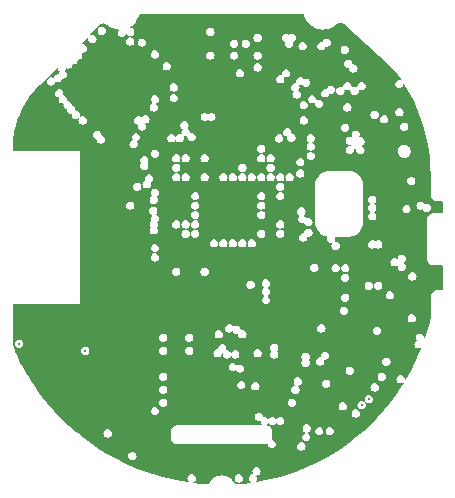
<source format=gbr>
%TF.GenerationSoftware,KiCad,Pcbnew,7.0.1*%
%TF.CreationDate,2023-12-30T18:27:53+00:00*%
%TF.ProjectId,watch_main,77617463-685f-46d6-9169-6e2e6b696361,rev?*%
%TF.SameCoordinates,Original*%
%TF.FileFunction,Copper,L7,Inr*%
%TF.FilePolarity,Positive*%
%FSLAX46Y46*%
G04 Gerber Fmt 4.6, Leading zero omitted, Abs format (unit mm)*
G04 Created by KiCad (PCBNEW 7.0.1) date 2023-12-30 18:27:53*
%MOMM*%
%LPD*%
G01*
G04 APERTURE LIST*
%TA.AperFunction,ComponentPad*%
%ADD10C,0.500000*%
%TD*%
%TA.AperFunction,ViaPad*%
%ADD11C,0.300000*%
%TD*%
G04 APERTURE END LIST*
D10*
%TO.N,GND*%
%TO.C,U301*%
X143327207Y-84751472D03*
X142478679Y-83902944D03*
X141630151Y-83054416D03*
X140781623Y-82205888D03*
X142384634Y-85694045D03*
X141536106Y-84845517D03*
X140687578Y-83996989D03*
X139839050Y-83148461D03*
X141442061Y-86636619D03*
X140593533Y-85788091D03*
X139745004Y-84939562D03*
X138896476Y-84091034D03*
X140499487Y-87579192D03*
X139650959Y-86730664D03*
X138802431Y-85882136D03*
X137953903Y-85033608D03*
%TD*%
D11*
%TO.N,GND*%
X165000000Y-107500000D03*
X165000000Y-107000000D03*
X165000000Y-106500000D03*
X139500000Y-97800000D03*
X154700000Y-81400000D03*
X134700000Y-107600000D03*
X134700000Y-106900000D03*
X150100000Y-95800000D03*
X165495400Y-89045400D03*
X146000000Y-81000000D03*
X139500000Y-96800000D03*
X138500000Y-94800000D03*
X147800000Y-92500000D03*
X138500000Y-99800000D03*
X157600000Y-88500000D03*
X150600000Y-95800000D03*
X160200000Y-83000000D03*
X137500000Y-89800000D03*
X139500000Y-100800000D03*
X137500000Y-103800000D03*
X154200000Y-93300000D03*
X138500000Y-91800000D03*
X163000000Y-88180000D03*
X138500000Y-95800000D03*
X136500000Y-87600000D03*
X165075000Y-102550000D03*
X157650000Y-107950000D03*
X149000000Y-79000000D03*
X138500000Y-90800000D03*
X135500000Y-86400000D03*
X160600000Y-97750000D03*
X133500000Y-89800000D03*
X142300000Y-93700000D03*
X158300000Y-104800000D03*
X138500000Y-97800000D03*
X134000000Y-85700000D03*
X139000000Y-90300000D03*
X155000000Y-91700000D03*
X148400000Y-105300000D03*
X136500000Y-103800000D03*
X136500000Y-89800000D03*
X139500000Y-90800000D03*
X151600000Y-107000000D03*
X158900000Y-101000000D03*
X166800000Y-98900000D03*
X158500000Y-97600000D03*
X139500000Y-89800000D03*
X145000000Y-80000000D03*
X147000000Y-80000000D03*
X135925000Y-104275000D03*
X139000000Y-101300000D03*
X164300000Y-96400000D03*
X138500000Y-100800000D03*
X134400000Y-105500000D03*
X150550000Y-89150000D03*
X143800000Y-92000000D03*
X159100000Y-111400000D03*
X139000000Y-98300000D03*
X157400000Y-95700000D03*
X151100000Y-95800000D03*
X157763631Y-81286369D03*
X148000000Y-79000000D03*
X134500000Y-89800000D03*
X165675000Y-105250000D03*
X150600000Y-94800000D03*
X154200000Y-108700000D03*
X135900000Y-105700000D03*
X143800000Y-90600000D03*
X151600000Y-95900000D03*
X146200000Y-98100000D03*
X145000000Y-79000000D03*
X135500000Y-89800000D03*
X136800000Y-86900000D03*
X139000000Y-99300000D03*
X139000000Y-97300000D03*
X140700000Y-89900000D03*
X133200000Y-107800000D03*
X139500000Y-92800000D03*
X163250000Y-103900000D03*
X139500000Y-101800000D03*
X151100000Y-112900000D03*
X134500000Y-103800000D03*
X139000000Y-104300000D03*
X155700000Y-110100000D03*
X150600000Y-95300000D03*
X139000000Y-91300000D03*
X166200000Y-103000000D03*
X132600000Y-105500000D03*
X137000000Y-106100000D03*
X154500000Y-102500000D03*
X138500000Y-102800000D03*
X139500000Y-94800000D03*
X139025000Y-88650000D03*
X156000000Y-83200000D03*
X135000000Y-88175000D03*
X151100000Y-94800000D03*
X166090000Y-86310000D03*
X136000000Y-88150000D03*
X151100000Y-94300000D03*
X146000000Y-80000000D03*
X146000000Y-88500000D03*
X144400000Y-89300000D03*
X139000000Y-103300000D03*
X144600000Y-104400000D03*
X138500000Y-98800000D03*
X138500000Y-92800000D03*
X156700000Y-108600000D03*
X143200000Y-90600000D03*
X152100000Y-118100000D03*
X139500000Y-99800000D03*
X147900000Y-110200000D03*
X135800000Y-111900000D03*
X139300000Y-108800000D03*
X166800000Y-96600000D03*
X162500000Y-103900000D03*
X147000000Y-79000000D03*
X139000000Y-92300000D03*
X150100000Y-94800000D03*
X151100000Y-80200000D03*
X146000000Y-79000000D03*
X136000000Y-89250000D03*
X147800000Y-112000000D03*
X133000000Y-107300000D03*
X148200000Y-118000000D03*
X135000000Y-87000000D03*
X157400000Y-101100000D03*
X150100000Y-96300000D03*
X134000000Y-88150000D03*
X139000000Y-93300000D03*
X164300000Y-94400000D03*
X150700000Y-113200000D03*
X133500000Y-87600000D03*
X139300000Y-110300000D03*
X164300000Y-87000000D03*
X165900000Y-93700000D03*
X138500000Y-103800000D03*
X160800000Y-106300000D03*
X139000000Y-100300000D03*
X153675000Y-107175000D03*
X144000000Y-79000000D03*
X147600000Y-108800000D03*
X132975000Y-88175000D03*
X146700000Y-81700000D03*
X138500000Y-96800000D03*
X159100000Y-107000000D03*
X151000000Y-79000000D03*
X156700000Y-107300000D03*
X134000000Y-104300000D03*
X151600000Y-94700000D03*
X144600000Y-108900000D03*
X154000000Y-79000000D03*
X139900000Y-114300000D03*
X147400000Y-112900000D03*
X149100000Y-81200000D03*
X138500000Y-89800000D03*
X150100000Y-94300000D03*
X139500000Y-95800000D03*
X136200000Y-86300000D03*
X151400000Y-89200000D03*
X139000000Y-96300000D03*
X150100000Y-95300000D03*
X133100000Y-106000000D03*
X151100000Y-95300000D03*
X153100000Y-81200000D03*
X155000000Y-79000000D03*
X134300000Y-109100000D03*
X142700000Y-116600000D03*
X150620000Y-110100000D03*
X148200000Y-112900000D03*
X165800000Y-92000000D03*
X137800000Y-89225000D03*
X139500000Y-102800000D03*
X154200000Y-95700000D03*
X156500000Y-112100000D03*
X158500000Y-100600000D03*
X139000000Y-94300000D03*
X164850000Y-103700000D03*
X167400000Y-93800000D03*
X137875000Y-88100000D03*
X139700000Y-105200000D03*
X135500000Y-103800000D03*
X135800000Y-107900000D03*
X135800000Y-106500000D03*
X139000000Y-89300000D03*
X159500000Y-81500000D03*
X134000000Y-89250000D03*
X153400000Y-93300000D03*
X139500000Y-93800000D03*
X164300000Y-92900000D03*
X139300000Y-111800000D03*
X134000000Y-87000000D03*
X152600000Y-90100000D03*
X149600000Y-95900000D03*
X137025000Y-88200000D03*
X133500000Y-103800000D03*
X137006630Y-89227668D03*
X155430000Y-79720000D03*
X147000000Y-91700000D03*
X139700000Y-107000000D03*
X148300000Y-111200000D03*
X137200000Y-87500000D03*
X157300000Y-83100000D03*
X147500000Y-111100000D03*
X139000000Y-95300000D03*
X149150000Y-87900000D03*
X135800000Y-107200000D03*
X148700000Y-108800000D03*
X134400000Y-106200000D03*
X153400000Y-96500000D03*
X134800000Y-109300000D03*
X135000000Y-104300000D03*
X155000000Y-82500000D03*
X134400000Y-104800000D03*
X134500000Y-87600000D03*
X139000000Y-102300000D03*
X150600000Y-83700000D03*
X135000000Y-89225000D03*
X136000000Y-87000000D03*
X134500000Y-86400000D03*
X153050000Y-102850000D03*
X143200000Y-92900000D03*
X143200000Y-92000000D03*
X153000000Y-79000000D03*
X146500000Y-101700000D03*
X150900000Y-106975000D03*
X153080000Y-79700000D03*
X138075000Y-104300000D03*
X139300000Y-113400000D03*
X151100000Y-96300000D03*
X152000000Y-79000000D03*
X167400000Y-92000000D03*
X159320000Y-87980000D03*
X133500000Y-86500000D03*
X138500000Y-101800000D03*
X146200000Y-94900000D03*
X144300000Y-100900000D03*
X149600000Y-88200000D03*
X139500000Y-98800000D03*
X134500000Y-85100000D03*
X164600000Y-98300000D03*
X147800000Y-93300000D03*
X135500000Y-111400000D03*
X163600000Y-92000000D03*
X133300000Y-108300000D03*
X149300000Y-113300000D03*
X151000000Y-100500000D03*
X135500000Y-87600000D03*
X139500000Y-91800000D03*
X149600000Y-94700000D03*
X150000000Y-79000000D03*
X139500000Y-103800000D03*
X134700000Y-110400000D03*
X145300000Y-85400000D03*
X138500000Y-93800000D03*
X154400000Y-105200000D03*
X135000000Y-85800000D03*
%TO.N,VBUS*%
X161900000Y-111800000D03*
X162500000Y-111300000D03*
%TO.N,/GNSS/ANT_OFF*%
X138500000Y-107200000D03*
X132900000Y-106600000D03*
%TD*%
%TA.AperFunction,Conductor*%
%TO.N,GND*%
G36*
X156974449Y-78650541D02*
G01*
X156981202Y-78650535D01*
X156981206Y-78650536D01*
X156991410Y-78650526D01*
X157019580Y-78660694D01*
X157034718Y-78686538D01*
X157049340Y-78765741D01*
X157124457Y-78988606D01*
X157230413Y-79198578D01*
X157365068Y-79391409D01*
X157513361Y-79550003D01*
X157525699Y-79563198D01*
X157624041Y-79642188D01*
X157709064Y-79710480D01*
X157871568Y-79806669D01*
X157911456Y-79830279D01*
X158128788Y-79920174D01*
X158356670Y-79978349D01*
X158590498Y-80003630D01*
X158825548Y-79995504D01*
X159006707Y-79963136D01*
X159057072Y-79954138D01*
X159112901Y-79935694D01*
X159280392Y-79880365D01*
X159490998Y-79775677D01*
X159684635Y-79642188D01*
X159768885Y-79564312D01*
X159773095Y-79560879D01*
X159866254Y-79494065D01*
X159875733Y-79488899D01*
X159979833Y-79447815D01*
X159990297Y-79445112D01*
X160101275Y-79430646D01*
X160112069Y-79430577D01*
X160223228Y-79443606D01*
X160233726Y-79446174D01*
X160338342Y-79485907D01*
X160347899Y-79490957D01*
X160442135Y-79556716D01*
X160446390Y-79560094D01*
X164330288Y-83055602D01*
X164335046Y-83060614D01*
X164776825Y-83606065D01*
X164778177Y-83607824D01*
X165203109Y-84190213D01*
X165204370Y-84192034D01*
X165219020Y-84214400D01*
X165225428Y-84246790D01*
X165207499Y-84274518D01*
X165175331Y-84281967D01*
X165078500Y-84266631D01*
X164968838Y-84283999D01*
X164869915Y-84334402D01*
X164791402Y-84412915D01*
X164740999Y-84511838D01*
X164723631Y-84621500D01*
X164740999Y-84731161D01*
X164791402Y-84830084D01*
X164869915Y-84908597D01*
X164968838Y-84959000D01*
X164983832Y-84961374D01*
X165078500Y-84976369D01*
X165188161Y-84959000D01*
X165188161Y-84958999D01*
X165287084Y-84908597D01*
X165287084Y-84908596D01*
X165287087Y-84908595D01*
X165365595Y-84830087D01*
X165374352Y-84812902D01*
X165416000Y-84731161D01*
X165425731Y-84669725D01*
X165437243Y-84646352D01*
X165459956Y-84633588D01*
X165485907Y-84635908D01*
X165505992Y-84652495D01*
X165599417Y-84795117D01*
X165600585Y-84797003D01*
X165964731Y-85419232D01*
X165965803Y-85421174D01*
X166298120Y-86060965D01*
X166299093Y-86062959D01*
X166598751Y-86718711D01*
X166599621Y-86720752D01*
X166865826Y-87390732D01*
X166866593Y-87392814D01*
X167098687Y-88075358D01*
X167099349Y-88077475D01*
X167296761Y-88770907D01*
X167297314Y-88773056D01*
X167459512Y-89475516D01*
X167459956Y-89477689D01*
X167586538Y-90187421D01*
X167586873Y-90189615D01*
X167677524Y-90904861D01*
X167677747Y-90907068D01*
X167732227Y-91625945D01*
X167732339Y-91628161D01*
X167750519Y-92349062D01*
X167750533Y-92350199D01*
X167749534Y-93945474D01*
X167749500Y-93945695D01*
X167749500Y-94000001D01*
X167749480Y-94031608D01*
X167749500Y-94031823D01*
X167749500Y-94062026D01*
X167777104Y-94182967D01*
X167830930Y-94294739D01*
X167908274Y-94391725D01*
X167987453Y-94454868D01*
X168005263Y-94469071D01*
X168117031Y-94522895D01*
X168237974Y-94550500D01*
X168237978Y-94550500D01*
X168237987Y-94550502D01*
X168243826Y-94550501D01*
X168243829Y-94550503D01*
X168706536Y-94550499D01*
X168728535Y-94556394D01*
X168744640Y-94572499D01*
X168750535Y-94594499D01*
X168750535Y-95505500D01*
X168737648Y-95536613D01*
X168706535Y-95549500D01*
X168047595Y-95549500D01*
X168000000Y-95549500D01*
X167932340Y-95549500D01*
X167902229Y-95556372D01*
X167800413Y-95579610D01*
X167678491Y-95638325D01*
X167572694Y-95722694D01*
X167488325Y-95828491D01*
X167429610Y-95950413D01*
X167399500Y-96082341D01*
X167399500Y-99417659D01*
X167429610Y-99549586D01*
X167488325Y-99671508D01*
X167572694Y-99777305D01*
X167678491Y-99861674D01*
X167678492Y-99861674D01*
X167678493Y-99861675D01*
X167800412Y-99920389D01*
X167932340Y-99950500D01*
X167943827Y-99950500D01*
X168000000Y-99950500D01*
X168047595Y-99950500D01*
X168706535Y-99950500D01*
X168737648Y-99963387D01*
X168750535Y-99994500D01*
X168750535Y-102005497D01*
X168737648Y-102036610D01*
X168706535Y-102049497D01*
X168272154Y-102049500D01*
X168237974Y-102049500D01*
X168117032Y-102077104D01*
X168005260Y-102130930D01*
X167908274Y-102208274D01*
X167830930Y-102305260D01*
X167777104Y-102417032D01*
X167749463Y-102538134D01*
X167749500Y-102599786D01*
X167749500Y-102654371D01*
X167749532Y-102654574D01*
X167750510Y-104309351D01*
X167749279Y-104319712D01*
X167565782Y-105079090D01*
X167565273Y-105081007D01*
X167338358Y-105863697D01*
X167337763Y-105865589D01*
X167264743Y-106080691D01*
X167247162Y-106103370D01*
X167219339Y-106110388D01*
X167193105Y-106098759D01*
X167179620Y-106073430D01*
X167162500Y-105965338D01*
X167112097Y-105866415D01*
X167033584Y-105787902D01*
X166934661Y-105737499D01*
X166825000Y-105720131D01*
X166715338Y-105737499D01*
X166616415Y-105787902D01*
X166537902Y-105866415D01*
X166487499Y-105965338D01*
X166470131Y-106075000D01*
X166487499Y-106184661D01*
X166537902Y-106283584D01*
X166540372Y-106286054D01*
X166552717Y-106310283D01*
X166548464Y-106337141D01*
X166529237Y-106356370D01*
X166516414Y-106362903D01*
X166437902Y-106441415D01*
X166387499Y-106540338D01*
X166370131Y-106650000D01*
X166387499Y-106759661D01*
X166437902Y-106858584D01*
X166516415Y-106937097D01*
X166615338Y-106987500D01*
X166630332Y-106989874D01*
X166725000Y-107004869D01*
X166834661Y-106987500D01*
X166861975Y-106973582D01*
X166887755Y-106969172D01*
X166911486Y-106980174D01*
X166924778Y-107002702D01*
X166922934Y-107028794D01*
X166778660Y-107398195D01*
X166777897Y-107400026D01*
X166447522Y-108144973D01*
X166446677Y-108146768D01*
X166083061Y-108876077D01*
X166082136Y-108877831D01*
X165686030Y-109589996D01*
X165685027Y-109591707D01*
X165626915Y-109685924D01*
X165603791Y-109704429D01*
X165574177Y-109704084D01*
X165551490Y-109685047D01*
X165546008Y-109655943D01*
X165554869Y-109600000D01*
X165537500Y-109490339D01*
X165537500Y-109490338D01*
X165487097Y-109391415D01*
X165408584Y-109312902D01*
X165309661Y-109262499D01*
X165200000Y-109245131D01*
X165090338Y-109262499D01*
X164991415Y-109312902D01*
X164912902Y-109391415D01*
X164862499Y-109490338D01*
X164845131Y-109600000D01*
X164862499Y-109709661D01*
X164912902Y-109808584D01*
X164991415Y-109887097D01*
X165090338Y-109937500D01*
X165105332Y-109939874D01*
X165200000Y-109954869D01*
X165309661Y-109937500D01*
X165309660Y-109937500D01*
X165406249Y-109888287D01*
X165433991Y-109884182D01*
X165458577Y-109897671D01*
X165470021Y-109923273D01*
X165463673Y-109950589D01*
X165257232Y-110285291D01*
X165256153Y-110286956D01*
X164797533Y-110960561D01*
X164796381Y-110962175D01*
X164307846Y-111614459D01*
X164306621Y-111616019D01*
X163789215Y-112245589D01*
X163787921Y-112247093D01*
X163242660Y-112852713D01*
X163241301Y-112854156D01*
X162669294Y-113434597D01*
X162667870Y-113435978D01*
X162070296Y-113990038D01*
X162068811Y-113991354D01*
X161446868Y-114517928D01*
X161445326Y-114519175D01*
X160800277Y-115017189D01*
X160798680Y-115018365D01*
X160131857Y-115486793D01*
X160130209Y-115487896D01*
X159442954Y-115925797D01*
X159441258Y-115926825D01*
X158734963Y-116333310D01*
X158733222Y-116334261D01*
X158009313Y-116708509D01*
X158007531Y-116709380D01*
X157267480Y-117050629D01*
X157265660Y-117051418D01*
X156511024Y-117358952D01*
X156509171Y-117359659D01*
X155741425Y-117632877D01*
X155739542Y-117633500D01*
X154960248Y-117871845D01*
X154958339Y-117872382D01*
X154169115Y-118075361D01*
X154167183Y-118075812D01*
X153369596Y-118243020D01*
X153367646Y-118243383D01*
X153006103Y-118302309D01*
X152979181Y-118298153D01*
X152959865Y-118278945D01*
X152955559Y-118252047D01*
X152967913Y-118227769D01*
X152987096Y-118208586D01*
X153037500Y-118109661D01*
X153040562Y-118090327D01*
X153054869Y-118000000D01*
X153038425Y-117896179D01*
X153037500Y-117890338D01*
X152998323Y-117813448D01*
X152994069Y-117786590D01*
X153006414Y-117762360D01*
X153030642Y-117750015D01*
X153109661Y-117737500D01*
X153157938Y-117712902D01*
X153208584Y-117687097D01*
X153208584Y-117687096D01*
X153208587Y-117687095D01*
X153287095Y-117608587D01*
X153337500Y-117509661D01*
X153354869Y-117400000D01*
X153337500Y-117290339D01*
X153337500Y-117290338D01*
X153287097Y-117191415D01*
X153208584Y-117112902D01*
X153109661Y-117062499D01*
X153000000Y-117045131D01*
X152890338Y-117062499D01*
X152791415Y-117112902D01*
X152712902Y-117191415D01*
X152662499Y-117290338D01*
X152645131Y-117400000D01*
X152662499Y-117509661D01*
X152701676Y-117586551D01*
X152705930Y-117613409D01*
X152693585Y-117637639D01*
X152669356Y-117649984D01*
X152590338Y-117662500D01*
X152491415Y-117712902D01*
X152412902Y-117791415D01*
X152362499Y-117890338D01*
X152345131Y-118000000D01*
X152362499Y-118109661D01*
X152412902Y-118208584D01*
X152412904Y-118208586D01*
X152412905Y-118208587D01*
X152491413Y-118287095D01*
X152514835Y-118299029D01*
X152534264Y-118318656D01*
X152538169Y-118345996D01*
X152525010Y-118370278D01*
X152499973Y-118381935D01*
X151751984Y-118469461D01*
X151750009Y-118469647D01*
X151210203Y-118508256D01*
X151185606Y-118502781D01*
X151168047Y-118484708D01*
X151076840Y-118309750D01*
X151053500Y-118278945D01*
X150953921Y-118147515D01*
X150953916Y-118147510D01*
X150805633Y-118008094D01*
X150793459Y-118000000D01*
X151145131Y-118000000D01*
X151162499Y-118109661D01*
X151212902Y-118208584D01*
X151291415Y-118287097D01*
X151390338Y-118337500D01*
X151405332Y-118339874D01*
X151500000Y-118354869D01*
X151609661Y-118337500D01*
X151678728Y-118302309D01*
X151708584Y-118287097D01*
X151708584Y-118287096D01*
X151708587Y-118287095D01*
X151787095Y-118208587D01*
X151837500Y-118109661D01*
X151854869Y-118000000D01*
X151838425Y-117896179D01*
X151837500Y-117890338D01*
X151787097Y-117791415D01*
X151708584Y-117712902D01*
X151609661Y-117662499D01*
X151500000Y-117645131D01*
X151390338Y-117662499D01*
X151291415Y-117712902D01*
X151212902Y-117791415D01*
X151162499Y-117890338D01*
X151145131Y-118000000D01*
X150793459Y-118000000D01*
X150636127Y-117895397D01*
X150450188Y-117812603D01*
X150253033Y-117762034D01*
X150090759Y-117748493D01*
X150050192Y-117745108D01*
X150050191Y-117745108D01*
X149847377Y-117762304D01*
X149650285Y-117813137D01*
X149464452Y-117896179D01*
X149295103Y-118009097D01*
X149147000Y-118148716D01*
X149024297Y-118311115D01*
X149024295Y-118311117D01*
X149024296Y-118311117D01*
X148988085Y-118380806D01*
X148932997Y-118486822D01*
X148915505Y-118504894D01*
X148890972Y-118510433D01*
X148337593Y-118472860D01*
X148335698Y-118472690D01*
X147668253Y-118398272D01*
X147643109Y-118386711D01*
X147629841Y-118362424D01*
X147633698Y-118335019D01*
X147653151Y-118315340D01*
X147708587Y-118287095D01*
X147787095Y-118208587D01*
X147837500Y-118109661D01*
X147854869Y-118000000D01*
X147838425Y-117896179D01*
X147837500Y-117890338D01*
X147787097Y-117791415D01*
X147708584Y-117712902D01*
X147609661Y-117662499D01*
X147500000Y-117645131D01*
X147390338Y-117662499D01*
X147291415Y-117712902D01*
X147212902Y-117791415D01*
X147162499Y-117890338D01*
X147145131Y-118000000D01*
X147162499Y-118109661D01*
X147212902Y-118208584D01*
X147266533Y-118262215D01*
X147278873Y-118286414D01*
X147274652Y-118313249D01*
X147255478Y-118332490D01*
X147228659Y-118336805D01*
X146692226Y-118253382D01*
X146690353Y-118253049D01*
X145878216Y-118090517D01*
X145876358Y-118090104D01*
X145071955Y-117892602D01*
X145070118Y-117892108D01*
X144275055Y-117660033D01*
X144273241Y-117659461D01*
X143488934Y-117393227D01*
X143487146Y-117392577D01*
X142715073Y-117092685D01*
X142713315Y-117091958D01*
X141954923Y-116758967D01*
X141953198Y-116758164D01*
X141209941Y-116392716D01*
X141208252Y-116391840D01*
X140674315Y-116100000D01*
X142145131Y-116100000D01*
X142162499Y-116209661D01*
X142212902Y-116308584D01*
X142291415Y-116387097D01*
X142390338Y-116437500D01*
X142405332Y-116439874D01*
X142500000Y-116454869D01*
X142609661Y-116437500D01*
X142609661Y-116437499D01*
X142708584Y-116387097D01*
X142708584Y-116387096D01*
X142708587Y-116387095D01*
X142787095Y-116308587D01*
X142837500Y-116209661D01*
X142854869Y-116100000D01*
X142838101Y-115994135D01*
X142837500Y-115990338D01*
X142787097Y-115891415D01*
X142708584Y-115812902D01*
X142609661Y-115762499D01*
X142500000Y-115745131D01*
X142390338Y-115762499D01*
X142291415Y-115812902D01*
X142212902Y-115891415D01*
X142162499Y-115990338D01*
X142145131Y-116100000D01*
X140674315Y-116100000D01*
X140481466Y-115994592D01*
X140479817Y-115993644D01*
X139770881Y-115565349D01*
X139769274Y-115564330D01*
X139079523Y-115105793D01*
X139077962Y-115104706D01*
X138408671Y-114616777D01*
X138407158Y-114615623D01*
X138402647Y-114612026D01*
X145749500Y-114612026D01*
X145777104Y-114732967D01*
X145830930Y-114844739D01*
X145908274Y-114941725D01*
X146005260Y-115019069D01*
X146005263Y-115019071D01*
X146117031Y-115072895D01*
X146237974Y-115100500D01*
X146243827Y-115100500D01*
X146300000Y-115100500D01*
X146347595Y-115100500D01*
X153752405Y-115100500D01*
X153827844Y-115100500D01*
X153862026Y-115100500D01*
X153862028Y-115100500D01*
X153891374Y-115093801D01*
X153896420Y-115092649D01*
X153920120Y-115093801D01*
X153939776Y-115107094D01*
X153949670Y-115128661D01*
X153962500Y-115209661D01*
X154012902Y-115308584D01*
X154091415Y-115387097D01*
X154190338Y-115437500D01*
X154205332Y-115439874D01*
X154300000Y-115454869D01*
X154409661Y-115437500D01*
X154409660Y-115437500D01*
X154508584Y-115387097D01*
X154508584Y-115387096D01*
X154508587Y-115387095D01*
X154587095Y-115308587D01*
X154591471Y-115300000D01*
X156445131Y-115300000D01*
X156462499Y-115409661D01*
X156512902Y-115508584D01*
X156591415Y-115587097D01*
X156690338Y-115637500D01*
X156705332Y-115639874D01*
X156800000Y-115654869D01*
X156909661Y-115637500D01*
X156909661Y-115637499D01*
X157008584Y-115587097D01*
X157008584Y-115587096D01*
X157008587Y-115587095D01*
X157087095Y-115508587D01*
X157123316Y-115437500D01*
X157137500Y-115409661D01*
X157146352Y-115353770D01*
X157154869Y-115300000D01*
X157137500Y-115190339D01*
X157137500Y-115190338D01*
X157087097Y-115091415D01*
X157008584Y-115012902D01*
X156909661Y-114962499D01*
X156800000Y-114945131D01*
X156690338Y-114962499D01*
X156591415Y-115012902D01*
X156512902Y-115091415D01*
X156462499Y-115190338D01*
X156445131Y-115300000D01*
X154591471Y-115300000D01*
X154637500Y-115209661D01*
X154640560Y-115190339D01*
X154654869Y-115100000D01*
X154637500Y-114990339D01*
X154637500Y-114990338D01*
X154587097Y-114891415D01*
X154508584Y-114812902D01*
X154409661Y-114762499D01*
X154365904Y-114755569D01*
X154344336Y-114745675D01*
X154331043Y-114726020D01*
X154329890Y-114702322D01*
X154350500Y-114612026D01*
X154350500Y-114550000D01*
X154350500Y-114502405D01*
X154350500Y-114500000D01*
X156845131Y-114500000D01*
X156862499Y-114609661D01*
X156912902Y-114708584D01*
X156991415Y-114787097D01*
X157090338Y-114837500D01*
X157105332Y-114839874D01*
X157200000Y-114854869D01*
X157309661Y-114837500D01*
X157357938Y-114812902D01*
X157408584Y-114787097D01*
X157408584Y-114787096D01*
X157408587Y-114787095D01*
X157487095Y-114708587D01*
X157490289Y-114702320D01*
X157537500Y-114609661D01*
X157546178Y-114554869D01*
X157554869Y-114500000D01*
X157537500Y-114390339D01*
X157537500Y-114390338D01*
X157487097Y-114291415D01*
X157408584Y-114212902D01*
X157329885Y-114172804D01*
X157310656Y-114153576D01*
X157306402Y-114126716D01*
X157318748Y-114102487D01*
X157342976Y-114090142D01*
X157359661Y-114087500D01*
X157426890Y-114053245D01*
X157458584Y-114037097D01*
X157458584Y-114037096D01*
X157458587Y-114037095D01*
X157495683Y-113999999D01*
X157945131Y-113999999D01*
X157962499Y-114109661D01*
X158012902Y-114208584D01*
X158091415Y-114287097D01*
X158190338Y-114337500D01*
X158205332Y-114339874D01*
X158300000Y-114354869D01*
X158409661Y-114337500D01*
X158409661Y-114337499D01*
X158508584Y-114287097D01*
X158508584Y-114287096D01*
X158508587Y-114287095D01*
X158587095Y-114208587D01*
X158591471Y-114200000D01*
X158637500Y-114109661D01*
X158640560Y-114090339D01*
X158654869Y-114000000D01*
X158654869Y-113999999D01*
X158845131Y-113999999D01*
X158862499Y-114109661D01*
X158912902Y-114208584D01*
X158991415Y-114287097D01*
X159090338Y-114337500D01*
X159105332Y-114339874D01*
X159200000Y-114354869D01*
X159309661Y-114337500D01*
X159309661Y-114337499D01*
X159408584Y-114287097D01*
X159408584Y-114287096D01*
X159408587Y-114287095D01*
X159487095Y-114208587D01*
X159491471Y-114200000D01*
X159537500Y-114109661D01*
X159540560Y-114090339D01*
X159554869Y-114000000D01*
X159537500Y-113890339D01*
X159537500Y-113890338D01*
X159487097Y-113791415D01*
X159408584Y-113712902D01*
X159309661Y-113662499D01*
X159200000Y-113645131D01*
X159090338Y-113662499D01*
X158991415Y-113712902D01*
X158912902Y-113791415D01*
X158862499Y-113890338D01*
X158845131Y-113999999D01*
X158654869Y-113999999D01*
X158637500Y-113890339D01*
X158637500Y-113890338D01*
X158587097Y-113791415D01*
X158508584Y-113712902D01*
X158409661Y-113662499D01*
X158300000Y-113645131D01*
X158190338Y-113662499D01*
X158091415Y-113712902D01*
X158012902Y-113791415D01*
X157962499Y-113890338D01*
X157945131Y-113999999D01*
X157495683Y-113999999D01*
X157537095Y-113958587D01*
X157571870Y-113890338D01*
X157587500Y-113859661D01*
X157598309Y-113791415D01*
X157604869Y-113750000D01*
X157587500Y-113640339D01*
X157587500Y-113640338D01*
X157537097Y-113541415D01*
X157458584Y-113462902D01*
X157359661Y-113412499D01*
X157250000Y-113395131D01*
X157140338Y-113412499D01*
X157041415Y-113462902D01*
X156962902Y-113541415D01*
X156912499Y-113640338D01*
X156895131Y-113749999D01*
X156912499Y-113859661D01*
X156962902Y-113958584D01*
X156962905Y-113958587D01*
X157041413Y-114037095D01*
X157120115Y-114077195D01*
X157139343Y-114096423D01*
X157143597Y-114123281D01*
X157131252Y-114147511D01*
X157107023Y-114159857D01*
X157090338Y-114162499D01*
X156991415Y-114212902D01*
X156912902Y-114291415D01*
X156862499Y-114390338D01*
X156845131Y-114500000D01*
X154350500Y-114500000D01*
X154350500Y-114022156D01*
X154350500Y-113987974D01*
X154322895Y-113867031D01*
X154269071Y-113755263D01*
X154264873Y-113749999D01*
X154191725Y-113658274D01*
X154094739Y-113580930D01*
X153982967Y-113527104D01*
X153926742Y-113514271D01*
X153901131Y-113497502D01*
X153892656Y-113468086D01*
X153905420Y-113440261D01*
X153908585Y-113437096D01*
X153908587Y-113437095D01*
X153987095Y-113358587D01*
X153987095Y-113358586D01*
X153992023Y-113353659D01*
X153993008Y-113354644D01*
X154009231Y-113340036D01*
X154040769Y-113340036D01*
X154056991Y-113354644D01*
X154057977Y-113353659D01*
X154141415Y-113437097D01*
X154240338Y-113487500D01*
X154255332Y-113489874D01*
X154350000Y-113504869D01*
X154459661Y-113487500D01*
X154461402Y-113486613D01*
X154558584Y-113437097D01*
X154558584Y-113437096D01*
X154558587Y-113437095D01*
X154637095Y-113358587D01*
X154637095Y-113358586D01*
X154642023Y-113353659D01*
X154643008Y-113354644D01*
X154659231Y-113340036D01*
X154690769Y-113340036D01*
X154706991Y-113354644D01*
X154707977Y-113353659D01*
X154791415Y-113437097D01*
X154890338Y-113487500D01*
X154905332Y-113489874D01*
X155000000Y-113504869D01*
X155109661Y-113487500D01*
X155111402Y-113486613D01*
X155208584Y-113437097D01*
X155208584Y-113437096D01*
X155208587Y-113437095D01*
X155287095Y-113358587D01*
X155296548Y-113340036D01*
X155337500Y-113259661D01*
X155350785Y-113175782D01*
X155354869Y-113150000D01*
X155337500Y-113040339D01*
X155337500Y-113040338D01*
X155287097Y-112941415D01*
X155208584Y-112862902D01*
X155109661Y-112812499D01*
X155000000Y-112795131D01*
X154890338Y-112812499D01*
X154791415Y-112862902D01*
X154749696Y-112904621D01*
X154712905Y-112941413D01*
X154712904Y-112941414D01*
X154707978Y-112946341D01*
X154706993Y-112945356D01*
X154690768Y-112959966D01*
X154659232Y-112959966D01*
X154643006Y-112945356D01*
X154642022Y-112946341D01*
X154637095Y-112941414D01*
X154637095Y-112941413D01*
X154558587Y-112862905D01*
X154558586Y-112862904D01*
X154558584Y-112862902D01*
X154459661Y-112812499D01*
X154350000Y-112795131D01*
X154240338Y-112812499D01*
X154141415Y-112862902D01*
X154099696Y-112904621D01*
X154062905Y-112941413D01*
X154062904Y-112941414D01*
X154057978Y-112946341D01*
X154056993Y-112945356D01*
X154040768Y-112959966D01*
X154009232Y-112959966D01*
X153993006Y-112945356D01*
X153992022Y-112946341D01*
X153987095Y-112941414D01*
X153987095Y-112941413D01*
X153908587Y-112862905D01*
X153908586Y-112862904D01*
X153908584Y-112862902D01*
X153809661Y-112812499D01*
X153714993Y-112797505D01*
X153700000Y-112795131D01*
X153699999Y-112795131D01*
X153601126Y-112810791D01*
X153568380Y-112802930D01*
X153550785Y-112774216D01*
X153537500Y-112690338D01*
X153487097Y-112591415D01*
X153408584Y-112512902D01*
X153383260Y-112499999D01*
X161045131Y-112499999D01*
X161062499Y-112609661D01*
X161112902Y-112708584D01*
X161191415Y-112787097D01*
X161290338Y-112837500D01*
X161305332Y-112839874D01*
X161400000Y-112854869D01*
X161509661Y-112837500D01*
X161562081Y-112810791D01*
X161608584Y-112787097D01*
X161608584Y-112787096D01*
X161608587Y-112787095D01*
X161687095Y-112708587D01*
X161696394Y-112690338D01*
X161737500Y-112609661D01*
X161741074Y-112587095D01*
X161754869Y-112500000D01*
X161737500Y-112390339D01*
X161737500Y-112390338D01*
X161687097Y-112291415D01*
X161608584Y-112212902D01*
X161509661Y-112162499D01*
X161400000Y-112145131D01*
X161290338Y-112162499D01*
X161191415Y-112212902D01*
X161112902Y-112291415D01*
X161062499Y-112390338D01*
X161045131Y-112499999D01*
X153383260Y-112499999D01*
X153309661Y-112462499D01*
X153200000Y-112445131D01*
X153090338Y-112462499D01*
X152991415Y-112512902D01*
X152912902Y-112591415D01*
X152862499Y-112690338D01*
X152845131Y-112799999D01*
X152862499Y-112909661D01*
X152912902Y-113008584D01*
X152991415Y-113087097D01*
X153090338Y-113137500D01*
X153107707Y-113140250D01*
X153200000Y-113154869D01*
X153298874Y-113139208D01*
X153331618Y-113147069D01*
X153349214Y-113175782D01*
X153362500Y-113259661D01*
X153412902Y-113358584D01*
X153478705Y-113424387D01*
X153491592Y-113455500D01*
X153478705Y-113486613D01*
X153447592Y-113499500D01*
X146237974Y-113499500D01*
X146117032Y-113527104D01*
X146005260Y-113580930D01*
X145908274Y-113658274D01*
X145830930Y-113755260D01*
X145777104Y-113867032D01*
X145749500Y-113987974D01*
X145749500Y-114612026D01*
X138402647Y-114612026D01*
X137885965Y-114199999D01*
X140045131Y-114199999D01*
X140062499Y-114309661D01*
X140112902Y-114408584D01*
X140191415Y-114487097D01*
X140290338Y-114537500D01*
X140305332Y-114539874D01*
X140400000Y-114554869D01*
X140509661Y-114537500D01*
X140545626Y-114519175D01*
X140608584Y-114487097D01*
X140608584Y-114487096D01*
X140608587Y-114487095D01*
X140687095Y-114408587D01*
X140696394Y-114390338D01*
X140737500Y-114309661D01*
X140741218Y-114286186D01*
X140754869Y-114200000D01*
X140737500Y-114090339D01*
X140737500Y-114090338D01*
X140687097Y-113991415D01*
X140608584Y-113912902D01*
X140509661Y-113862499D01*
X140400000Y-113845131D01*
X140290338Y-113862499D01*
X140191415Y-113912902D01*
X140112902Y-113991415D01*
X140062499Y-114090338D01*
X140045131Y-114199999D01*
X137885965Y-114199999D01*
X137759586Y-114099218D01*
X137758125Y-114098000D01*
X137133496Y-113554096D01*
X137132088Y-113552816D01*
X136531536Y-112982401D01*
X136530185Y-112981061D01*
X135954853Y-112385218D01*
X135953562Y-112383821D01*
X135879353Y-112299999D01*
X144045131Y-112299999D01*
X144062499Y-112409661D01*
X144112902Y-112508584D01*
X144191415Y-112587097D01*
X144290338Y-112637500D01*
X144305332Y-112639874D01*
X144400000Y-112654869D01*
X144509661Y-112637500D01*
X144509661Y-112637499D01*
X144608584Y-112587097D01*
X144608584Y-112587096D01*
X144608587Y-112587095D01*
X144687095Y-112508587D01*
X144691471Y-112500000D01*
X144737500Y-112409661D01*
X144740560Y-112390339D01*
X144754869Y-112300000D01*
X144737500Y-112190339D01*
X144737500Y-112190338D01*
X144687097Y-112091415D01*
X144608584Y-112012902D01*
X144509661Y-111962499D01*
X144400000Y-111945131D01*
X144290338Y-111962499D01*
X144191415Y-112012902D01*
X144112902Y-112091415D01*
X144062499Y-112190338D01*
X144045131Y-112299999D01*
X135879353Y-112299999D01*
X135404543Y-111763685D01*
X135403313Y-111762234D01*
X135283470Y-111614459D01*
X135271743Y-111599999D01*
X144745131Y-111599999D01*
X144762499Y-111709661D01*
X144812902Y-111808584D01*
X144891415Y-111887097D01*
X144990338Y-111937500D01*
X145005332Y-111939874D01*
X145100000Y-111954869D01*
X145209661Y-111937500D01*
X145209660Y-111937500D01*
X145308584Y-111887097D01*
X145308584Y-111887096D01*
X145308587Y-111887095D01*
X145387095Y-111808587D01*
X145391471Y-111800000D01*
X145437500Y-111709661D01*
X145440560Y-111690339D01*
X145454869Y-111600000D01*
X145454869Y-111599999D01*
X155645131Y-111599999D01*
X155662499Y-111709661D01*
X155712902Y-111808584D01*
X155791415Y-111887097D01*
X155890338Y-111937500D01*
X155905332Y-111939874D01*
X156000000Y-111954869D01*
X156109661Y-111937500D01*
X156109660Y-111937500D01*
X156183260Y-111900000D01*
X159945131Y-111900000D01*
X159962499Y-112009661D01*
X160012902Y-112108584D01*
X160091415Y-112187097D01*
X160190338Y-112237500D01*
X160205332Y-112239874D01*
X160300000Y-112254869D01*
X160409661Y-112237500D01*
X160457938Y-112212902D01*
X160508584Y-112187097D01*
X160508584Y-112187096D01*
X160508587Y-112187095D01*
X160587095Y-112108587D01*
X160637500Y-112009661D01*
X160654869Y-111900000D01*
X160639030Y-111799999D01*
X161545131Y-111799999D01*
X161562499Y-111909661D01*
X161612902Y-112008584D01*
X161691415Y-112087097D01*
X161790338Y-112137500D01*
X161805332Y-112139874D01*
X161900000Y-112154869D01*
X162009661Y-112137500D01*
X162009660Y-112137500D01*
X162108584Y-112087097D01*
X162108584Y-112087096D01*
X162108587Y-112087095D01*
X162187095Y-112008587D01*
X162210578Y-111962500D01*
X162237500Y-111909661D01*
X162241074Y-111887095D01*
X162254869Y-111800000D01*
X162240250Y-111707707D01*
X162237500Y-111690338D01*
X162200361Y-111617448D01*
X162196781Y-111587201D01*
X162213703Y-111561876D01*
X162243017Y-111553609D01*
X162270678Y-111566360D01*
X162291415Y-111587097D01*
X162390338Y-111637500D01*
X162405332Y-111639874D01*
X162500000Y-111654869D01*
X162609661Y-111637500D01*
X162651820Y-111616019D01*
X162708584Y-111587097D01*
X162708584Y-111587096D01*
X162708587Y-111587095D01*
X162787095Y-111508587D01*
X162796394Y-111490338D01*
X162837500Y-111409661D01*
X162840390Y-111391413D01*
X162854869Y-111300000D01*
X162837500Y-111190339D01*
X162837500Y-111190338D01*
X162787097Y-111091415D01*
X162708584Y-111012902D01*
X162609661Y-110962499D01*
X162500000Y-110945131D01*
X162390338Y-110962499D01*
X162291415Y-111012902D01*
X162212902Y-111091415D01*
X162162499Y-111190338D01*
X162145131Y-111299999D01*
X162162499Y-111409661D01*
X162199638Y-111482551D01*
X162203218Y-111512798D01*
X162186296Y-111538123D01*
X162156982Y-111546390D01*
X162129321Y-111533639D01*
X162108584Y-111512902D01*
X162009661Y-111462499D01*
X161900000Y-111445131D01*
X161790338Y-111462499D01*
X161691415Y-111512902D01*
X161612902Y-111591415D01*
X161562499Y-111690338D01*
X161545131Y-111799999D01*
X160639030Y-111799999D01*
X160637500Y-111790339D01*
X160637500Y-111790338D01*
X160587097Y-111691415D01*
X160508584Y-111612902D01*
X160409661Y-111562499D01*
X160300000Y-111545131D01*
X160190338Y-111562499D01*
X160091415Y-111612902D01*
X160012902Y-111691415D01*
X159962499Y-111790338D01*
X159945131Y-111900000D01*
X156183260Y-111900000D01*
X156208584Y-111887097D01*
X156208584Y-111887096D01*
X156208587Y-111887095D01*
X156287095Y-111808587D01*
X156291471Y-111800000D01*
X156337500Y-111709661D01*
X156340560Y-111690339D01*
X156354869Y-111600000D01*
X156337500Y-111490339D01*
X156337500Y-111490338D01*
X156287097Y-111391415D01*
X156208584Y-111312902D01*
X156109661Y-111262499D01*
X156000000Y-111245131D01*
X155890338Y-111262499D01*
X155791415Y-111312902D01*
X155712902Y-111391415D01*
X155662499Y-111490338D01*
X155645131Y-111599999D01*
X145454869Y-111599999D01*
X145437500Y-111490339D01*
X145437500Y-111490338D01*
X145387097Y-111391415D01*
X145308584Y-111312902D01*
X145209661Y-111262499D01*
X145100000Y-111245131D01*
X144990338Y-111262499D01*
X144891415Y-111312902D01*
X144812902Y-111391415D01*
X144762499Y-111490338D01*
X144745131Y-111599999D01*
X135271743Y-111599999D01*
X134881594Y-111118917D01*
X134880435Y-111117424D01*
X134861144Y-111091415D01*
X134422498Y-110500000D01*
X144745131Y-110500000D01*
X144762499Y-110609661D01*
X144812902Y-110708584D01*
X144891415Y-110787097D01*
X144990338Y-110837500D01*
X145005332Y-110839874D01*
X145100000Y-110854869D01*
X145209661Y-110837500D01*
X145209660Y-110837500D01*
X145308584Y-110787097D01*
X145308584Y-110787096D01*
X145308587Y-110787095D01*
X145387095Y-110708587D01*
X145423316Y-110637500D01*
X145437500Y-110609661D01*
X145446178Y-110554869D01*
X145454869Y-110500000D01*
X145437500Y-110390339D01*
X145437500Y-110390338D01*
X145387097Y-110291415D01*
X145308584Y-110212902D01*
X145209661Y-110162499D01*
X145100000Y-110145131D01*
X144990338Y-110162499D01*
X144891415Y-110212902D01*
X144812902Y-110291415D01*
X144762499Y-110390338D01*
X144745131Y-110500000D01*
X134422498Y-110500000D01*
X134387024Y-110452172D01*
X134385926Y-110450623D01*
X134342936Y-110387095D01*
X134148657Y-110099999D01*
X151345131Y-110099999D01*
X151362499Y-110209661D01*
X151412902Y-110308584D01*
X151491415Y-110387097D01*
X151590338Y-110437500D01*
X151605332Y-110439874D01*
X151700000Y-110454869D01*
X151809661Y-110437500D01*
X151809661Y-110437499D01*
X151908584Y-110387097D01*
X151908584Y-110387096D01*
X151908587Y-110387095D01*
X151987095Y-110308587D01*
X151991471Y-110300000D01*
X152037500Y-110209661D01*
X152039030Y-110200000D01*
X152545131Y-110200000D01*
X152562499Y-110309661D01*
X152612902Y-110408584D01*
X152691415Y-110487097D01*
X152790338Y-110537500D01*
X152805332Y-110539874D01*
X152900000Y-110554869D01*
X153009661Y-110537500D01*
X153009661Y-110537499D01*
X153083260Y-110500000D01*
X155945131Y-110500000D01*
X155962499Y-110609661D01*
X156012902Y-110708584D01*
X156091415Y-110787097D01*
X156190338Y-110837500D01*
X156205332Y-110839874D01*
X156300000Y-110854869D01*
X156409661Y-110837500D01*
X156409660Y-110837500D01*
X156508584Y-110787097D01*
X156508584Y-110787096D01*
X156508587Y-110787095D01*
X156587095Y-110708587D01*
X156623316Y-110637500D01*
X156637500Y-110609661D01*
X156646178Y-110554869D01*
X156654869Y-110500000D01*
X156637500Y-110390339D01*
X156637500Y-110390338D01*
X156587097Y-110291415D01*
X156518373Y-110222691D01*
X156505546Y-110193881D01*
X156515292Y-110163888D01*
X156542601Y-110148121D01*
X156609661Y-110137500D01*
X156612387Y-110136111D01*
X156708584Y-110087097D01*
X156708584Y-110087096D01*
X156708587Y-110087095D01*
X156787095Y-110008587D01*
X156791471Y-110000000D01*
X158545131Y-110000000D01*
X158562499Y-110109661D01*
X158612902Y-110208584D01*
X158691415Y-110287097D01*
X158790338Y-110337500D01*
X158805332Y-110339874D01*
X158900000Y-110354869D01*
X159009661Y-110337500D01*
X159009661Y-110337499D01*
X159083260Y-110300000D01*
X162645131Y-110300000D01*
X162662499Y-110409661D01*
X162712902Y-110508584D01*
X162791415Y-110587097D01*
X162890338Y-110637500D01*
X162905332Y-110639874D01*
X163000000Y-110654869D01*
X163109661Y-110637500D01*
X163109660Y-110637500D01*
X163208584Y-110587097D01*
X163208584Y-110587096D01*
X163208587Y-110587095D01*
X163287095Y-110508587D01*
X163291471Y-110500000D01*
X163337500Y-110409661D01*
X163340560Y-110390339D01*
X163354869Y-110300000D01*
X163337500Y-110190339D01*
X163337500Y-110190338D01*
X163287097Y-110091415D01*
X163208584Y-110012902D01*
X163109661Y-109962499D01*
X163000000Y-109945131D01*
X162890338Y-109962499D01*
X162791415Y-110012902D01*
X162712902Y-110091415D01*
X162662499Y-110190338D01*
X162645131Y-110300000D01*
X159083260Y-110300000D01*
X159108584Y-110287097D01*
X159108584Y-110287096D01*
X159108587Y-110287095D01*
X159187095Y-110208587D01*
X159191471Y-110200000D01*
X159237500Y-110109661D01*
X159240560Y-110090339D01*
X159254869Y-110000000D01*
X159238661Y-109897671D01*
X159237500Y-109890338D01*
X159187097Y-109791415D01*
X159108584Y-109712902D01*
X159009661Y-109662499D01*
X158900000Y-109645131D01*
X158790338Y-109662499D01*
X158691415Y-109712902D01*
X158612902Y-109791415D01*
X158562499Y-109890338D01*
X158545131Y-110000000D01*
X156791471Y-110000000D01*
X156837500Y-109909661D01*
X156840560Y-109890339D01*
X156854869Y-109800000D01*
X156837500Y-109690339D01*
X156837500Y-109690338D01*
X156787097Y-109591415D01*
X156708584Y-109512902D01*
X156609661Y-109462499D01*
X156500000Y-109445131D01*
X156390338Y-109462499D01*
X156291415Y-109512902D01*
X156212902Y-109591415D01*
X156162499Y-109690338D01*
X156145131Y-109800000D01*
X156162499Y-109909661D01*
X156212902Y-110008584D01*
X156281626Y-110077308D01*
X156294453Y-110106118D01*
X156284707Y-110136111D01*
X156257396Y-110151879D01*
X156190338Y-110162499D01*
X156091415Y-110212902D01*
X156012902Y-110291415D01*
X155962499Y-110390338D01*
X155945131Y-110500000D01*
X153083260Y-110500000D01*
X153108584Y-110487097D01*
X153108584Y-110487096D01*
X153108587Y-110487095D01*
X153187095Y-110408587D01*
X153196394Y-110390338D01*
X153237500Y-110309661D01*
X153241360Y-110285291D01*
X153254869Y-110200000D01*
X153239030Y-110099999D01*
X153237500Y-110090338D01*
X153187097Y-109991415D01*
X153108584Y-109912902D01*
X153009661Y-109862499D01*
X152900000Y-109845131D01*
X152790338Y-109862499D01*
X152691415Y-109912902D01*
X152612902Y-109991415D01*
X152562499Y-110090338D01*
X152545131Y-110200000D01*
X152039030Y-110200000D01*
X152040560Y-110190339D01*
X152054869Y-110100000D01*
X152039030Y-110000000D01*
X152037500Y-109990338D01*
X151987097Y-109891415D01*
X151908584Y-109812902D01*
X151809661Y-109762499D01*
X151700000Y-109745131D01*
X151590338Y-109762499D01*
X151491415Y-109812902D01*
X151412902Y-109891415D01*
X151362499Y-109990338D01*
X151345131Y-110099999D01*
X134148657Y-110099999D01*
X133921719Y-109764640D01*
X133920691Y-109763046D01*
X133900444Y-109730146D01*
X133697267Y-109399999D01*
X144745131Y-109399999D01*
X144762499Y-109509661D01*
X144812902Y-109608584D01*
X144891415Y-109687097D01*
X144990338Y-109737500D01*
X145005332Y-109739874D01*
X145100000Y-109754869D01*
X145209661Y-109737500D01*
X145257938Y-109712902D01*
X145308584Y-109687097D01*
X145308584Y-109687096D01*
X145308587Y-109687095D01*
X145387095Y-109608587D01*
X145391471Y-109600000D01*
X145437500Y-109509661D01*
X145440560Y-109490339D01*
X145454869Y-109400000D01*
X145454869Y-109399999D01*
X163245131Y-109399999D01*
X163262499Y-109509661D01*
X163312902Y-109608584D01*
X163391415Y-109687097D01*
X163490338Y-109737500D01*
X163505332Y-109739874D01*
X163600000Y-109754869D01*
X163709661Y-109737500D01*
X163757938Y-109712902D01*
X163808584Y-109687097D01*
X163808584Y-109687096D01*
X163808587Y-109687095D01*
X163887095Y-109608587D01*
X163891471Y-109600000D01*
X163937500Y-109509661D01*
X163940560Y-109490339D01*
X163954869Y-109400000D01*
X163937500Y-109290339D01*
X163937500Y-109290338D01*
X163887097Y-109191415D01*
X163808584Y-109112902D01*
X163709661Y-109062499D01*
X163600000Y-109045131D01*
X163490338Y-109062499D01*
X163391415Y-109112902D01*
X163312902Y-109191415D01*
X163262499Y-109290338D01*
X163245131Y-109399999D01*
X145454869Y-109399999D01*
X145437500Y-109290339D01*
X145437500Y-109290338D01*
X145387097Y-109191415D01*
X145308584Y-109112902D01*
X145209661Y-109062499D01*
X145100000Y-109045131D01*
X144990338Y-109062499D01*
X144891415Y-109112902D01*
X144812902Y-109191415D01*
X144762499Y-109290338D01*
X144745131Y-109399999D01*
X133697267Y-109399999D01*
X133486592Y-109057669D01*
X133485634Y-109056035D01*
X133479557Y-109045131D01*
X133217550Y-108574999D01*
X150645131Y-108574999D01*
X150662499Y-108684661D01*
X150712902Y-108783584D01*
X150791415Y-108862097D01*
X150890338Y-108912500D01*
X150905332Y-108914874D01*
X151000000Y-108929869D01*
X151109661Y-108912500D01*
X151208587Y-108862095D01*
X151219179Y-108851502D01*
X151243406Y-108839158D01*
X151270265Y-108843412D01*
X151289493Y-108862639D01*
X151296788Y-108876955D01*
X151312904Y-108908586D01*
X151391415Y-108987097D01*
X151490338Y-109037500D01*
X151505332Y-109039874D01*
X151600000Y-109054869D01*
X151709661Y-109037500D01*
X151709661Y-109037499D01*
X151808584Y-108987097D01*
X151808584Y-108987096D01*
X151808587Y-108987095D01*
X151887095Y-108908587D01*
X151891471Y-108900000D01*
X151891472Y-108899999D01*
X160545131Y-108899999D01*
X160562499Y-109009661D01*
X160612902Y-109108584D01*
X160691415Y-109187097D01*
X160790338Y-109237500D01*
X160805332Y-109239874D01*
X160900000Y-109254869D01*
X161009661Y-109237500D01*
X161009660Y-109237500D01*
X161108584Y-109187097D01*
X161108584Y-109187096D01*
X161108587Y-109187095D01*
X161187095Y-109108587D01*
X161210578Y-109062500D01*
X161237500Y-109009661D01*
X161237500Y-109009660D01*
X161254869Y-108900000D01*
X161237500Y-108790339D01*
X161237500Y-108790338D01*
X161187097Y-108691415D01*
X161108584Y-108612902D01*
X161009661Y-108562499D01*
X160900000Y-108545131D01*
X160790338Y-108562499D01*
X160691415Y-108612902D01*
X160612902Y-108691415D01*
X160562499Y-108790338D01*
X160545131Y-108899999D01*
X151891472Y-108899999D01*
X151937500Y-108809661D01*
X151940560Y-108790339D01*
X151954869Y-108700000D01*
X151937500Y-108590339D01*
X151937500Y-108590338D01*
X151887097Y-108491415D01*
X151808584Y-108412902D01*
X151709661Y-108362499D01*
X151600000Y-108345131D01*
X151490338Y-108362499D01*
X151391414Y-108412903D01*
X151380821Y-108423496D01*
X151356591Y-108435840D01*
X151329733Y-108431586D01*
X151310504Y-108412357D01*
X151308583Y-108408587D01*
X151287095Y-108366413D01*
X151208587Y-108287905D01*
X151208584Y-108287902D01*
X151109661Y-108237499D01*
X151000000Y-108220131D01*
X150890338Y-108237499D01*
X150791415Y-108287902D01*
X150712902Y-108366415D01*
X150662499Y-108465338D01*
X150645131Y-108574999D01*
X133217550Y-108574999D01*
X133082414Y-108332519D01*
X133081531Y-108330849D01*
X133070355Y-108308584D01*
X133015853Y-108199999D01*
X156801556Y-108199999D01*
X156818924Y-108309661D01*
X156869327Y-108408584D01*
X156947840Y-108487097D01*
X157046763Y-108537500D01*
X157061757Y-108539874D01*
X157156425Y-108554869D01*
X157266086Y-108537500D01*
X157266085Y-108537500D01*
X157365009Y-108487097D01*
X157365009Y-108487096D01*
X157365012Y-108487095D01*
X157443520Y-108408587D01*
X157467003Y-108362500D01*
X157493925Y-108309661D01*
X157505354Y-108237500D01*
X157511294Y-108200000D01*
X157495455Y-108100000D01*
X158045131Y-108100000D01*
X158062499Y-108209661D01*
X158112902Y-108308584D01*
X158191415Y-108387097D01*
X158290338Y-108437500D01*
X158305332Y-108439874D01*
X158400000Y-108454869D01*
X158509661Y-108437500D01*
X158557938Y-108412902D01*
X158608584Y-108387097D01*
X158608584Y-108387096D01*
X158608587Y-108387095D01*
X158687095Y-108308587D01*
X158697635Y-108287902D01*
X158737500Y-108209661D01*
X158739030Y-108199999D01*
X158752889Y-108112499D01*
X163645131Y-108112499D01*
X163662499Y-108222161D01*
X163712902Y-108321084D01*
X163791415Y-108399597D01*
X163890338Y-108450000D01*
X163905332Y-108452374D01*
X164000000Y-108467369D01*
X164109661Y-108450000D01*
X164145801Y-108431586D01*
X164208584Y-108399597D01*
X164208584Y-108399596D01*
X164208587Y-108399595D01*
X164287095Y-108321087D01*
X164304004Y-108287902D01*
X164337500Y-108222161D01*
X164349441Y-108146768D01*
X164354869Y-108112500D01*
X164337500Y-108002839D01*
X164337500Y-108002838D01*
X164287097Y-107903915D01*
X164208584Y-107825402D01*
X164109661Y-107774999D01*
X164000000Y-107757631D01*
X163890338Y-107774999D01*
X163791415Y-107825402D01*
X163712902Y-107903915D01*
X163662499Y-108002838D01*
X163645131Y-108112499D01*
X158752889Y-108112499D01*
X158754869Y-108100000D01*
X158739603Y-108003616D01*
X158743857Y-107976758D01*
X158763087Y-107957529D01*
X158789945Y-107953276D01*
X158800000Y-107954869D01*
X158800001Y-107954868D01*
X158800002Y-107954869D01*
X158909661Y-107937500D01*
X159008584Y-107887097D01*
X159008584Y-107887096D01*
X159008587Y-107887095D01*
X159087095Y-107808587D01*
X159104209Y-107775000D01*
X159137500Y-107709661D01*
X159141074Y-107687095D01*
X159154869Y-107600000D01*
X159139030Y-107499999D01*
X159137500Y-107490338D01*
X159087097Y-107391415D01*
X159008584Y-107312902D01*
X158909661Y-107262499D01*
X158800000Y-107245131D01*
X158690338Y-107262499D01*
X158591415Y-107312902D01*
X158512902Y-107391415D01*
X158462499Y-107490338D01*
X158445131Y-107600000D01*
X158460396Y-107696382D01*
X158456142Y-107723240D01*
X158436915Y-107742469D01*
X158410057Y-107746723D01*
X158400000Y-107745131D01*
X158399999Y-107745131D01*
X158290338Y-107762499D01*
X158191415Y-107812902D01*
X158112902Y-107891415D01*
X158062499Y-107990338D01*
X158045131Y-108100000D01*
X157495455Y-108100000D01*
X157493925Y-108090339D01*
X157493925Y-108090338D01*
X157443522Y-107991415D01*
X157433220Y-107981113D01*
X157420333Y-107950000D01*
X157433220Y-107918887D01*
X157433220Y-107918886D01*
X157443520Y-107908587D01*
X157445901Y-107903915D01*
X157493925Y-107809661D01*
X157499415Y-107774999D01*
X157511294Y-107700000D01*
X157495455Y-107600000D01*
X157493925Y-107590338D01*
X157443522Y-107491415D01*
X157365009Y-107412902D01*
X157266086Y-107362499D01*
X157156425Y-107345131D01*
X157046763Y-107362499D01*
X156947840Y-107412902D01*
X156869327Y-107491415D01*
X156818924Y-107590338D01*
X156802129Y-107696382D01*
X156801556Y-107700000D01*
X156802916Y-107708584D01*
X156818924Y-107809661D01*
X156869327Y-107908584D01*
X156879630Y-107918887D01*
X156892517Y-107950000D01*
X156879630Y-107981113D01*
X156869327Y-107991415D01*
X156818924Y-108090338D01*
X156801556Y-108199999D01*
X133015853Y-108199999D01*
X132710192Y-107591030D01*
X132708976Y-107588394D01*
X132582792Y-107289270D01*
X132581436Y-107285611D01*
X132553966Y-107200000D01*
X138145131Y-107200000D01*
X138162499Y-107309661D01*
X138212902Y-107408584D01*
X138291415Y-107487097D01*
X138390338Y-107537500D01*
X138405332Y-107539874D01*
X138500000Y-107554869D01*
X138609661Y-107537500D01*
X138622928Y-107530740D01*
X138708584Y-107487097D01*
X138708584Y-107487096D01*
X138708587Y-107487095D01*
X138787095Y-107408587D01*
X138789628Y-107403617D01*
X138837500Y-107309661D01*
X138840560Y-107290339D01*
X138854869Y-107200000D01*
X144745131Y-107200000D01*
X144762499Y-107309661D01*
X144812902Y-107408584D01*
X144891415Y-107487097D01*
X144990338Y-107537500D01*
X145005332Y-107539874D01*
X145100000Y-107554869D01*
X145209661Y-107537500D01*
X145222928Y-107530740D01*
X145308584Y-107487097D01*
X145308584Y-107487096D01*
X145308587Y-107487095D01*
X145387095Y-107408587D01*
X145389628Y-107403617D01*
X145437500Y-107309661D01*
X145440560Y-107290339D01*
X145454869Y-107200000D01*
X146945131Y-107200000D01*
X146962499Y-107309661D01*
X147012902Y-107408584D01*
X147091415Y-107487097D01*
X147190338Y-107537500D01*
X147205332Y-107539874D01*
X147300000Y-107554869D01*
X147409661Y-107537500D01*
X147422928Y-107530740D01*
X147508584Y-107487097D01*
X147508584Y-107487096D01*
X147508587Y-107487095D01*
X147587095Y-107408587D01*
X147589628Y-107403617D01*
X147591471Y-107400000D01*
X149345131Y-107400000D01*
X149362499Y-107509661D01*
X149412902Y-107608584D01*
X149491415Y-107687097D01*
X149590338Y-107737500D01*
X149605332Y-107739874D01*
X149700000Y-107754869D01*
X149809661Y-107737500D01*
X149837648Y-107723240D01*
X149908584Y-107687097D01*
X149908584Y-107687096D01*
X149908587Y-107687095D01*
X149987095Y-107608587D01*
X149991471Y-107600000D01*
X150037500Y-107509661D01*
X150055960Y-107393117D01*
X150057875Y-107393420D01*
X150060100Y-107379340D01*
X150079340Y-107360100D01*
X150093417Y-107357875D01*
X150093114Y-107355960D01*
X150099999Y-107354868D01*
X150100000Y-107354869D01*
X150110054Y-107353276D01*
X150136912Y-107357529D01*
X150156142Y-107376757D01*
X150160396Y-107403617D01*
X150145131Y-107499999D01*
X150162499Y-107609661D01*
X150212902Y-107708584D01*
X150291415Y-107787097D01*
X150390338Y-107837500D01*
X150405332Y-107839874D01*
X150500000Y-107854869D01*
X150609661Y-107837500D01*
X150657938Y-107812902D01*
X150708584Y-107787097D01*
X150708584Y-107787096D01*
X150708587Y-107787095D01*
X150787095Y-107708587D01*
X150810795Y-107662071D01*
X150834232Y-107640970D01*
X150865768Y-107640970D01*
X150889205Y-107662072D01*
X150912904Y-107708586D01*
X150991415Y-107787097D01*
X151090338Y-107837500D01*
X151105332Y-107839874D01*
X151200000Y-107854869D01*
X151309661Y-107837500D01*
X151357938Y-107812902D01*
X151408584Y-107787097D01*
X151408584Y-107787096D01*
X151408587Y-107787095D01*
X151487095Y-107708587D01*
X151489414Y-107704037D01*
X151537500Y-107609661D01*
X151540560Y-107590339D01*
X151554869Y-107500000D01*
X151539030Y-107400000D01*
X152745131Y-107400000D01*
X152762499Y-107509661D01*
X152812902Y-107608584D01*
X152891415Y-107687097D01*
X152990338Y-107737500D01*
X153005332Y-107739874D01*
X153100000Y-107754869D01*
X153209661Y-107737500D01*
X153237648Y-107723240D01*
X153308584Y-107687097D01*
X153308584Y-107687096D01*
X153308587Y-107687095D01*
X153387095Y-107608587D01*
X153391471Y-107600000D01*
X153437500Y-107509661D01*
X153439030Y-107499999D01*
X154145131Y-107499999D01*
X154162499Y-107609661D01*
X154212902Y-107708584D01*
X154291415Y-107787097D01*
X154390338Y-107837500D01*
X154405332Y-107839874D01*
X154500000Y-107854869D01*
X154609661Y-107837500D01*
X154657938Y-107812902D01*
X154708584Y-107787097D01*
X154708584Y-107787096D01*
X154708587Y-107787095D01*
X154787095Y-107708587D01*
X154789414Y-107704037D01*
X154837500Y-107609661D01*
X154840560Y-107590339D01*
X154854869Y-107500000D01*
X154837940Y-107393117D01*
X154837500Y-107390338D01*
X154787097Y-107291415D01*
X154751795Y-107256113D01*
X154738908Y-107225000D01*
X154751795Y-107193887D01*
X154754269Y-107191413D01*
X154787095Y-107158587D01*
X154793140Y-107146724D01*
X154837500Y-107059661D01*
X154839974Y-107044041D01*
X154854869Y-106950000D01*
X154837500Y-106840339D01*
X154837500Y-106840338D01*
X154787097Y-106741415D01*
X154708584Y-106662902D01*
X154609661Y-106612499D01*
X154500000Y-106595131D01*
X154390338Y-106612499D01*
X154291415Y-106662902D01*
X154212902Y-106741415D01*
X154162499Y-106840338D01*
X154145131Y-106950000D01*
X154162499Y-107059661D01*
X154212902Y-107158584D01*
X154248205Y-107193887D01*
X154261092Y-107225000D01*
X154248205Y-107256113D01*
X154212902Y-107291415D01*
X154162499Y-107390338D01*
X154145131Y-107499999D01*
X153439030Y-107499999D01*
X153440560Y-107490339D01*
X153454869Y-107400000D01*
X153439874Y-107305332D01*
X153437500Y-107290338D01*
X153387097Y-107191415D01*
X153308584Y-107112902D01*
X153209661Y-107062499D01*
X153100000Y-107045131D01*
X152990338Y-107062499D01*
X152891415Y-107112902D01*
X152812902Y-107191415D01*
X152762499Y-107290338D01*
X152745131Y-107400000D01*
X151539030Y-107400000D01*
X151537940Y-107393117D01*
X151537500Y-107390338D01*
X151487097Y-107291415D01*
X151408584Y-107212902D01*
X151309661Y-107162499D01*
X151200000Y-107145131D01*
X151090338Y-107162499D01*
X150991415Y-107212902D01*
X150912902Y-107291415D01*
X150889204Y-107337927D01*
X150865768Y-107359030D01*
X150834232Y-107359030D01*
X150810796Y-107337927D01*
X150787097Y-107291415D01*
X150708584Y-107212902D01*
X150609661Y-107162499D01*
X150500001Y-107145131D01*
X150500000Y-107145131D01*
X150489942Y-107146724D01*
X150463084Y-107142469D01*
X150443856Y-107123240D01*
X150439603Y-107096382D01*
X150440560Y-107090339D01*
X150454869Y-107000000D01*
X150437500Y-106890339D01*
X150437500Y-106890338D01*
X150387097Y-106791415D01*
X150308584Y-106712902D01*
X150209661Y-106662499D01*
X150100000Y-106645131D01*
X149990338Y-106662499D01*
X149891415Y-106712902D01*
X149812902Y-106791415D01*
X149762499Y-106890338D01*
X149744041Y-107006883D01*
X149742131Y-107006580D01*
X149739891Y-107020679D01*
X149720679Y-107039891D01*
X149706580Y-107042131D01*
X149706883Y-107044041D01*
X149700000Y-107045131D01*
X149690799Y-107046588D01*
X149590338Y-107062499D01*
X149491415Y-107112902D01*
X149412902Y-107191415D01*
X149362499Y-107290338D01*
X149345131Y-107400000D01*
X147591471Y-107400000D01*
X147637500Y-107309661D01*
X147640560Y-107290339D01*
X147654869Y-107200000D01*
X147637500Y-107090339D01*
X147637500Y-107090338D01*
X147587097Y-106991415D01*
X147508584Y-106912902D01*
X147409661Y-106862499D01*
X147300000Y-106845131D01*
X147190338Y-106862499D01*
X147091415Y-106912902D01*
X147012902Y-106991415D01*
X146962499Y-107090338D01*
X146945131Y-107200000D01*
X145454869Y-107200000D01*
X145437500Y-107090339D01*
X145437500Y-107090338D01*
X145387097Y-106991415D01*
X145308584Y-106912902D01*
X145209661Y-106862499D01*
X145100000Y-106845131D01*
X144990338Y-106862499D01*
X144891415Y-106912902D01*
X144812902Y-106991415D01*
X144762499Y-107090338D01*
X144745131Y-107200000D01*
X138854869Y-107200000D01*
X138837500Y-107090339D01*
X138837500Y-107090338D01*
X138787097Y-106991415D01*
X138708584Y-106912902D01*
X138609661Y-106862499D01*
X138500000Y-106845131D01*
X138390338Y-106862499D01*
X138291415Y-106912902D01*
X138212902Y-106991415D01*
X138162499Y-107090338D01*
X138145131Y-107200000D01*
X132553966Y-107200000D01*
X132520718Y-107096382D01*
X132482385Y-106976921D01*
X132481361Y-106973161D01*
X132476138Y-106950000D01*
X132410050Y-106656919D01*
X132409362Y-106653079D01*
X132402256Y-106600000D01*
X132545131Y-106600000D01*
X132562499Y-106709661D01*
X132612902Y-106808584D01*
X132691415Y-106887097D01*
X132790338Y-106937500D01*
X132805332Y-106939874D01*
X132900000Y-106954869D01*
X133009661Y-106937500D01*
X133091491Y-106895806D01*
X133108584Y-106887097D01*
X133108584Y-106887096D01*
X133108587Y-106887095D01*
X133187095Y-106808587D01*
X133195087Y-106792903D01*
X133237500Y-106709661D01*
X133237500Y-106709660D01*
X133254869Y-106600000D01*
X133237500Y-106490339D01*
X133237500Y-106490338D01*
X133187097Y-106391415D01*
X133108584Y-106312902D01*
X133009661Y-106262499D01*
X132900000Y-106245131D01*
X132790338Y-106262499D01*
X132691415Y-106312902D01*
X132612902Y-106391415D01*
X132562499Y-106490338D01*
X132545131Y-106600000D01*
X132402256Y-106600000D01*
X132402256Y-106599999D01*
X132366346Y-106331752D01*
X132366001Y-106327875D01*
X132365336Y-106312905D01*
X132355884Y-106099999D01*
X144745131Y-106099999D01*
X144762499Y-106209661D01*
X144812902Y-106308584D01*
X144891415Y-106387097D01*
X144990338Y-106437500D01*
X144999462Y-106438945D01*
X145100000Y-106454869D01*
X145209661Y-106437500D01*
X145209660Y-106437500D01*
X145308584Y-106387097D01*
X145308584Y-106387096D01*
X145308587Y-106387095D01*
X145387095Y-106308587D01*
X145388163Y-106306492D01*
X145437500Y-106209661D01*
X145437499Y-106209661D01*
X145454869Y-106100000D01*
X145454869Y-106099999D01*
X146945131Y-106099999D01*
X146962499Y-106209661D01*
X147012902Y-106308584D01*
X147091415Y-106387097D01*
X147190338Y-106437500D01*
X147199462Y-106438945D01*
X147300000Y-106454869D01*
X147409661Y-106437500D01*
X147409660Y-106437500D01*
X147508584Y-106387097D01*
X147508584Y-106387096D01*
X147508587Y-106387095D01*
X147587095Y-106308587D01*
X147588163Y-106306492D01*
X147637500Y-106209661D01*
X147637499Y-106209661D01*
X147654869Y-106100000D01*
X147637500Y-105990339D01*
X147637500Y-105990338D01*
X147587097Y-105891415D01*
X147508584Y-105812902D01*
X147483260Y-105799999D01*
X149445131Y-105799999D01*
X149462499Y-105909661D01*
X149512902Y-106008584D01*
X149591415Y-106087097D01*
X149690338Y-106137500D01*
X149705332Y-106139874D01*
X149800000Y-106154869D01*
X149909661Y-106137500D01*
X149962872Y-106110388D01*
X150008584Y-106087097D01*
X150008584Y-106087096D01*
X150008587Y-106087095D01*
X150087095Y-106008587D01*
X150089930Y-106003024D01*
X150137500Y-105909661D01*
X150140390Y-105891413D01*
X150154869Y-105800000D01*
X150137500Y-105690339D01*
X150137500Y-105690338D01*
X150087097Y-105591415D01*
X150008584Y-105512902D01*
X149909661Y-105462499D01*
X149800000Y-105445131D01*
X149690338Y-105462499D01*
X149591415Y-105512902D01*
X149512902Y-105591415D01*
X149462499Y-105690338D01*
X149445131Y-105799999D01*
X147483260Y-105799999D01*
X147409661Y-105762499D01*
X147300000Y-105745131D01*
X147190338Y-105762499D01*
X147091415Y-105812902D01*
X147012902Y-105891415D01*
X146962499Y-105990338D01*
X146945131Y-106099999D01*
X145454869Y-106099999D01*
X145437500Y-105990339D01*
X145437500Y-105990338D01*
X145387097Y-105891415D01*
X145308584Y-105812902D01*
X145209661Y-105762499D01*
X145100000Y-105745131D01*
X144990338Y-105762499D01*
X144891415Y-105812902D01*
X144812902Y-105891415D01*
X144762499Y-105990338D01*
X144745131Y-106099999D01*
X132355884Y-106099999D01*
X132351579Y-106003024D01*
X132351536Y-106001073D01*
X132351536Y-105299999D01*
X150345131Y-105299999D01*
X150362499Y-105409661D01*
X150412902Y-105508584D01*
X150491415Y-105587097D01*
X150590338Y-105637500D01*
X150605332Y-105639874D01*
X150700000Y-105654869D01*
X150809661Y-105637500D01*
X150908587Y-105587095D01*
X150927616Y-105568065D01*
X150951844Y-105555720D01*
X150978703Y-105559974D01*
X150997932Y-105579202D01*
X151012903Y-105608585D01*
X151091415Y-105687097D01*
X151190338Y-105737500D01*
X151207707Y-105740250D01*
X151300000Y-105754869D01*
X151396382Y-105739603D01*
X151423240Y-105743856D01*
X151442469Y-105763084D01*
X151446724Y-105789942D01*
X151445131Y-105800000D01*
X151462499Y-105909661D01*
X151512902Y-106008584D01*
X151591415Y-106087097D01*
X151690338Y-106137500D01*
X151705332Y-106139874D01*
X151800000Y-106154869D01*
X151909661Y-106137500D01*
X151962872Y-106110388D01*
X152008584Y-106087097D01*
X152008584Y-106087096D01*
X152008587Y-106087095D01*
X152087095Y-106008587D01*
X152089930Y-106003024D01*
X152137500Y-105909661D01*
X152140390Y-105891413D01*
X152154869Y-105800000D01*
X152137500Y-105690339D01*
X152137500Y-105690338D01*
X152087097Y-105591415D01*
X152008584Y-105512902D01*
X151909661Y-105462499D01*
X151814993Y-105447505D01*
X151800000Y-105445131D01*
X151799999Y-105445131D01*
X151703617Y-105460396D01*
X151676757Y-105456142D01*
X151657529Y-105436912D01*
X151653276Y-105410054D01*
X151654869Y-105400000D01*
X151639030Y-105299999D01*
X158145131Y-105299999D01*
X158162499Y-105409661D01*
X158212902Y-105508584D01*
X158291415Y-105587097D01*
X158390338Y-105637500D01*
X158405332Y-105639874D01*
X158500000Y-105654869D01*
X158609661Y-105637500D01*
X158609660Y-105637500D01*
X158708584Y-105587097D01*
X158708584Y-105587096D01*
X158708587Y-105587095D01*
X158787095Y-105508587D01*
X158791471Y-105500000D01*
X162845131Y-105500000D01*
X162862499Y-105609661D01*
X162912902Y-105708584D01*
X162991415Y-105787097D01*
X163090338Y-105837500D01*
X163105332Y-105839874D01*
X163200000Y-105854869D01*
X163309661Y-105837500D01*
X163357938Y-105812902D01*
X163408584Y-105787097D01*
X163408584Y-105787096D01*
X163408587Y-105787095D01*
X163487095Y-105708587D01*
X163496394Y-105690338D01*
X163537500Y-105609661D01*
X163544088Y-105568066D01*
X163554869Y-105500000D01*
X163537500Y-105390339D01*
X163537500Y-105390338D01*
X163487097Y-105291415D01*
X163408584Y-105212902D01*
X163309661Y-105162499D01*
X163200000Y-105145131D01*
X163090338Y-105162499D01*
X162991415Y-105212902D01*
X162912902Y-105291415D01*
X162862499Y-105390338D01*
X162845131Y-105500000D01*
X158791471Y-105500000D01*
X158837500Y-105409661D01*
X158840560Y-105390339D01*
X158854869Y-105300000D01*
X158840250Y-105207706D01*
X158837500Y-105190338D01*
X158787097Y-105091415D01*
X158708584Y-105012902D01*
X158609661Y-104962499D01*
X158500000Y-104945131D01*
X158390338Y-104962499D01*
X158291415Y-105012902D01*
X158212902Y-105091415D01*
X158162499Y-105190338D01*
X158145131Y-105299999D01*
X151639030Y-105299999D01*
X151637670Y-105291415D01*
X151637500Y-105290338D01*
X151587097Y-105191415D01*
X151508584Y-105112902D01*
X151409661Y-105062499D01*
X151300000Y-105045131D01*
X151190338Y-105062499D01*
X151091412Y-105112904D01*
X151072382Y-105131934D01*
X151048152Y-105144279D01*
X151021293Y-105140025D01*
X151002066Y-105120796D01*
X150987095Y-105091413D01*
X150908587Y-105012905D01*
X150908584Y-105012902D01*
X150809661Y-104962499D01*
X150700000Y-104945131D01*
X150590338Y-104962499D01*
X150491415Y-105012902D01*
X150412902Y-105091415D01*
X150362499Y-105190338D01*
X150345131Y-105299999D01*
X132351536Y-105299999D01*
X132351536Y-104450000D01*
X165795131Y-104450000D01*
X165812499Y-104559661D01*
X165862902Y-104658584D01*
X165941415Y-104737097D01*
X166040338Y-104787500D01*
X166055332Y-104789874D01*
X166150000Y-104804869D01*
X166259661Y-104787500D01*
X166259660Y-104787500D01*
X166358584Y-104737097D01*
X166358584Y-104737096D01*
X166358587Y-104737095D01*
X166437095Y-104658587D01*
X166487500Y-104559661D01*
X166504869Y-104450000D01*
X166487500Y-104340339D01*
X166487500Y-104340338D01*
X166437097Y-104241415D01*
X166358584Y-104162902D01*
X166259661Y-104112499D01*
X166150000Y-104095131D01*
X166040338Y-104112499D01*
X165941415Y-104162902D01*
X165862902Y-104241415D01*
X165812499Y-104340338D01*
X165795131Y-104450000D01*
X132351536Y-104450000D01*
X132351536Y-103800000D01*
X160045131Y-103800000D01*
X160062499Y-103909661D01*
X160112902Y-104008584D01*
X160191415Y-104087097D01*
X160290338Y-104137500D01*
X160305332Y-104139874D01*
X160400000Y-104154869D01*
X160509661Y-104137500D01*
X160558729Y-104112499D01*
X160608584Y-104087097D01*
X160608584Y-104087096D01*
X160608587Y-104087095D01*
X160687095Y-104008587D01*
X160737500Y-103909661D01*
X160754869Y-103800000D01*
X160737500Y-103690339D01*
X160737500Y-103690338D01*
X160687097Y-103591415D01*
X160608584Y-103512902D01*
X160509661Y-103462499D01*
X160400000Y-103445131D01*
X160290338Y-103462499D01*
X160191415Y-103512902D01*
X160112902Y-103591415D01*
X160062499Y-103690338D01*
X160045131Y-103800000D01*
X132351536Y-103800000D01*
X132351536Y-103304000D01*
X132364423Y-103272887D01*
X132395536Y-103260000D01*
X138041532Y-103260000D01*
X138041533Y-103260000D01*
X138041533Y-102899999D01*
X153445131Y-102899999D01*
X153462499Y-103009661D01*
X153512902Y-103108584D01*
X153591415Y-103187097D01*
X153690338Y-103237500D01*
X153705332Y-103239874D01*
X153800000Y-103254869D01*
X153909661Y-103237500D01*
X153909660Y-103237500D01*
X154008584Y-103187097D01*
X154008584Y-103187096D01*
X154008587Y-103187095D01*
X154087095Y-103108587D01*
X154123316Y-103037500D01*
X154137500Y-103009661D01*
X154141074Y-102987095D01*
X154154869Y-102900000D01*
X154137500Y-102790339D01*
X154137500Y-102790338D01*
X154091471Y-102699999D01*
X160145131Y-102699999D01*
X160162499Y-102809661D01*
X160212902Y-102908584D01*
X160291415Y-102987097D01*
X160390338Y-103037500D01*
X160405332Y-103039874D01*
X160500000Y-103054869D01*
X160609661Y-103037500D01*
X160609661Y-103037499D01*
X160708584Y-102987097D01*
X160708584Y-102987096D01*
X160708587Y-102987095D01*
X160787095Y-102908587D01*
X160791471Y-102900000D01*
X160837500Y-102809661D01*
X160840560Y-102790339D01*
X160854869Y-102700000D01*
X160837500Y-102590339D01*
X160837500Y-102590338D01*
X160791471Y-102500000D01*
X163945131Y-102500000D01*
X163962499Y-102609661D01*
X164012902Y-102708584D01*
X164091415Y-102787097D01*
X164190338Y-102837500D01*
X164205332Y-102839874D01*
X164300000Y-102854869D01*
X164409661Y-102837500D01*
X164409661Y-102837499D01*
X164508584Y-102787097D01*
X164508584Y-102787096D01*
X164508587Y-102787095D01*
X164587095Y-102708587D01*
X164591471Y-102700000D01*
X164637500Y-102609661D01*
X164640560Y-102590339D01*
X164654869Y-102500000D01*
X164637500Y-102390339D01*
X164637500Y-102390338D01*
X164587097Y-102291415D01*
X164508584Y-102212902D01*
X164409661Y-102162499D01*
X164300000Y-102145131D01*
X164190338Y-102162499D01*
X164091415Y-102212902D01*
X164012902Y-102291415D01*
X163962499Y-102390338D01*
X163945131Y-102500000D01*
X160791471Y-102500000D01*
X160787097Y-102491415D01*
X160708584Y-102412902D01*
X160609661Y-102362499D01*
X160500000Y-102345131D01*
X160390338Y-102362499D01*
X160291415Y-102412902D01*
X160212902Y-102491415D01*
X160162499Y-102590338D01*
X160145131Y-102699999D01*
X154091471Y-102699999D01*
X154087097Y-102691415D01*
X154008586Y-102612904D01*
X153964296Y-102590338D01*
X153962071Y-102589204D01*
X153940970Y-102565768D01*
X153940970Y-102534232D01*
X153962071Y-102510795D01*
X154008587Y-102487095D01*
X154087095Y-102408587D01*
X154088329Y-102406167D01*
X154137500Y-102309661D01*
X154140390Y-102291413D01*
X154154869Y-102200000D01*
X154137500Y-102090339D01*
X154137500Y-102090338D01*
X154087097Y-101991415D01*
X154008586Y-101912904D01*
X153983756Y-101900253D01*
X153962071Y-101889204D01*
X153940970Y-101865768D01*
X153940970Y-101834232D01*
X153962071Y-101810795D01*
X154008587Y-101787095D01*
X154087095Y-101708587D01*
X154091471Y-101700000D01*
X154091472Y-101699999D01*
X162145131Y-101699999D01*
X162162499Y-101809661D01*
X162212902Y-101908584D01*
X162291415Y-101987097D01*
X162390338Y-102037500D01*
X162405332Y-102039874D01*
X162500000Y-102054869D01*
X162609661Y-102037500D01*
X162672471Y-102005497D01*
X162708584Y-101987097D01*
X162708584Y-101987096D01*
X162708587Y-101987095D01*
X162787095Y-101908587D01*
X162808913Y-101865768D01*
X162837500Y-101809661D01*
X162841074Y-101787095D01*
X162854869Y-101700000D01*
X162854869Y-101699999D01*
X162945131Y-101699999D01*
X162962499Y-101809661D01*
X163012902Y-101908584D01*
X163091415Y-101987097D01*
X163190338Y-102037500D01*
X163205332Y-102039874D01*
X163300000Y-102054869D01*
X163409661Y-102037500D01*
X163472471Y-102005497D01*
X163508584Y-101987097D01*
X163508584Y-101987096D01*
X163508587Y-101987095D01*
X163587095Y-101908587D01*
X163608913Y-101865768D01*
X163637500Y-101809661D01*
X163641074Y-101787095D01*
X163654869Y-101700000D01*
X163637500Y-101590339D01*
X163637500Y-101590338D01*
X163587097Y-101491415D01*
X163508584Y-101412902D01*
X163409661Y-101362499D01*
X163300000Y-101345131D01*
X163190338Y-101362499D01*
X163091415Y-101412902D01*
X163012902Y-101491415D01*
X162962499Y-101590338D01*
X162945131Y-101699999D01*
X162854869Y-101699999D01*
X162837500Y-101590339D01*
X162837500Y-101590338D01*
X162787097Y-101491415D01*
X162708584Y-101412902D01*
X162609661Y-101362499D01*
X162500000Y-101345131D01*
X162390338Y-101362499D01*
X162291415Y-101412902D01*
X162212902Y-101491415D01*
X162162499Y-101590338D01*
X162145131Y-101699999D01*
X154091472Y-101699999D01*
X154137500Y-101609661D01*
X154140560Y-101590339D01*
X154154869Y-101500000D01*
X154140250Y-101407706D01*
X154137500Y-101390338D01*
X154087097Y-101291415D01*
X154008584Y-101212902D01*
X153909661Y-101162499D01*
X153800000Y-101145131D01*
X153690338Y-101162499D01*
X153591415Y-101212902D01*
X153512902Y-101291415D01*
X153462499Y-101390338D01*
X153445131Y-101499999D01*
X153462499Y-101609661D01*
X153512902Y-101708584D01*
X153591415Y-101787097D01*
X153637927Y-101810796D01*
X153659030Y-101834232D01*
X153659030Y-101865768D01*
X153637927Y-101889204D01*
X153591415Y-101912902D01*
X153512902Y-101991415D01*
X153462499Y-102090338D01*
X153445131Y-102199999D01*
X153462499Y-102309661D01*
X153512902Y-102408584D01*
X153591415Y-102487097D01*
X153637927Y-102510796D01*
X153659030Y-102534232D01*
X153659030Y-102565768D01*
X153637927Y-102589204D01*
X153591415Y-102612902D01*
X153512902Y-102691415D01*
X153462499Y-102790338D01*
X153445131Y-102899999D01*
X138041533Y-102899999D01*
X138041533Y-101600000D01*
X152145131Y-101600000D01*
X152162499Y-101709661D01*
X152212902Y-101808584D01*
X152291415Y-101887097D01*
X152390338Y-101937500D01*
X152405332Y-101939874D01*
X152500000Y-101954869D01*
X152609661Y-101937500D01*
X152657938Y-101912902D01*
X152708584Y-101887097D01*
X152708584Y-101887096D01*
X152708587Y-101887095D01*
X152787095Y-101808587D01*
X152837500Y-101709661D01*
X152854869Y-101600000D01*
X152839030Y-101499999D01*
X152837500Y-101490338D01*
X152787097Y-101391415D01*
X152708584Y-101312902D01*
X152609661Y-101262499D01*
X152500000Y-101245131D01*
X152390338Y-101262499D01*
X152291415Y-101312902D01*
X152212902Y-101391415D01*
X152162499Y-101490338D01*
X152145131Y-101600000D01*
X138041533Y-101600000D01*
X138041533Y-100999999D01*
X160145131Y-100999999D01*
X160162499Y-101109661D01*
X160212902Y-101208584D01*
X160291415Y-101287097D01*
X160390338Y-101337500D01*
X160405332Y-101339874D01*
X160500000Y-101354869D01*
X160609661Y-101337500D01*
X160657938Y-101312902D01*
X160708584Y-101287097D01*
X160708584Y-101287096D01*
X160708587Y-101287095D01*
X160787095Y-101208587D01*
X160810578Y-101162500D01*
X160837500Y-101109661D01*
X160837671Y-101108584D01*
X160854869Y-101000000D01*
X160839030Y-100900000D01*
X165845131Y-100900000D01*
X165862499Y-101009661D01*
X165912902Y-101108584D01*
X165991415Y-101187097D01*
X166090338Y-101237500D01*
X166105332Y-101239874D01*
X166200000Y-101254869D01*
X166309661Y-101237500D01*
X166357938Y-101212902D01*
X166408584Y-101187097D01*
X166408584Y-101187096D01*
X166408587Y-101187095D01*
X166487095Y-101108587D01*
X166537500Y-101009661D01*
X166554869Y-100900000D01*
X166539874Y-100805332D01*
X166537500Y-100790338D01*
X166487097Y-100691415D01*
X166408584Y-100612902D01*
X166309661Y-100562499D01*
X166200000Y-100545131D01*
X166090338Y-100562499D01*
X165991415Y-100612902D01*
X165912902Y-100691415D01*
X165862499Y-100790338D01*
X165845131Y-100900000D01*
X160839030Y-100900000D01*
X160837500Y-100890339D01*
X160837500Y-100890338D01*
X160787097Y-100791415D01*
X160708584Y-100712902D01*
X160609661Y-100662499D01*
X160500000Y-100645131D01*
X160390338Y-100662499D01*
X160291415Y-100712902D01*
X160212902Y-100791415D01*
X160162499Y-100890338D01*
X160145131Y-100999999D01*
X138041533Y-100999999D01*
X138041533Y-100499999D01*
X145845131Y-100499999D01*
X145862499Y-100609661D01*
X145912902Y-100708584D01*
X145991415Y-100787097D01*
X146090338Y-100837500D01*
X146105332Y-100839874D01*
X146200000Y-100854869D01*
X146309661Y-100837500D01*
X146309660Y-100837500D01*
X146408584Y-100787097D01*
X146408584Y-100787096D01*
X146408587Y-100787095D01*
X146487095Y-100708587D01*
X146510578Y-100662500D01*
X146537500Y-100609661D01*
X146537499Y-100609661D01*
X146554869Y-100500000D01*
X146554869Y-100499999D01*
X148245131Y-100499999D01*
X148262499Y-100609661D01*
X148312902Y-100708584D01*
X148391415Y-100787097D01*
X148490338Y-100837500D01*
X148505332Y-100839874D01*
X148600000Y-100854869D01*
X148709661Y-100837500D01*
X148709660Y-100837500D01*
X148808584Y-100787097D01*
X148808584Y-100787096D01*
X148808587Y-100787095D01*
X148887095Y-100708587D01*
X148910578Y-100662500D01*
X148937500Y-100609661D01*
X148937499Y-100609661D01*
X148954869Y-100500000D01*
X148937500Y-100390339D01*
X148937500Y-100390338D01*
X148887097Y-100291415D01*
X148808584Y-100212902D01*
X148734194Y-100174999D01*
X157545131Y-100174999D01*
X157562499Y-100284661D01*
X157612902Y-100383584D01*
X157691415Y-100462097D01*
X157790338Y-100512500D01*
X157805332Y-100514874D01*
X157900000Y-100529869D01*
X158009661Y-100512500D01*
X158059518Y-100487097D01*
X158108584Y-100462097D01*
X158108584Y-100462096D01*
X158108587Y-100462095D01*
X158187095Y-100383587D01*
X158237500Y-100284661D01*
X158250909Y-100200000D01*
X159345131Y-100200000D01*
X159362499Y-100309661D01*
X159412902Y-100408584D01*
X159491415Y-100487097D01*
X159590338Y-100537500D01*
X159605332Y-100539874D01*
X159700000Y-100554869D01*
X159809661Y-100537500D01*
X159858727Y-100512500D01*
X159908584Y-100487097D01*
X159908584Y-100487096D01*
X159908587Y-100487095D01*
X159987095Y-100408587D01*
X159996394Y-100390338D01*
X160037500Y-100309661D01*
X160040390Y-100291413D01*
X160054869Y-100200000D01*
X160145131Y-100200000D01*
X160162499Y-100309661D01*
X160212902Y-100408584D01*
X160291415Y-100487097D01*
X160390338Y-100537500D01*
X160405332Y-100539874D01*
X160500000Y-100554869D01*
X160609661Y-100537500D01*
X160658727Y-100512500D01*
X160708584Y-100487097D01*
X160708584Y-100487096D01*
X160708587Y-100487095D01*
X160787095Y-100408587D01*
X160796394Y-100390338D01*
X160837500Y-100309661D01*
X160840390Y-100291413D01*
X160854869Y-100200000D01*
X160837500Y-100090339D01*
X160837500Y-100090338D01*
X160787097Y-99991415D01*
X160708584Y-99912902D01*
X160609661Y-99862499D01*
X160500000Y-99845131D01*
X160390338Y-99862499D01*
X160291415Y-99912902D01*
X160212902Y-99991415D01*
X160162499Y-100090338D01*
X160145131Y-100200000D01*
X160054869Y-100200000D01*
X160037500Y-100090339D01*
X160037500Y-100090338D01*
X159987097Y-99991415D01*
X159908584Y-99912902D01*
X159809661Y-99862499D01*
X159700000Y-99845131D01*
X159590338Y-99862499D01*
X159491415Y-99912902D01*
X159412902Y-99991415D01*
X159362499Y-100090338D01*
X159345131Y-100200000D01*
X158250909Y-100200000D01*
X158254869Y-100175000D01*
X158237500Y-100065339D01*
X158237500Y-100065338D01*
X158187097Y-99966415D01*
X158108584Y-99887902D01*
X158009661Y-99837499D01*
X157900000Y-99820131D01*
X157790338Y-99837499D01*
X157691415Y-99887902D01*
X157612902Y-99966415D01*
X157562499Y-100065338D01*
X157545131Y-100174999D01*
X148734194Y-100174999D01*
X148709661Y-100162499D01*
X148600000Y-100145131D01*
X148490338Y-100162499D01*
X148391415Y-100212902D01*
X148312902Y-100291415D01*
X148262499Y-100390338D01*
X148245131Y-100499999D01*
X146554869Y-100499999D01*
X146537500Y-100390339D01*
X146537500Y-100390338D01*
X146487097Y-100291415D01*
X146408584Y-100212902D01*
X146309661Y-100162499D01*
X146200000Y-100145131D01*
X146090338Y-100162499D01*
X145991415Y-100212902D01*
X145912902Y-100291415D01*
X145862499Y-100390338D01*
X145845131Y-100499999D01*
X138041533Y-100499999D01*
X138041533Y-99700000D01*
X164345131Y-99700000D01*
X164362499Y-99809661D01*
X164412902Y-99908584D01*
X164491415Y-99987097D01*
X164590338Y-100037500D01*
X164605332Y-100039874D01*
X164700000Y-100054869D01*
X164809661Y-100037500D01*
X164890849Y-99996132D01*
X164922212Y-99992836D01*
X164947725Y-100011373D01*
X164954282Y-100042220D01*
X164945131Y-100099999D01*
X164962499Y-100209661D01*
X165012902Y-100308584D01*
X165091415Y-100387097D01*
X165190338Y-100437500D01*
X165205332Y-100439874D01*
X165300000Y-100454869D01*
X165409661Y-100437500D01*
X165409661Y-100437499D01*
X165508584Y-100387097D01*
X165508584Y-100387096D01*
X165508587Y-100387095D01*
X165587095Y-100308587D01*
X165637500Y-100209661D01*
X165654869Y-100100000D01*
X165638159Y-99994500D01*
X165637500Y-99990338D01*
X165587097Y-99891415D01*
X165508586Y-99812904D01*
X165483756Y-99800253D01*
X165462071Y-99789204D01*
X165440970Y-99765768D01*
X165440970Y-99734232D01*
X165462071Y-99710795D01*
X165508587Y-99687095D01*
X165587095Y-99608587D01*
X165596394Y-99590338D01*
X165637500Y-99509661D01*
X165644451Y-99465772D01*
X165654869Y-99400000D01*
X165637500Y-99290339D01*
X165637500Y-99290338D01*
X165587097Y-99191415D01*
X165508584Y-99112902D01*
X165409661Y-99062499D01*
X165300000Y-99045131D01*
X165190338Y-99062499D01*
X165091415Y-99112902D01*
X165012902Y-99191415D01*
X164962500Y-99290338D01*
X164949984Y-99369356D01*
X164937639Y-99393585D01*
X164913409Y-99405930D01*
X164886551Y-99401676D01*
X164809661Y-99362499D01*
X164700000Y-99345131D01*
X164590338Y-99362499D01*
X164491415Y-99412902D01*
X164412902Y-99491415D01*
X164362499Y-99590338D01*
X164345131Y-99700000D01*
X138041533Y-99700000D01*
X138041533Y-99299999D01*
X144045131Y-99299999D01*
X144062499Y-99409661D01*
X144112902Y-99508584D01*
X144191415Y-99587097D01*
X144290338Y-99637500D01*
X144305332Y-99639874D01*
X144400000Y-99654869D01*
X144509661Y-99637500D01*
X144509661Y-99637499D01*
X144608584Y-99587097D01*
X144608584Y-99587096D01*
X144608587Y-99587095D01*
X144687095Y-99508587D01*
X144737500Y-99409661D01*
X144754869Y-99300000D01*
X144739874Y-99205332D01*
X144737500Y-99190338D01*
X144687097Y-99091415D01*
X144608584Y-99012902D01*
X144509661Y-98962499D01*
X144400000Y-98945131D01*
X144290338Y-98962499D01*
X144191415Y-99012902D01*
X144112902Y-99091415D01*
X144062499Y-99190338D01*
X144045131Y-99299999D01*
X138041533Y-99299999D01*
X138041533Y-98500000D01*
X144045131Y-98500000D01*
X144062499Y-98609661D01*
X144112902Y-98708584D01*
X144191415Y-98787097D01*
X144290338Y-98837500D01*
X144305332Y-98839874D01*
X144400000Y-98854869D01*
X144509661Y-98837500D01*
X144509660Y-98837500D01*
X144608584Y-98787097D01*
X144608584Y-98787096D01*
X144608587Y-98787095D01*
X144687095Y-98708587D01*
X144723316Y-98637500D01*
X144737500Y-98609661D01*
X144746178Y-98554869D01*
X144754869Y-98500000D01*
X144737500Y-98390339D01*
X144737500Y-98390338D01*
X144687097Y-98291415D01*
X144608584Y-98212902D01*
X144509661Y-98162499D01*
X144400000Y-98145131D01*
X144290338Y-98162499D01*
X144191415Y-98212902D01*
X144112902Y-98291415D01*
X144062499Y-98390338D01*
X144045131Y-98500000D01*
X138041533Y-98500000D01*
X138041533Y-98099999D01*
X149045131Y-98099999D01*
X149062499Y-98209661D01*
X149112902Y-98308584D01*
X149191415Y-98387097D01*
X149290338Y-98437500D01*
X149305332Y-98439874D01*
X149400000Y-98454869D01*
X149509661Y-98437500D01*
X149509661Y-98437499D01*
X149608584Y-98387097D01*
X149608584Y-98387096D01*
X149608587Y-98387095D01*
X149687095Y-98308587D01*
X149691471Y-98300000D01*
X149737500Y-98209661D01*
X149740560Y-98190339D01*
X149754869Y-98100000D01*
X149754869Y-98099999D01*
X149845131Y-98099999D01*
X149862499Y-98209661D01*
X149912902Y-98308584D01*
X149991415Y-98387097D01*
X150090338Y-98437500D01*
X150105332Y-98439874D01*
X150200000Y-98454869D01*
X150309661Y-98437500D01*
X150309661Y-98437499D01*
X150408584Y-98387097D01*
X150408584Y-98387096D01*
X150408587Y-98387095D01*
X150487095Y-98308587D01*
X150491471Y-98300000D01*
X150537500Y-98209661D01*
X150540560Y-98190339D01*
X150554869Y-98100000D01*
X150554869Y-98099999D01*
X150645131Y-98099999D01*
X150662499Y-98209661D01*
X150712902Y-98308584D01*
X150791415Y-98387097D01*
X150890338Y-98437500D01*
X150905332Y-98439874D01*
X151000000Y-98454869D01*
X151109661Y-98437500D01*
X151109661Y-98437499D01*
X151208584Y-98387097D01*
X151208584Y-98387096D01*
X151208587Y-98387095D01*
X151287095Y-98308587D01*
X151291471Y-98300000D01*
X151337500Y-98209661D01*
X151340560Y-98190339D01*
X151354869Y-98100000D01*
X151354869Y-98099999D01*
X151445131Y-98099999D01*
X151462499Y-98209661D01*
X151512902Y-98308584D01*
X151591415Y-98387097D01*
X151690338Y-98437500D01*
X151705332Y-98439874D01*
X151800000Y-98454869D01*
X151909661Y-98437500D01*
X151909661Y-98437499D01*
X152008584Y-98387097D01*
X152008584Y-98387096D01*
X152008587Y-98387095D01*
X152087095Y-98308587D01*
X152091471Y-98300000D01*
X152137500Y-98209661D01*
X152140560Y-98190339D01*
X152154869Y-98100000D01*
X152154869Y-98099999D01*
X152245131Y-98099999D01*
X152262499Y-98209661D01*
X152312902Y-98308584D01*
X152391415Y-98387097D01*
X152490338Y-98437500D01*
X152505332Y-98439874D01*
X152600000Y-98454869D01*
X152709661Y-98437500D01*
X152709661Y-98437499D01*
X152808584Y-98387097D01*
X152808584Y-98387096D01*
X152808587Y-98387095D01*
X152887095Y-98308587D01*
X152891471Y-98300000D01*
X152937500Y-98209661D01*
X152940560Y-98190339D01*
X152954869Y-98100000D01*
X152940250Y-98007707D01*
X152937500Y-97990338D01*
X152887097Y-97891415D01*
X152808584Y-97812902D01*
X152709661Y-97762499D01*
X152600000Y-97745131D01*
X152490338Y-97762499D01*
X152391415Y-97812902D01*
X152312902Y-97891415D01*
X152262499Y-97990338D01*
X152245131Y-98099999D01*
X152154869Y-98099999D01*
X152140250Y-98007707D01*
X152137500Y-97990338D01*
X152087097Y-97891415D01*
X152008584Y-97812902D01*
X151909661Y-97762499D01*
X151800000Y-97745131D01*
X151690338Y-97762499D01*
X151591415Y-97812902D01*
X151512902Y-97891415D01*
X151462499Y-97990338D01*
X151445131Y-98099999D01*
X151354869Y-98099999D01*
X151340250Y-98007707D01*
X151337500Y-97990338D01*
X151287097Y-97891415D01*
X151208584Y-97812902D01*
X151109661Y-97762499D01*
X151000000Y-97745131D01*
X150890338Y-97762499D01*
X150791415Y-97812902D01*
X150712902Y-97891415D01*
X150662499Y-97990338D01*
X150645131Y-98099999D01*
X150554869Y-98099999D01*
X150540250Y-98007707D01*
X150537500Y-97990338D01*
X150487097Y-97891415D01*
X150408584Y-97812902D01*
X150309661Y-97762499D01*
X150200000Y-97745131D01*
X150090338Y-97762499D01*
X149991415Y-97812902D01*
X149912902Y-97891415D01*
X149862499Y-97990338D01*
X149845131Y-98099999D01*
X149754869Y-98099999D01*
X149739874Y-98005332D01*
X149737500Y-97990338D01*
X149687097Y-97891415D01*
X149608584Y-97812902D01*
X149509661Y-97762499D01*
X149400000Y-97745131D01*
X149290338Y-97762499D01*
X149191415Y-97812902D01*
X149112902Y-97891415D01*
X149062499Y-97990338D01*
X149045131Y-98099999D01*
X138041533Y-98099999D01*
X138041533Y-95350000D01*
X143895131Y-95350000D01*
X143912499Y-95459661D01*
X143962902Y-95558584D01*
X143962904Y-95558586D01*
X143962905Y-95558587D01*
X144041413Y-95637095D01*
X144137044Y-95685821D01*
X144156271Y-95705048D01*
X144160525Y-95731907D01*
X144148180Y-95756136D01*
X144112903Y-95791412D01*
X144062499Y-95890338D01*
X144045131Y-96000000D01*
X144062499Y-96109660D01*
X144062500Y-96109661D01*
X144089422Y-96162499D01*
X144092595Y-96168725D01*
X144096849Y-96195584D01*
X144084504Y-96219814D01*
X144012902Y-96291415D01*
X143962499Y-96390338D01*
X143945131Y-96500000D01*
X143962499Y-96609661D01*
X144012902Y-96708584D01*
X144023205Y-96718887D01*
X144036092Y-96750000D01*
X144023205Y-96781113D01*
X144012902Y-96791415D01*
X143962499Y-96890338D01*
X143945131Y-97000000D01*
X143962499Y-97109661D01*
X144012902Y-97208584D01*
X144091415Y-97287097D01*
X144190338Y-97337500D01*
X144205332Y-97339874D01*
X144300000Y-97354869D01*
X144409661Y-97337500D01*
X144457938Y-97312902D01*
X144483260Y-97300000D01*
X146645131Y-97300000D01*
X146662499Y-97409661D01*
X146712902Y-97508584D01*
X146791415Y-97587097D01*
X146890338Y-97637500D01*
X146905332Y-97639874D01*
X147000000Y-97654869D01*
X147109661Y-97637500D01*
X147109660Y-97637500D01*
X147208584Y-97587097D01*
X147208584Y-97587096D01*
X147208587Y-97587095D01*
X147287095Y-97508587D01*
X147296394Y-97490338D01*
X147337500Y-97409661D01*
X147345003Y-97362287D01*
X147354869Y-97300000D01*
X147445131Y-97300000D01*
X147462499Y-97409661D01*
X147512902Y-97508584D01*
X147591415Y-97587097D01*
X147690338Y-97637500D01*
X147705332Y-97639874D01*
X147800000Y-97654869D01*
X147909661Y-97637500D01*
X147909660Y-97637500D01*
X148008584Y-97587097D01*
X148008584Y-97587096D01*
X148008587Y-97587095D01*
X148087095Y-97508587D01*
X148096394Y-97490338D01*
X148137500Y-97409661D01*
X148145003Y-97362287D01*
X148154869Y-97300000D01*
X153045131Y-97300000D01*
X153062499Y-97409661D01*
X153112902Y-97508584D01*
X153191415Y-97587097D01*
X153290338Y-97637500D01*
X153305332Y-97639874D01*
X153400000Y-97654869D01*
X153509661Y-97637500D01*
X153509660Y-97637500D01*
X153608584Y-97587097D01*
X153608584Y-97587096D01*
X153608587Y-97587095D01*
X153687095Y-97508587D01*
X153696394Y-97490338D01*
X153737500Y-97409661D01*
X153745003Y-97362287D01*
X153754869Y-97300000D01*
X154645131Y-97300000D01*
X154662499Y-97409661D01*
X154712902Y-97508584D01*
X154791415Y-97587097D01*
X154890338Y-97637500D01*
X154905332Y-97639874D01*
X155000000Y-97654869D01*
X155109661Y-97637500D01*
X155109660Y-97637500D01*
X155183262Y-97599999D01*
X156595131Y-97599999D01*
X156612499Y-97709661D01*
X156662902Y-97808584D01*
X156741415Y-97887097D01*
X156840338Y-97937500D01*
X156855332Y-97939874D01*
X156950000Y-97954869D01*
X157059661Y-97937500D01*
X157107938Y-97912902D01*
X157158584Y-97887097D01*
X157158584Y-97887096D01*
X157158587Y-97887095D01*
X157237095Y-97808587D01*
X157260578Y-97762500D01*
X157287500Y-97709661D01*
X157304869Y-97600002D01*
X157304563Y-97598070D01*
X157308816Y-97571210D01*
X157328045Y-97551980D01*
X157354903Y-97547726D01*
X157400000Y-97554869D01*
X157509661Y-97537500D01*
X157548892Y-97517511D01*
X157608584Y-97487097D01*
X157608584Y-97487096D01*
X157608587Y-97487095D01*
X157687095Y-97408587D01*
X157710685Y-97362290D01*
X157737500Y-97309661D01*
X157741074Y-97287095D01*
X157754869Y-97200000D01*
X157738589Y-97097215D01*
X157737500Y-97090338D01*
X157687097Y-96991415D01*
X157608584Y-96912902D01*
X157509661Y-96862499D01*
X157400000Y-96845131D01*
X157290338Y-96862499D01*
X157191415Y-96912902D01*
X157112902Y-96991415D01*
X157062499Y-97090338D01*
X157045131Y-97200000D01*
X157045437Y-97201933D01*
X157041183Y-97228791D01*
X157021955Y-97248019D01*
X156995096Y-97252273D01*
X156950000Y-97245131D01*
X156840338Y-97262499D01*
X156741415Y-97312902D01*
X156662902Y-97391415D01*
X156612499Y-97490338D01*
X156595131Y-97599999D01*
X155183262Y-97599999D01*
X155208584Y-97587097D01*
X155208584Y-97587096D01*
X155208587Y-97587095D01*
X155287095Y-97508587D01*
X155296394Y-97490338D01*
X155337500Y-97409661D01*
X155345003Y-97362287D01*
X155354869Y-97300000D01*
X155337500Y-97190339D01*
X155337500Y-97190338D01*
X155287097Y-97091415D01*
X155208584Y-97012902D01*
X155109661Y-96962499D01*
X155000000Y-96945131D01*
X154890338Y-96962499D01*
X154791415Y-97012902D01*
X154712902Y-97091415D01*
X154662499Y-97190338D01*
X154645131Y-97300000D01*
X153754869Y-97300000D01*
X153737500Y-97190339D01*
X153737500Y-97190338D01*
X153687097Y-97091415D01*
X153608584Y-97012902D01*
X153509661Y-96962499D01*
X153400000Y-96945131D01*
X153290338Y-96962499D01*
X153191415Y-97012902D01*
X153112902Y-97091415D01*
X153062499Y-97190338D01*
X153045131Y-97300000D01*
X148154869Y-97300000D01*
X148137500Y-97190339D01*
X148137500Y-97190338D01*
X148087097Y-97091415D01*
X148008584Y-97012902D01*
X147909661Y-96962499D01*
X147800000Y-96945131D01*
X147690338Y-96962499D01*
X147591415Y-97012902D01*
X147512902Y-97091415D01*
X147462499Y-97190338D01*
X147445131Y-97300000D01*
X147354869Y-97300000D01*
X147337500Y-97190339D01*
X147337500Y-97190338D01*
X147287097Y-97091415D01*
X147208584Y-97012902D01*
X147109661Y-96962499D01*
X147000000Y-96945131D01*
X146890338Y-96962499D01*
X146791415Y-97012902D01*
X146712902Y-97091415D01*
X146662499Y-97190338D01*
X146645131Y-97300000D01*
X144483260Y-97300000D01*
X144508584Y-97287097D01*
X144508584Y-97287096D01*
X144508587Y-97287095D01*
X144587095Y-97208587D01*
X144590486Y-97201933D01*
X144637500Y-97109661D01*
X144640560Y-97090339D01*
X144654869Y-97000000D01*
X144637500Y-96890339D01*
X144637500Y-96890338D01*
X144587097Y-96791415D01*
X144576795Y-96781113D01*
X144563908Y-96750000D01*
X144576795Y-96718887D01*
X144576794Y-96718887D01*
X144587095Y-96708587D01*
X144623316Y-96637500D01*
X144637500Y-96609661D01*
X144646231Y-96554535D01*
X144654869Y-96500000D01*
X145845131Y-96500000D01*
X145862499Y-96609661D01*
X145912902Y-96708584D01*
X145991415Y-96787097D01*
X146090338Y-96837500D01*
X146105332Y-96839874D01*
X146200000Y-96854869D01*
X146309661Y-96837500D01*
X146321217Y-96831612D01*
X146408584Y-96787097D01*
X146408584Y-96787096D01*
X146408587Y-96787095D01*
X146487095Y-96708587D01*
X146523316Y-96637500D01*
X146537500Y-96609661D01*
X146546231Y-96554535D01*
X146554869Y-96500000D01*
X146645131Y-96500000D01*
X146662499Y-96609661D01*
X146712902Y-96708584D01*
X146791415Y-96787097D01*
X146890338Y-96837500D01*
X146905332Y-96839874D01*
X147000000Y-96854869D01*
X147109661Y-96837500D01*
X147121217Y-96831612D01*
X147208584Y-96787097D01*
X147208584Y-96787096D01*
X147208587Y-96787095D01*
X147287095Y-96708587D01*
X147323316Y-96637500D01*
X147337500Y-96609661D01*
X147346231Y-96554535D01*
X147354869Y-96500000D01*
X147445131Y-96500000D01*
X147462499Y-96609661D01*
X147512902Y-96708584D01*
X147591415Y-96787097D01*
X147690338Y-96837500D01*
X147705332Y-96839874D01*
X147800000Y-96854869D01*
X147909661Y-96837500D01*
X147921217Y-96831612D01*
X148008584Y-96787097D01*
X148008584Y-96787096D01*
X148008587Y-96787095D01*
X148087095Y-96708587D01*
X148123316Y-96637500D01*
X148137500Y-96609661D01*
X148146231Y-96554535D01*
X148154869Y-96500000D01*
X148154869Y-96499999D01*
X154645131Y-96499999D01*
X154662499Y-96609661D01*
X154712902Y-96708584D01*
X154791415Y-96787097D01*
X154890338Y-96837500D01*
X154905332Y-96839874D01*
X155000000Y-96854869D01*
X155109661Y-96837500D01*
X155121217Y-96831612D01*
X155208584Y-96787097D01*
X155208584Y-96787096D01*
X155208587Y-96787095D01*
X155287095Y-96708587D01*
X155323316Y-96637500D01*
X155337500Y-96609661D01*
X155346231Y-96554535D01*
X155354869Y-96500000D01*
X155337500Y-96390339D01*
X155337500Y-96390338D01*
X155287097Y-96291415D01*
X155208584Y-96212902D01*
X155109661Y-96162499D01*
X155000000Y-96145131D01*
X154890338Y-96162499D01*
X154791415Y-96212902D01*
X154712902Y-96291415D01*
X154662499Y-96390338D01*
X154645131Y-96499999D01*
X148154869Y-96499999D01*
X148137500Y-96390339D01*
X148137500Y-96390338D01*
X148087097Y-96291415D01*
X148008584Y-96212902D01*
X147909661Y-96162499D01*
X147800000Y-96145131D01*
X147690338Y-96162499D01*
X147591415Y-96212902D01*
X147512902Y-96291415D01*
X147462499Y-96390338D01*
X147445131Y-96500000D01*
X147354869Y-96500000D01*
X147337500Y-96390339D01*
X147337500Y-96390338D01*
X147287097Y-96291415D01*
X147208584Y-96212902D01*
X147109661Y-96162499D01*
X147000000Y-96145131D01*
X146890338Y-96162499D01*
X146791415Y-96212902D01*
X146712902Y-96291415D01*
X146662499Y-96390338D01*
X146645131Y-96500000D01*
X146554869Y-96500000D01*
X146537500Y-96390339D01*
X146537500Y-96390338D01*
X146487097Y-96291415D01*
X146408584Y-96212902D01*
X146309661Y-96162499D01*
X146200000Y-96145131D01*
X146090338Y-96162499D01*
X145991415Y-96212902D01*
X145912902Y-96291415D01*
X145862499Y-96390338D01*
X145845131Y-96500000D01*
X144654869Y-96500000D01*
X144637500Y-96390339D01*
X144607403Y-96331272D01*
X144603150Y-96304415D01*
X144615494Y-96280187D01*
X144687095Y-96208587D01*
X144689779Y-96203321D01*
X144737500Y-96109661D01*
X144741827Y-96082340D01*
X144754869Y-96000000D01*
X144737500Y-95890339D01*
X144737500Y-95890338D01*
X144687097Y-95791415D01*
X144608584Y-95712902D01*
X144583260Y-95699999D01*
X147445131Y-95699999D01*
X147462499Y-95809661D01*
X147512902Y-95908584D01*
X147591415Y-95987097D01*
X147690338Y-96037500D01*
X147705332Y-96039874D01*
X147800000Y-96054869D01*
X147909661Y-96037500D01*
X147961814Y-96010927D01*
X148008584Y-95987097D01*
X148008584Y-95987096D01*
X148008587Y-95987095D01*
X148087095Y-95908587D01*
X148088329Y-95906167D01*
X148137500Y-95809661D01*
X148143404Y-95772384D01*
X148154869Y-95700000D01*
X148154869Y-95699999D01*
X153045131Y-95699999D01*
X153062499Y-95809661D01*
X153112902Y-95908584D01*
X153191415Y-95987097D01*
X153290338Y-96037500D01*
X153305332Y-96039874D01*
X153400000Y-96054869D01*
X153509661Y-96037500D01*
X153561814Y-96010927D01*
X153608584Y-95987097D01*
X153608584Y-95987096D01*
X153608587Y-95987095D01*
X153687095Y-95908587D01*
X153688329Y-95906167D01*
X153737500Y-95809661D01*
X153743404Y-95772384D01*
X153754869Y-95700000D01*
X153738058Y-95593862D01*
X153737500Y-95590338D01*
X153687097Y-95491415D01*
X153608584Y-95412902D01*
X153583262Y-95400000D01*
X156445131Y-95400000D01*
X156462499Y-95509661D01*
X156512902Y-95608584D01*
X156512904Y-95608586D01*
X156512905Y-95608587D01*
X156591413Y-95687095D01*
X156620796Y-95702066D01*
X156640025Y-95721295D01*
X156644279Y-95748154D01*
X156631934Y-95772384D01*
X156562902Y-95841415D01*
X156512499Y-95940338D01*
X156495131Y-96050000D01*
X156512499Y-96159661D01*
X156562902Y-96258584D01*
X156641415Y-96337097D01*
X156740338Y-96387500D01*
X156755332Y-96389874D01*
X156850000Y-96404869D01*
X156959661Y-96387500D01*
X156997614Y-96368161D01*
X157024471Y-96363908D01*
X157048700Y-96376253D01*
X157061046Y-96400482D01*
X157062500Y-96409661D01*
X157112902Y-96508584D01*
X157191415Y-96587097D01*
X157290338Y-96637500D01*
X157305332Y-96639874D01*
X157400000Y-96654869D01*
X157509661Y-96637500D01*
X157509660Y-96637500D01*
X157608584Y-96587097D01*
X157608584Y-96587096D01*
X157608587Y-96587095D01*
X157687095Y-96508587D01*
X157691471Y-96500000D01*
X157737500Y-96409661D01*
X157740560Y-96390339D01*
X157746577Y-96352352D01*
X157949501Y-96352352D01*
X157981522Y-96554527D01*
X157981524Y-96554533D01*
X158044780Y-96749218D01*
X158137714Y-96931609D01*
X158258035Y-97097218D01*
X158402782Y-97241965D01*
X158568391Y-97362286D01*
X158750782Y-97455220D01*
X158942500Y-97517512D01*
X158963096Y-97531667D01*
X158972661Y-97554757D01*
X158968108Y-97579331D01*
X158962499Y-97590339D01*
X158945131Y-97700000D01*
X158962499Y-97809661D01*
X159012902Y-97908584D01*
X159091415Y-97987097D01*
X159190338Y-98037500D01*
X159207706Y-98040250D01*
X159300000Y-98054869D01*
X159357780Y-98045717D01*
X159388626Y-98052273D01*
X159407163Y-98077786D01*
X159403867Y-98109150D01*
X159362499Y-98190340D01*
X159345131Y-98300000D01*
X159362499Y-98409661D01*
X159412902Y-98508584D01*
X159491415Y-98587097D01*
X159590338Y-98637500D01*
X159605332Y-98639874D01*
X159700000Y-98654869D01*
X159809661Y-98637500D01*
X159809660Y-98637500D01*
X159908584Y-98587097D01*
X159908584Y-98587096D01*
X159908587Y-98587095D01*
X159987095Y-98508587D01*
X159991471Y-98500000D01*
X160037500Y-98409661D01*
X160040560Y-98390339D01*
X160054869Y-98300000D01*
X160039030Y-98199999D01*
X162445131Y-98199999D01*
X162462499Y-98309661D01*
X162512902Y-98408584D01*
X162591415Y-98487097D01*
X162690338Y-98537500D01*
X162705332Y-98539874D01*
X162800000Y-98554869D01*
X162909661Y-98537500D01*
X162909660Y-98537500D01*
X163008584Y-98487097D01*
X163008584Y-98487096D01*
X163008587Y-98487095D01*
X163018887Y-98476794D01*
X163050000Y-98463908D01*
X163081113Y-98476795D01*
X163091415Y-98487097D01*
X163190338Y-98537500D01*
X163205332Y-98539874D01*
X163300000Y-98554869D01*
X163409661Y-98537500D01*
X163409660Y-98537500D01*
X163508584Y-98487097D01*
X163508584Y-98487096D01*
X163508587Y-98487095D01*
X163587095Y-98408587D01*
X163596394Y-98390338D01*
X163637500Y-98309661D01*
X163640390Y-98291413D01*
X163654869Y-98200000D01*
X163639030Y-98099999D01*
X163637500Y-98090338D01*
X163587097Y-97991415D01*
X163508584Y-97912902D01*
X163409661Y-97862499D01*
X163300000Y-97845131D01*
X163190338Y-97862499D01*
X163091415Y-97912902D01*
X163081113Y-97923205D01*
X163050000Y-97936092D01*
X163018887Y-97923205D01*
X163008584Y-97912902D01*
X162909661Y-97862499D01*
X162800000Y-97845131D01*
X162690338Y-97862499D01*
X162591415Y-97912902D01*
X162512902Y-97991415D01*
X162462499Y-98090338D01*
X162445131Y-98199999D01*
X160039030Y-98199999D01*
X160037500Y-98190339D01*
X160037500Y-98190338D01*
X159987097Y-98091415D01*
X159908584Y-98012902D01*
X159809661Y-97962499D01*
X159714993Y-97947505D01*
X159700000Y-97945131D01*
X159699999Y-97945131D01*
X159642220Y-97954282D01*
X159611373Y-97947725D01*
X159592836Y-97922212D01*
X159596133Y-97890848D01*
X159637500Y-97809661D01*
X159654869Y-97700000D01*
X159639249Y-97601381D01*
X159642511Y-97576603D01*
X159658743Y-97557598D01*
X159682706Y-97550499D01*
X160693652Y-97550499D01*
X160693656Y-97550501D01*
X160702404Y-97550501D01*
X160749999Y-97550501D01*
X160777843Y-97550501D01*
X160781799Y-97550501D01*
X160781821Y-97550499D01*
X160852352Y-97550499D01*
X161054533Y-97518476D01*
X161057503Y-97517511D01*
X161249217Y-97455220D01*
X161431609Y-97362287D01*
X161597217Y-97241966D01*
X161741964Y-97097219D01*
X161862285Y-96931611D01*
X161955219Y-96749219D01*
X162018476Y-96554535D01*
X162027114Y-96499999D01*
X162050498Y-96352355D01*
X162050498Y-96314928D01*
X162050499Y-96314923D01*
X162050499Y-95800000D01*
X162445131Y-95800000D01*
X162462499Y-95909661D01*
X162512902Y-96008584D01*
X162591415Y-96087097D01*
X162690338Y-96137500D01*
X162705332Y-96139874D01*
X162800000Y-96154869D01*
X162909661Y-96137500D01*
X162914448Y-96135061D01*
X163008584Y-96087097D01*
X163008584Y-96087096D01*
X163008587Y-96087095D01*
X163087095Y-96008587D01*
X163091471Y-96000000D01*
X163137500Y-95909661D01*
X163140560Y-95890339D01*
X163154869Y-95800000D01*
X163137500Y-95690339D01*
X163137500Y-95690338D01*
X163087097Y-95591415D01*
X163008586Y-95512904D01*
X162966406Y-95491413D01*
X162962071Y-95489204D01*
X162940970Y-95465768D01*
X162940970Y-95434232D01*
X162962071Y-95410795D01*
X163008587Y-95387095D01*
X163087095Y-95308587D01*
X163096394Y-95290338D01*
X163137500Y-95209661D01*
X163139030Y-95199999D01*
X165345131Y-95199999D01*
X165362499Y-95309661D01*
X165412902Y-95408584D01*
X165491415Y-95487097D01*
X165590338Y-95537500D01*
X165605332Y-95539874D01*
X165700000Y-95554869D01*
X165809661Y-95537500D01*
X165857938Y-95512902D01*
X165908584Y-95487097D01*
X165908584Y-95487096D01*
X165908587Y-95487095D01*
X165987095Y-95408587D01*
X165991471Y-95400000D01*
X166037500Y-95309661D01*
X166040560Y-95290339D01*
X166054869Y-95200000D01*
X166037500Y-95090339D01*
X166037500Y-95090338D01*
X165987097Y-94991415D01*
X165908584Y-94912902D01*
X165883262Y-94900000D01*
X166545131Y-94900000D01*
X166562499Y-95009661D01*
X166612902Y-95108584D01*
X166691415Y-95187097D01*
X166790338Y-95237500D01*
X166805332Y-95239874D01*
X166900000Y-95254869D01*
X167009661Y-95237500D01*
X167023667Y-95230363D01*
X167045943Y-95225628D01*
X167067604Y-95232666D01*
X167082845Y-95249592D01*
X167103607Y-95290338D01*
X167112905Y-95308587D01*
X167154318Y-95350000D01*
X167191415Y-95387097D01*
X167290338Y-95437500D01*
X167305332Y-95439874D01*
X167400000Y-95454869D01*
X167509661Y-95437500D01*
X167562073Y-95410795D01*
X167608584Y-95387097D01*
X167608584Y-95387096D01*
X167608587Y-95387095D01*
X167687095Y-95308587D01*
X167696394Y-95290338D01*
X167737500Y-95209661D01*
X167748309Y-95141415D01*
X167754869Y-95100000D01*
X167738259Y-94995131D01*
X167737500Y-94990338D01*
X167687097Y-94891415D01*
X167608584Y-94812902D01*
X167509661Y-94762499D01*
X167400000Y-94745131D01*
X167290339Y-94762499D01*
X167276330Y-94769637D01*
X167242759Y-94772277D01*
X167217154Y-94750407D01*
X167187095Y-94691413D01*
X167108587Y-94612905D01*
X167108584Y-94612902D01*
X167009661Y-94562499D01*
X166900000Y-94545131D01*
X166790338Y-94562499D01*
X166691415Y-94612902D01*
X166612902Y-94691415D01*
X166562499Y-94790338D01*
X166545131Y-94900000D01*
X165883262Y-94900000D01*
X165809661Y-94862499D01*
X165700000Y-94845131D01*
X165590338Y-94862499D01*
X165491415Y-94912902D01*
X165412902Y-94991415D01*
X165362499Y-95090338D01*
X165345131Y-95199999D01*
X163139030Y-95199999D01*
X163148309Y-95141415D01*
X163154869Y-95100000D01*
X163138259Y-94995131D01*
X163137500Y-94990338D01*
X163087097Y-94891415D01*
X163008586Y-94812904D01*
X162964296Y-94790338D01*
X162962071Y-94789204D01*
X162940970Y-94765768D01*
X162940970Y-94734232D01*
X162962071Y-94710795D01*
X163008587Y-94687095D01*
X163087095Y-94608587D01*
X163094274Y-94594499D01*
X163137500Y-94509661D01*
X163146178Y-94454869D01*
X163154869Y-94400000D01*
X163137500Y-94290339D01*
X163137500Y-94290338D01*
X163087097Y-94191415D01*
X163008584Y-94112902D01*
X162909661Y-94062499D01*
X162800000Y-94045131D01*
X162690338Y-94062499D01*
X162591415Y-94112902D01*
X162512902Y-94191415D01*
X162462499Y-94290338D01*
X162445131Y-94400000D01*
X162462499Y-94509661D01*
X162512902Y-94608584D01*
X162591415Y-94687097D01*
X162637927Y-94710796D01*
X162659030Y-94734232D01*
X162659030Y-94765768D01*
X162637927Y-94789204D01*
X162591415Y-94812902D01*
X162512902Y-94891415D01*
X162462499Y-94990338D01*
X162445131Y-95100000D01*
X162462499Y-95209661D01*
X162512902Y-95308584D01*
X162591415Y-95387097D01*
X162637927Y-95410796D01*
X162659030Y-95434232D01*
X162659030Y-95465768D01*
X162637927Y-95489204D01*
X162591415Y-95512902D01*
X162512902Y-95591415D01*
X162462499Y-95690338D01*
X162445131Y-95800000D01*
X162050499Y-95800000D01*
X162050499Y-94765768D01*
X162050500Y-93222158D01*
X162050499Y-93222153D01*
X162050499Y-93218202D01*
X162050498Y-93218180D01*
X162050498Y-93147649D01*
X162018476Y-92945467D01*
X161983395Y-92837500D01*
X161977709Y-92820000D01*
X165745131Y-92820000D01*
X165762499Y-92929661D01*
X165812902Y-93028584D01*
X165891415Y-93107097D01*
X165990338Y-93157500D01*
X166005332Y-93159874D01*
X166100000Y-93174869D01*
X166209661Y-93157500D01*
X166229001Y-93147646D01*
X166308584Y-93107097D01*
X166308584Y-93107096D01*
X166308587Y-93107095D01*
X166387095Y-93028587D01*
X166395086Y-93012905D01*
X166437500Y-92929661D01*
X166439481Y-92917152D01*
X166454869Y-92820000D01*
X166437500Y-92710339D01*
X166437500Y-92710338D01*
X166387097Y-92611415D01*
X166308584Y-92532902D01*
X166209661Y-92482499D01*
X166100000Y-92465131D01*
X165990338Y-92482499D01*
X165891415Y-92532902D01*
X165812902Y-92611415D01*
X165762499Y-92710338D01*
X165745131Y-92820000D01*
X161977709Y-92820000D01*
X161955219Y-92750784D01*
X161862286Y-92568392D01*
X161741965Y-92402784D01*
X161597218Y-92258037D01*
X161431610Y-92137715D01*
X161431608Y-92137714D01*
X161431604Y-92137711D01*
X161249218Y-92044782D01*
X161054534Y-91981524D01*
X160852354Y-91949502D01*
X160852352Y-91949502D01*
X160806173Y-91949502D01*
X159297597Y-91949500D01*
X159250003Y-91949500D01*
X159222158Y-91949500D01*
X159218202Y-91949500D01*
X159218180Y-91949502D01*
X159147649Y-91949502D01*
X158945467Y-91981523D01*
X158750783Y-92044781D01*
X158568397Y-92137710D01*
X158402784Y-92258035D01*
X158258037Y-92402782D01*
X158137711Y-92568395D01*
X158044782Y-92750781D01*
X157981524Y-92945465D01*
X157949502Y-93147646D01*
X157949502Y-93193827D01*
X157949501Y-96202403D01*
X157949501Y-96352352D01*
X157746577Y-96352352D01*
X157754869Y-96300000D01*
X157737500Y-96190339D01*
X157737500Y-96190338D01*
X157687097Y-96091415D01*
X157608584Y-96012902D01*
X157509661Y-95962499D01*
X157400000Y-95945131D01*
X157290339Y-95962499D01*
X157252385Y-95981837D01*
X157225527Y-95986090D01*
X157201297Y-95973744D01*
X157188953Y-95949514D01*
X157187500Y-95940339D01*
X157162024Y-95890339D01*
X157137097Y-95841415D01*
X157058585Y-95762903D01*
X157029203Y-95747932D01*
X157009975Y-95728703D01*
X157005721Y-95701845D01*
X157018067Y-95677615D01*
X157087096Y-95608586D01*
X157137500Y-95509661D01*
X157144452Y-95465768D01*
X157154869Y-95400000D01*
X157137500Y-95290339D01*
X157137500Y-95290338D01*
X157087097Y-95191415D01*
X157008584Y-95112902D01*
X156909661Y-95062499D01*
X156800000Y-95045131D01*
X156690338Y-95062499D01*
X156591415Y-95112902D01*
X156512902Y-95191415D01*
X156462499Y-95290338D01*
X156445131Y-95400000D01*
X153583262Y-95400000D01*
X153509661Y-95362499D01*
X153400000Y-95345131D01*
X153290338Y-95362499D01*
X153191415Y-95412902D01*
X153112902Y-95491415D01*
X153062499Y-95590338D01*
X153045131Y-95699999D01*
X148154869Y-95699999D01*
X148138058Y-95593862D01*
X148137500Y-95590338D01*
X148087097Y-95491415D01*
X148008584Y-95412902D01*
X147909661Y-95362499D01*
X147800000Y-95345131D01*
X147690338Y-95362499D01*
X147591415Y-95412902D01*
X147512902Y-95491415D01*
X147462499Y-95590338D01*
X147445131Y-95699999D01*
X144583260Y-95699999D01*
X144512957Y-95664179D01*
X144493728Y-95644951D01*
X144489474Y-95618092D01*
X144501820Y-95593862D01*
X144537096Y-95558586D01*
X144587500Y-95459661D01*
X144591010Y-95437500D01*
X144604869Y-95350000D01*
X144587500Y-95240339D01*
X144587500Y-95240338D01*
X144537097Y-95141415D01*
X144458584Y-95062902D01*
X144359661Y-95012499D01*
X144250000Y-94995131D01*
X144140338Y-95012499D01*
X144041415Y-95062902D01*
X143962902Y-95141415D01*
X143912499Y-95240338D01*
X143895131Y-95350000D01*
X138041533Y-95350000D01*
X138041533Y-95260000D01*
X138041533Y-95243943D01*
X138040000Y-95240242D01*
X138040000Y-94900000D01*
X141945131Y-94900000D01*
X141962499Y-95009661D01*
X142012902Y-95108584D01*
X142091415Y-95187097D01*
X142190338Y-95237500D01*
X142205332Y-95239874D01*
X142300000Y-95254869D01*
X142409661Y-95237500D01*
X142462872Y-95210388D01*
X142508584Y-95187097D01*
X142508584Y-95187096D01*
X142508587Y-95187095D01*
X142587095Y-95108587D01*
X142591471Y-95100000D01*
X142637500Y-95009661D01*
X142640560Y-94990339D01*
X142654869Y-94900000D01*
X147445131Y-94900000D01*
X147462499Y-95009661D01*
X147512902Y-95108584D01*
X147591415Y-95187097D01*
X147690338Y-95237500D01*
X147705332Y-95239874D01*
X147800000Y-95254869D01*
X147909661Y-95237500D01*
X147962872Y-95210388D01*
X148008584Y-95187097D01*
X148008584Y-95187096D01*
X148008587Y-95187095D01*
X148087095Y-95108587D01*
X148091471Y-95100000D01*
X148137500Y-95009661D01*
X148140560Y-94990339D01*
X148154869Y-94900000D01*
X153045131Y-94900000D01*
X153062499Y-95009661D01*
X153112902Y-95108584D01*
X153191415Y-95187097D01*
X153290338Y-95237500D01*
X153305332Y-95239874D01*
X153400000Y-95254869D01*
X153509661Y-95237500D01*
X153562872Y-95210388D01*
X153608584Y-95187097D01*
X153608584Y-95187096D01*
X153608587Y-95187095D01*
X153687095Y-95108587D01*
X153691471Y-95100000D01*
X153737500Y-95009661D01*
X153740560Y-94990339D01*
X153754869Y-94900000D01*
X153737500Y-94790339D01*
X153737500Y-94790338D01*
X153687097Y-94691415D01*
X153608584Y-94612902D01*
X153509661Y-94562499D01*
X153400000Y-94545131D01*
X153290338Y-94562499D01*
X153191415Y-94612902D01*
X153112902Y-94691415D01*
X153062499Y-94790338D01*
X153045131Y-94900000D01*
X148154869Y-94900000D01*
X148137500Y-94790339D01*
X148137500Y-94790338D01*
X148087097Y-94691415D01*
X148008584Y-94612902D01*
X147909661Y-94562499D01*
X147800000Y-94545131D01*
X147690338Y-94562499D01*
X147591415Y-94612902D01*
X147512902Y-94691415D01*
X147462499Y-94790338D01*
X147445131Y-94900000D01*
X142654869Y-94900000D01*
X142637500Y-94790339D01*
X142637500Y-94790338D01*
X142587097Y-94691415D01*
X142508584Y-94612902D01*
X142409661Y-94562499D01*
X142300000Y-94545131D01*
X142190338Y-94562499D01*
X142091415Y-94612902D01*
X142012902Y-94691415D01*
X141962499Y-94790338D01*
X141945131Y-94900000D01*
X138040000Y-94900000D01*
X138040000Y-94829758D01*
X138041533Y-94826057D01*
X138041533Y-94399999D01*
X143945131Y-94399999D01*
X143962499Y-94509661D01*
X144012902Y-94608584D01*
X144091415Y-94687097D01*
X144190338Y-94737500D01*
X144205332Y-94739874D01*
X144300000Y-94754869D01*
X144409661Y-94737500D01*
X144462073Y-94710795D01*
X144508584Y-94687097D01*
X144508584Y-94687096D01*
X144508587Y-94687095D01*
X144587095Y-94608587D01*
X144594274Y-94594499D01*
X144637500Y-94509661D01*
X144646178Y-94454869D01*
X144654869Y-94400000D01*
X144637500Y-94290339D01*
X144637500Y-94290338D01*
X144587097Y-94191415D01*
X144584627Y-94188945D01*
X144572282Y-94164714D01*
X144576536Y-94137855D01*
X144595767Y-94118627D01*
X144608585Y-94112096D01*
X144608584Y-94112096D01*
X144608587Y-94112095D01*
X144620682Y-94100000D01*
X147445131Y-94100000D01*
X147462499Y-94209661D01*
X147512902Y-94308584D01*
X147591415Y-94387097D01*
X147690338Y-94437500D01*
X147705332Y-94439874D01*
X147800000Y-94454869D01*
X147909661Y-94437500D01*
X147909660Y-94437500D01*
X148008584Y-94387097D01*
X148008584Y-94387096D01*
X148008587Y-94387095D01*
X148087095Y-94308587D01*
X148096394Y-94290338D01*
X148137500Y-94209661D01*
X148140781Y-94188945D01*
X148154869Y-94100000D01*
X153045131Y-94100000D01*
X153062499Y-94209661D01*
X153112902Y-94308584D01*
X153191415Y-94387097D01*
X153290338Y-94437500D01*
X153305332Y-94439874D01*
X153400000Y-94454869D01*
X153509661Y-94437500D01*
X153509660Y-94437500D01*
X153608584Y-94387097D01*
X153608584Y-94387096D01*
X153608587Y-94387095D01*
X153687095Y-94308587D01*
X153696394Y-94290338D01*
X153737500Y-94209661D01*
X153740781Y-94188945D01*
X153754869Y-94100000D01*
X154645131Y-94100000D01*
X154662499Y-94209661D01*
X154712902Y-94308584D01*
X154791415Y-94387097D01*
X154890338Y-94437500D01*
X154905332Y-94439874D01*
X155000000Y-94454869D01*
X155109661Y-94437500D01*
X155109660Y-94437500D01*
X155208584Y-94387097D01*
X155208584Y-94387096D01*
X155208587Y-94387095D01*
X155287095Y-94308587D01*
X155296394Y-94290338D01*
X155337500Y-94209661D01*
X155340781Y-94188945D01*
X155354869Y-94100000D01*
X155337500Y-93990339D01*
X155337500Y-93990338D01*
X155287097Y-93891415D01*
X155208584Y-93812902D01*
X155109661Y-93762499D01*
X155000000Y-93745131D01*
X154890338Y-93762499D01*
X154791415Y-93812902D01*
X154712902Y-93891415D01*
X154662499Y-93990338D01*
X154645131Y-94100000D01*
X153754869Y-94100000D01*
X153737500Y-93990339D01*
X153737500Y-93990338D01*
X153687097Y-93891415D01*
X153608584Y-93812902D01*
X153509661Y-93762499D01*
X153400000Y-93745131D01*
X153290338Y-93762499D01*
X153191415Y-93812902D01*
X153112902Y-93891415D01*
X153062499Y-93990338D01*
X153045131Y-94100000D01*
X148154869Y-94100000D01*
X148137500Y-93990339D01*
X148137500Y-93990338D01*
X148087097Y-93891415D01*
X148008584Y-93812902D01*
X147909661Y-93762499D01*
X147800000Y-93745131D01*
X147690338Y-93762499D01*
X147591415Y-93812902D01*
X147512902Y-93891415D01*
X147462499Y-93990338D01*
X147445131Y-94100000D01*
X144620682Y-94100000D01*
X144687095Y-94033587D01*
X144688104Y-94031608D01*
X144737500Y-93934661D01*
X144737499Y-93934661D01*
X144754869Y-93825000D01*
X144737500Y-93715339D01*
X144737500Y-93715338D01*
X144687097Y-93616415D01*
X144608584Y-93537902D01*
X144509661Y-93487499D01*
X144400000Y-93470131D01*
X144290338Y-93487499D01*
X144191415Y-93537902D01*
X144112902Y-93616415D01*
X144062499Y-93715338D01*
X144045131Y-93825000D01*
X144062499Y-93934661D01*
X144112902Y-94033584D01*
X144115372Y-94036054D01*
X144127717Y-94060283D01*
X144123464Y-94087141D01*
X144104237Y-94106370D01*
X144091414Y-94112903D01*
X144012902Y-94191415D01*
X143962499Y-94290338D01*
X143945131Y-94399999D01*
X138041533Y-94399999D01*
X138041533Y-93299999D01*
X142545131Y-93299999D01*
X142562499Y-93409661D01*
X142612902Y-93508584D01*
X142691415Y-93587097D01*
X142790338Y-93637500D01*
X142805332Y-93639874D01*
X142900000Y-93654869D01*
X143009661Y-93637500D01*
X143051047Y-93616413D01*
X143108584Y-93587097D01*
X143108584Y-93587096D01*
X143108587Y-93587095D01*
X143187095Y-93508587D01*
X143197840Y-93487500D01*
X143237500Y-93409661D01*
X143241074Y-93387095D01*
X143254869Y-93300000D01*
X143239874Y-93205332D01*
X143237500Y-93190338D01*
X143191471Y-93099999D01*
X143345131Y-93099999D01*
X143362499Y-93209661D01*
X143412902Y-93308584D01*
X143491415Y-93387097D01*
X143590338Y-93437500D01*
X143605332Y-93439874D01*
X143700000Y-93454869D01*
X143809661Y-93437500D01*
X143809660Y-93437500D01*
X143908584Y-93387097D01*
X143908584Y-93387096D01*
X143908587Y-93387095D01*
X143987095Y-93308587D01*
X143991471Y-93300000D01*
X143991472Y-93299999D01*
X154645131Y-93299999D01*
X154662499Y-93409661D01*
X154712902Y-93508584D01*
X154791415Y-93587097D01*
X154890338Y-93637500D01*
X154905332Y-93639874D01*
X155000000Y-93654869D01*
X155109661Y-93637500D01*
X155151047Y-93616413D01*
X155208584Y-93587097D01*
X155208584Y-93587096D01*
X155208587Y-93587095D01*
X155287095Y-93508587D01*
X155297840Y-93487500D01*
X155337500Y-93409661D01*
X155341074Y-93387095D01*
X155354869Y-93300000D01*
X155340250Y-93207706D01*
X155337500Y-93190338D01*
X155287097Y-93091415D01*
X155208584Y-93012902D01*
X155109661Y-92962499D01*
X155000000Y-92945131D01*
X154890338Y-92962499D01*
X154791415Y-93012902D01*
X154712902Y-93091415D01*
X154662499Y-93190338D01*
X154645131Y-93299999D01*
X143991472Y-93299999D01*
X144037500Y-93209661D01*
X144040560Y-93190339D01*
X144054869Y-93100000D01*
X144037500Y-92990339D01*
X144030362Y-92976331D01*
X144025627Y-92954054D01*
X144032666Y-92932392D01*
X144049589Y-92917155D01*
X144108587Y-92887095D01*
X144187095Y-92808587D01*
X144213259Y-92757238D01*
X144237500Y-92709661D01*
X144244037Y-92668388D01*
X144254869Y-92600000D01*
X144239030Y-92500000D01*
X145845131Y-92500000D01*
X145862499Y-92609661D01*
X145912902Y-92708584D01*
X145991415Y-92787097D01*
X146090338Y-92837500D01*
X146105332Y-92839874D01*
X146200000Y-92854869D01*
X146309661Y-92837500D01*
X146357934Y-92812904D01*
X146408584Y-92787097D01*
X146408584Y-92787096D01*
X146408587Y-92787095D01*
X146487095Y-92708587D01*
X146507578Y-92668388D01*
X146537500Y-92609661D01*
X146537500Y-92609660D01*
X146554869Y-92500000D01*
X146645131Y-92500000D01*
X146662499Y-92609661D01*
X146712902Y-92708584D01*
X146791415Y-92787097D01*
X146890338Y-92837500D01*
X146905332Y-92839874D01*
X147000000Y-92854869D01*
X147109661Y-92837500D01*
X147157934Y-92812904D01*
X147208584Y-92787097D01*
X147208584Y-92787096D01*
X147208587Y-92787095D01*
X147287095Y-92708587D01*
X147307578Y-92668388D01*
X147337500Y-92609661D01*
X147337500Y-92609660D01*
X147354869Y-92500000D01*
X148245131Y-92500000D01*
X148262499Y-92609661D01*
X148312902Y-92708584D01*
X148391415Y-92787097D01*
X148490338Y-92837500D01*
X148505332Y-92839874D01*
X148600000Y-92854869D01*
X148709661Y-92837500D01*
X148757934Y-92812904D01*
X148808584Y-92787097D01*
X148808584Y-92787096D01*
X148808587Y-92787095D01*
X148887095Y-92708587D01*
X148907578Y-92668388D01*
X148937500Y-92609661D01*
X148937500Y-92609660D01*
X148954869Y-92500000D01*
X149845131Y-92500000D01*
X149862499Y-92609661D01*
X149912902Y-92708584D01*
X149991415Y-92787097D01*
X150090338Y-92837500D01*
X150105332Y-92839874D01*
X150200000Y-92854869D01*
X150309661Y-92837500D01*
X150357934Y-92812904D01*
X150408584Y-92787097D01*
X150408584Y-92787096D01*
X150408587Y-92787095D01*
X150487095Y-92708587D01*
X150507578Y-92668388D01*
X150537500Y-92609661D01*
X150537500Y-92609660D01*
X150554869Y-92500000D01*
X150645131Y-92500000D01*
X150662499Y-92609661D01*
X150712902Y-92708584D01*
X150791415Y-92787097D01*
X150890338Y-92837500D01*
X150905332Y-92839874D01*
X151000000Y-92854869D01*
X151109661Y-92837500D01*
X151157934Y-92812904D01*
X151208584Y-92787097D01*
X151208584Y-92787096D01*
X151208587Y-92787095D01*
X151287095Y-92708587D01*
X151307578Y-92668388D01*
X151337500Y-92609661D01*
X151337500Y-92609660D01*
X151354869Y-92500000D01*
X151445131Y-92500000D01*
X151462499Y-92609661D01*
X151512902Y-92708584D01*
X151591415Y-92787097D01*
X151690338Y-92837500D01*
X151705332Y-92839874D01*
X151800000Y-92854869D01*
X151909661Y-92837500D01*
X151957934Y-92812904D01*
X152008584Y-92787097D01*
X152008584Y-92787096D01*
X152008587Y-92787095D01*
X152087095Y-92708587D01*
X152107578Y-92668388D01*
X152137500Y-92609661D01*
X152137500Y-92609660D01*
X152154869Y-92500000D01*
X152245131Y-92500000D01*
X152262499Y-92609661D01*
X152312902Y-92708584D01*
X152391415Y-92787097D01*
X152490338Y-92837500D01*
X152505332Y-92839874D01*
X152600000Y-92854869D01*
X152709661Y-92837500D01*
X152757934Y-92812904D01*
X152808584Y-92787097D01*
X152808584Y-92787096D01*
X152808587Y-92787095D01*
X152887095Y-92708587D01*
X152907578Y-92668388D01*
X152937500Y-92609661D01*
X152937500Y-92609660D01*
X152954869Y-92500000D01*
X153045131Y-92500000D01*
X153062499Y-92609661D01*
X153112902Y-92708584D01*
X153191415Y-92787097D01*
X153290338Y-92837500D01*
X153305332Y-92839874D01*
X153400000Y-92854869D01*
X153509661Y-92837500D01*
X153557934Y-92812904D01*
X153608584Y-92787097D01*
X153608584Y-92787096D01*
X153608587Y-92787095D01*
X153687095Y-92708587D01*
X153707578Y-92668388D01*
X153737500Y-92609661D01*
X153737500Y-92609660D01*
X153754869Y-92500000D01*
X153845131Y-92500000D01*
X153862499Y-92609661D01*
X153912902Y-92708584D01*
X153991415Y-92787097D01*
X154090338Y-92837500D01*
X154105332Y-92839874D01*
X154200000Y-92854869D01*
X154309661Y-92837500D01*
X154357934Y-92812904D01*
X154408584Y-92787097D01*
X154408584Y-92787096D01*
X154408587Y-92787095D01*
X154487095Y-92708587D01*
X154507578Y-92668388D01*
X154537500Y-92609661D01*
X154537500Y-92609660D01*
X154554869Y-92500000D01*
X154645131Y-92500000D01*
X154662499Y-92609661D01*
X154712902Y-92708584D01*
X154791415Y-92787097D01*
X154890338Y-92837500D01*
X154905332Y-92839874D01*
X155000000Y-92854869D01*
X155109661Y-92837500D01*
X155157934Y-92812904D01*
X155208584Y-92787097D01*
X155208584Y-92787096D01*
X155208587Y-92787095D01*
X155287095Y-92708587D01*
X155307578Y-92668388D01*
X155337500Y-92609661D01*
X155337500Y-92609660D01*
X155354869Y-92500000D01*
X155445131Y-92500000D01*
X155462499Y-92609661D01*
X155512902Y-92708584D01*
X155591415Y-92787097D01*
X155690338Y-92837500D01*
X155705332Y-92839874D01*
X155800000Y-92854869D01*
X155909661Y-92837500D01*
X155957934Y-92812904D01*
X156008584Y-92787097D01*
X156008584Y-92787096D01*
X156008587Y-92787095D01*
X156087095Y-92708587D01*
X156107578Y-92668388D01*
X156137500Y-92609661D01*
X156137500Y-92609660D01*
X156154869Y-92500000D01*
X156138648Y-92397588D01*
X156137500Y-92390338D01*
X156087097Y-92291415D01*
X156008584Y-92212902D01*
X155934194Y-92174999D01*
X156345131Y-92174999D01*
X156362499Y-92284661D01*
X156412902Y-92383584D01*
X156491415Y-92462097D01*
X156590338Y-92512500D01*
X156605332Y-92514874D01*
X156700000Y-92529869D01*
X156809661Y-92512500D01*
X156868542Y-92482499D01*
X156908584Y-92462097D01*
X156908584Y-92462096D01*
X156908587Y-92462095D01*
X156987095Y-92383587D01*
X157004212Y-92349994D01*
X157037500Y-92284661D01*
X157048865Y-92212905D01*
X157054869Y-92175000D01*
X157037500Y-92065339D01*
X157037500Y-92065338D01*
X156987097Y-91966415D01*
X156908584Y-91887902D01*
X156809661Y-91837499D01*
X156700000Y-91820131D01*
X156590338Y-91837499D01*
X156491415Y-91887902D01*
X156412902Y-91966415D01*
X156362499Y-92065338D01*
X156345131Y-92174999D01*
X155934194Y-92174999D01*
X155909661Y-92162499D01*
X155800000Y-92145131D01*
X155690338Y-92162499D01*
X155591415Y-92212902D01*
X155512902Y-92291415D01*
X155462499Y-92390338D01*
X155445131Y-92500000D01*
X155354869Y-92500000D01*
X155338648Y-92397588D01*
X155337500Y-92390338D01*
X155287097Y-92291415D01*
X155208584Y-92212902D01*
X155109661Y-92162499D01*
X155000000Y-92145131D01*
X154890338Y-92162499D01*
X154791415Y-92212902D01*
X154712902Y-92291415D01*
X154662499Y-92390338D01*
X154645131Y-92500000D01*
X154554869Y-92500000D01*
X154538648Y-92397588D01*
X154537500Y-92390338D01*
X154487097Y-92291415D01*
X154408584Y-92212902D01*
X154309661Y-92162499D01*
X154200000Y-92145131D01*
X154090338Y-92162499D01*
X153991415Y-92212902D01*
X153912902Y-92291415D01*
X153862499Y-92390338D01*
X153845131Y-92500000D01*
X153754869Y-92500000D01*
X153738648Y-92397588D01*
X153737500Y-92390338D01*
X153687097Y-92291415D01*
X153608584Y-92212902D01*
X153509661Y-92162499D01*
X153400000Y-92145131D01*
X153290338Y-92162499D01*
X153191415Y-92212902D01*
X153112902Y-92291415D01*
X153062499Y-92390338D01*
X153045131Y-92500000D01*
X152954869Y-92500000D01*
X152938648Y-92397588D01*
X152937500Y-92390338D01*
X152887097Y-92291415D01*
X152808584Y-92212902D01*
X152709661Y-92162499D01*
X152600000Y-92145131D01*
X152490338Y-92162499D01*
X152391415Y-92212902D01*
X152312902Y-92291415D01*
X152262499Y-92390338D01*
X152245131Y-92500000D01*
X152154869Y-92500000D01*
X152138648Y-92397588D01*
X152137500Y-92390338D01*
X152087097Y-92291415D01*
X152008584Y-92212902D01*
X151909661Y-92162499D01*
X151800000Y-92145131D01*
X151690338Y-92162499D01*
X151591415Y-92212902D01*
X151512902Y-92291415D01*
X151462499Y-92390338D01*
X151445131Y-92500000D01*
X151354869Y-92500000D01*
X151338648Y-92397588D01*
X151337500Y-92390338D01*
X151287097Y-92291415D01*
X151208584Y-92212902D01*
X151109661Y-92162499D01*
X151000000Y-92145131D01*
X150890338Y-92162499D01*
X150791415Y-92212902D01*
X150712902Y-92291415D01*
X150662499Y-92390338D01*
X150645131Y-92500000D01*
X150554869Y-92500000D01*
X150538648Y-92397588D01*
X150537500Y-92390338D01*
X150487097Y-92291415D01*
X150408584Y-92212902D01*
X150309661Y-92162499D01*
X150200000Y-92145131D01*
X150090338Y-92162499D01*
X149991415Y-92212902D01*
X149912902Y-92291415D01*
X149862499Y-92390338D01*
X149845131Y-92500000D01*
X148954869Y-92500000D01*
X148938648Y-92397588D01*
X148937500Y-92390338D01*
X148887097Y-92291415D01*
X148808584Y-92212902D01*
X148709661Y-92162499D01*
X148600000Y-92145131D01*
X148490338Y-92162499D01*
X148391415Y-92212902D01*
X148312902Y-92291415D01*
X148262499Y-92390338D01*
X148245131Y-92500000D01*
X147354869Y-92500000D01*
X147338648Y-92397588D01*
X147337500Y-92390338D01*
X147287097Y-92291415D01*
X147208584Y-92212902D01*
X147109661Y-92162499D01*
X147000000Y-92145131D01*
X146890338Y-92162499D01*
X146791415Y-92212902D01*
X146712902Y-92291415D01*
X146662499Y-92390338D01*
X146645131Y-92500000D01*
X146554869Y-92500000D01*
X146538648Y-92397588D01*
X146537500Y-92390338D01*
X146487097Y-92291415D01*
X146408584Y-92212902D01*
X146309661Y-92162499D01*
X146200000Y-92145131D01*
X146090338Y-92162499D01*
X145991415Y-92212902D01*
X145912902Y-92291415D01*
X145862499Y-92390338D01*
X145845131Y-92500000D01*
X144239030Y-92500000D01*
X144237500Y-92490339D01*
X144237500Y-92490338D01*
X144187097Y-92391415D01*
X144108584Y-92312902D01*
X144009661Y-92262499D01*
X143900000Y-92245131D01*
X143790338Y-92262499D01*
X143691415Y-92312902D01*
X143612902Y-92391415D01*
X143562499Y-92490338D01*
X143545131Y-92599999D01*
X143562499Y-92709659D01*
X143569636Y-92723666D01*
X143572277Y-92757238D01*
X143550407Y-92782845D01*
X143491414Y-92812904D01*
X143412902Y-92891415D01*
X143362499Y-92990338D01*
X143345131Y-93099999D01*
X143191471Y-93099999D01*
X143187097Y-93091415D01*
X143108584Y-93012902D01*
X143009661Y-92962499D01*
X142900000Y-92945131D01*
X142790338Y-92962499D01*
X142691415Y-93012902D01*
X142612902Y-93091415D01*
X142562499Y-93190338D01*
X142545131Y-93299999D01*
X138041533Y-93299999D01*
X138041533Y-91550000D01*
X143145131Y-91550000D01*
X143162499Y-91659661D01*
X143212902Y-91758584D01*
X143291415Y-91837097D01*
X143390338Y-91887500D01*
X143405332Y-91889874D01*
X143500000Y-91904869D01*
X143609661Y-91887500D01*
X143609660Y-91887500D01*
X143708584Y-91837097D01*
X143708584Y-91837096D01*
X143708587Y-91837095D01*
X143787095Y-91758587D01*
X143816947Y-91700000D01*
X145845131Y-91700000D01*
X145862499Y-91809661D01*
X145912902Y-91908584D01*
X145991415Y-91987097D01*
X146090338Y-92037500D01*
X146105332Y-92039874D01*
X146200000Y-92054869D01*
X146309661Y-92037500D01*
X146386653Y-91998271D01*
X146408584Y-91987097D01*
X146408584Y-91987096D01*
X146408587Y-91987095D01*
X146487095Y-91908587D01*
X146488990Y-91904869D01*
X146537500Y-91809661D01*
X146537499Y-91809661D01*
X146554869Y-91700000D01*
X151445131Y-91700000D01*
X151462499Y-91809661D01*
X151512902Y-91908584D01*
X151591415Y-91987097D01*
X151690338Y-92037500D01*
X151705332Y-92039874D01*
X151800000Y-92054869D01*
X151909661Y-92037500D01*
X151986653Y-91998271D01*
X152008584Y-91987097D01*
X152008584Y-91987096D01*
X152008587Y-91987095D01*
X152087095Y-91908587D01*
X152088990Y-91904869D01*
X152137500Y-91809661D01*
X152137499Y-91809661D01*
X152154869Y-91700000D01*
X153845131Y-91700000D01*
X153862499Y-91809661D01*
X153912902Y-91908584D01*
X153991415Y-91987097D01*
X154090338Y-92037500D01*
X154105332Y-92039874D01*
X154200000Y-92054869D01*
X154309661Y-92037500D01*
X154386653Y-91998271D01*
X154408584Y-91987097D01*
X154408584Y-91987096D01*
X154408587Y-91987095D01*
X154487095Y-91908587D01*
X154488990Y-91904869D01*
X154537500Y-91809661D01*
X154537499Y-91809661D01*
X154554869Y-91700000D01*
X154537500Y-91590339D01*
X154537500Y-91590338D01*
X154487097Y-91491415D01*
X154408584Y-91412902D01*
X154309661Y-91362499D01*
X154200000Y-91345131D01*
X154090338Y-91362499D01*
X153991415Y-91412902D01*
X153912902Y-91491415D01*
X153862499Y-91590338D01*
X153845131Y-91700000D01*
X152154869Y-91700000D01*
X152137500Y-91590339D01*
X152137500Y-91590338D01*
X152087097Y-91491415D01*
X152008584Y-91412902D01*
X151909661Y-91362499D01*
X151800000Y-91345131D01*
X151690338Y-91362499D01*
X151591415Y-91412902D01*
X151512902Y-91491415D01*
X151462499Y-91590338D01*
X151445131Y-91700000D01*
X146554869Y-91700000D01*
X146537500Y-91590339D01*
X146537500Y-91590338D01*
X146487097Y-91491415D01*
X146408584Y-91412902D01*
X146309661Y-91362499D01*
X146200000Y-91345131D01*
X146090338Y-91362499D01*
X145991415Y-91412902D01*
X145912902Y-91491415D01*
X145862499Y-91590338D01*
X145845131Y-91700000D01*
X143816947Y-91700000D01*
X143837500Y-91659661D01*
X143842840Y-91625945D01*
X143854869Y-91550000D01*
X143837500Y-91440339D01*
X143837500Y-91440338D01*
X143787097Y-91341415D01*
X143776795Y-91331113D01*
X143763908Y-91300000D01*
X143776795Y-91268887D01*
X143776794Y-91268887D01*
X143787095Y-91258587D01*
X143788990Y-91254869D01*
X143837500Y-91159661D01*
X143844520Y-91115338D01*
X143854869Y-91050000D01*
X143837500Y-90940339D01*
X143837500Y-90940338D01*
X143816947Y-90900000D01*
X145845131Y-90900000D01*
X145846491Y-90908584D01*
X145862499Y-91009661D01*
X145912902Y-91108584D01*
X145991415Y-91187097D01*
X146090338Y-91237500D01*
X146105332Y-91239874D01*
X146200000Y-91254869D01*
X146309661Y-91237500D01*
X146334196Y-91224999D01*
X146408584Y-91187097D01*
X146408584Y-91187096D01*
X146408587Y-91187095D01*
X146487095Y-91108587D01*
X146516947Y-91050000D01*
X146537500Y-91009661D01*
X146541074Y-90987095D01*
X146554869Y-90900000D01*
X146645131Y-90900000D01*
X146646491Y-90908584D01*
X146662499Y-91009661D01*
X146712902Y-91108584D01*
X146791415Y-91187097D01*
X146890338Y-91237500D01*
X146905332Y-91239874D01*
X147000000Y-91254869D01*
X147109661Y-91237500D01*
X147134196Y-91224999D01*
X147208584Y-91187097D01*
X147208584Y-91187096D01*
X147208587Y-91187095D01*
X147287095Y-91108587D01*
X147316947Y-91050000D01*
X147337500Y-91009661D01*
X147341074Y-90987095D01*
X147354869Y-90900000D01*
X148245131Y-90900000D01*
X148246491Y-90908584D01*
X148262499Y-91009661D01*
X148312902Y-91108584D01*
X148391415Y-91187097D01*
X148490338Y-91237500D01*
X148505332Y-91239874D01*
X148600000Y-91254869D01*
X148709661Y-91237500D01*
X148734196Y-91224999D01*
X148808584Y-91187097D01*
X148808584Y-91187096D01*
X148808587Y-91187095D01*
X148887095Y-91108587D01*
X148916947Y-91050000D01*
X148937500Y-91009661D01*
X148941074Y-90987095D01*
X148954869Y-90900000D01*
X153045131Y-90900000D01*
X153046491Y-90908584D01*
X153062499Y-91009661D01*
X153112902Y-91108584D01*
X153191415Y-91187097D01*
X153290338Y-91237500D01*
X153305332Y-91239874D01*
X153400000Y-91254869D01*
X153509661Y-91237500D01*
X153534196Y-91224999D01*
X153608584Y-91187097D01*
X153608584Y-91187096D01*
X153608587Y-91187095D01*
X153687095Y-91108587D01*
X153716947Y-91050000D01*
X153737500Y-91009661D01*
X153741074Y-90987095D01*
X153754869Y-90900000D01*
X153845131Y-90900000D01*
X153846491Y-90908584D01*
X153862499Y-91009661D01*
X153912902Y-91108584D01*
X153991415Y-91187097D01*
X154090338Y-91237500D01*
X154105332Y-91239874D01*
X154200000Y-91254869D01*
X154309661Y-91237500D01*
X154334196Y-91224999D01*
X156345131Y-91224999D01*
X156362499Y-91334661D01*
X156412902Y-91433584D01*
X156491415Y-91512097D01*
X156590338Y-91562500D01*
X156605332Y-91564874D01*
X156700000Y-91579869D01*
X156809661Y-91562500D01*
X156834194Y-91550000D01*
X156908584Y-91512097D01*
X156908584Y-91512096D01*
X156908587Y-91512095D01*
X156987095Y-91433587D01*
X156997635Y-91412902D01*
X157037500Y-91334661D01*
X157043686Y-91295603D01*
X157054869Y-91225000D01*
X157037500Y-91115339D01*
X157037500Y-91115338D01*
X156987097Y-91016415D01*
X156908584Y-90937902D01*
X156809661Y-90887499D01*
X156700000Y-90870131D01*
X156590338Y-90887499D01*
X156491415Y-90937902D01*
X156412902Y-91016415D01*
X156362499Y-91115338D01*
X156345131Y-91224999D01*
X154334196Y-91224999D01*
X154408584Y-91187097D01*
X154408584Y-91187096D01*
X154408587Y-91187095D01*
X154487095Y-91108587D01*
X154516947Y-91050000D01*
X154537500Y-91009661D01*
X154541074Y-90987095D01*
X154554869Y-90900000D01*
X154537500Y-90790339D01*
X154537500Y-90790338D01*
X154491471Y-90700000D01*
X157245131Y-90700000D01*
X157262499Y-90809661D01*
X157312902Y-90908584D01*
X157391415Y-90987097D01*
X157490338Y-91037500D01*
X157505332Y-91039874D01*
X157600000Y-91054869D01*
X157709661Y-91037500D01*
X157751047Y-91016413D01*
X157808584Y-90987097D01*
X157808584Y-90987096D01*
X157808587Y-90987095D01*
X157887095Y-90908587D01*
X157888437Y-90905955D01*
X157937500Y-90809661D01*
X157940560Y-90790339D01*
X157954869Y-90700000D01*
X157937500Y-90590339D01*
X157937500Y-90590338D01*
X157887097Y-90491415D01*
X157808584Y-90412902D01*
X157709661Y-90362499D01*
X157600000Y-90345131D01*
X157490338Y-90362499D01*
X157391415Y-90412902D01*
X157312902Y-90491415D01*
X157262499Y-90590338D01*
X157245131Y-90700000D01*
X154491471Y-90700000D01*
X154487097Y-90691415D01*
X154408584Y-90612902D01*
X154309661Y-90562499D01*
X154200000Y-90545131D01*
X154090338Y-90562499D01*
X153991415Y-90612902D01*
X153912902Y-90691415D01*
X153862499Y-90790338D01*
X153847111Y-90887499D01*
X153845131Y-90900000D01*
X153754869Y-90900000D01*
X153737500Y-90790339D01*
X153737500Y-90790338D01*
X153687097Y-90691415D01*
X153608584Y-90612902D01*
X153509661Y-90562499D01*
X153400000Y-90545131D01*
X153290338Y-90562499D01*
X153191415Y-90612902D01*
X153112902Y-90691415D01*
X153062499Y-90790338D01*
X153047111Y-90887499D01*
X153045131Y-90900000D01*
X148954869Y-90900000D01*
X148937500Y-90790339D01*
X148937500Y-90790338D01*
X148887097Y-90691415D01*
X148808584Y-90612902D01*
X148709661Y-90562499D01*
X148600000Y-90545131D01*
X148490338Y-90562499D01*
X148391415Y-90612902D01*
X148312902Y-90691415D01*
X148262499Y-90790338D01*
X148247111Y-90887499D01*
X148245131Y-90900000D01*
X147354869Y-90900000D01*
X147337500Y-90790339D01*
X147337500Y-90790338D01*
X147287097Y-90691415D01*
X147208584Y-90612902D01*
X147109661Y-90562499D01*
X147000000Y-90545131D01*
X146890338Y-90562499D01*
X146791415Y-90612902D01*
X146712902Y-90691415D01*
X146662499Y-90790338D01*
X146647111Y-90887499D01*
X146645131Y-90900000D01*
X146554869Y-90900000D01*
X146537500Y-90790339D01*
X146537500Y-90790338D01*
X146487097Y-90691415D01*
X146408584Y-90612902D01*
X146309661Y-90562499D01*
X146200000Y-90545131D01*
X146090338Y-90562499D01*
X145991415Y-90612902D01*
X145912902Y-90691415D01*
X145862499Y-90790338D01*
X145847111Y-90887499D01*
X145845131Y-90900000D01*
X143816947Y-90900000D01*
X143787097Y-90841415D01*
X143708584Y-90762902D01*
X143609661Y-90712499D01*
X143500000Y-90695131D01*
X143390338Y-90712499D01*
X143291415Y-90762902D01*
X143212902Y-90841415D01*
X143162499Y-90940338D01*
X143145131Y-91050000D01*
X143162499Y-91159661D01*
X143212902Y-91258584D01*
X143223205Y-91268887D01*
X143236092Y-91300000D01*
X143223205Y-91331113D01*
X143212902Y-91341415D01*
X143162499Y-91440338D01*
X143145131Y-91550000D01*
X138041533Y-91550000D01*
X138041533Y-90500000D01*
X144045131Y-90500000D01*
X144062499Y-90609661D01*
X144112902Y-90708584D01*
X144191415Y-90787097D01*
X144290338Y-90837500D01*
X144305332Y-90839874D01*
X144400000Y-90854869D01*
X144509661Y-90837500D01*
X144560658Y-90811516D01*
X144608584Y-90787097D01*
X144608584Y-90787096D01*
X144608587Y-90787095D01*
X144687095Y-90708587D01*
X144691471Y-90700000D01*
X144737500Y-90609661D01*
X144740560Y-90590339D01*
X144754869Y-90500000D01*
X144737500Y-90390339D01*
X144737500Y-90390338D01*
X144687097Y-90291415D01*
X144608584Y-90212902D01*
X144509661Y-90162499D01*
X144400000Y-90145131D01*
X144290338Y-90162499D01*
X144191415Y-90212902D01*
X144112902Y-90291415D01*
X144062499Y-90390338D01*
X144045131Y-90500000D01*
X138041533Y-90500000D01*
X138041533Y-90260001D01*
X138041533Y-90260000D01*
X138041532Y-90260000D01*
X132395537Y-90260000D01*
X132364425Y-90247113D01*
X132351537Y-90216001D01*
X132351536Y-90189615D01*
X132351536Y-90164403D01*
X132351560Y-90162964D01*
X132353339Y-90108587D01*
X132353620Y-90100000D01*
X153045131Y-90100000D01*
X153062499Y-90209661D01*
X153112902Y-90308584D01*
X153191415Y-90387097D01*
X153290338Y-90437500D01*
X153305332Y-90439874D01*
X153400000Y-90454869D01*
X153509661Y-90437500D01*
X153560807Y-90411440D01*
X153608584Y-90387097D01*
X153608584Y-90387096D01*
X153608587Y-90387095D01*
X153687095Y-90308587D01*
X153718418Y-90247113D01*
X153737500Y-90209661D01*
X153740675Y-90189615D01*
X153754869Y-90100000D01*
X153739874Y-90005332D01*
X153737500Y-89990338D01*
X153691471Y-89899999D01*
X157245131Y-89899999D01*
X157262499Y-90009661D01*
X157312902Y-90108584D01*
X157391415Y-90187097D01*
X157490338Y-90237500D01*
X157505332Y-90239874D01*
X157600000Y-90254869D01*
X157709661Y-90237500D01*
X157709660Y-90237500D01*
X157783262Y-90199999D01*
X160545131Y-90199999D01*
X160562499Y-90309661D01*
X160612902Y-90408584D01*
X160691415Y-90487097D01*
X160790338Y-90537500D01*
X160805332Y-90539874D01*
X160900000Y-90554869D01*
X161009661Y-90537500D01*
X161009661Y-90537499D01*
X161108584Y-90487097D01*
X161108584Y-90487096D01*
X161108587Y-90487095D01*
X161187095Y-90408587D01*
X161196394Y-90390338D01*
X161237500Y-90309661D01*
X161254869Y-90200001D01*
X161253920Y-90194008D01*
X161258173Y-90167148D01*
X161277402Y-90147919D01*
X161304262Y-90143665D01*
X161374998Y-90154869D01*
X161374998Y-90154868D01*
X161375000Y-90154869D01*
X161394450Y-90151788D01*
X161421307Y-90156040D01*
X161440536Y-90175265D01*
X161443383Y-90193221D01*
X161444041Y-90193117D01*
X161462499Y-90309661D01*
X161512902Y-90408584D01*
X161591415Y-90487097D01*
X161690338Y-90537500D01*
X161705332Y-90539874D01*
X161800000Y-90554869D01*
X161909661Y-90537500D01*
X161909661Y-90537499D01*
X162008584Y-90487097D01*
X162008584Y-90487096D01*
X162008587Y-90487095D01*
X162087095Y-90408587D01*
X162096394Y-90390338D01*
X162124259Y-90335648D01*
X164940785Y-90335648D01*
X164971843Y-90485107D01*
X165042069Y-90620639D01*
X165042071Y-90620641D01*
X165146262Y-90732202D01*
X165236533Y-90787097D01*
X165276688Y-90811516D01*
X165423674Y-90852700D01*
X165423676Y-90852700D01*
X165537985Y-90852700D01*
X165537987Y-90852700D01*
X165651227Y-90837135D01*
X165791238Y-90776320D01*
X165807731Y-90762902D01*
X165909649Y-90679985D01*
X165997678Y-90555276D01*
X166048797Y-90411441D01*
X166059214Y-90259149D01*
X166028157Y-90109693D01*
X165976325Y-90009661D01*
X165957930Y-89974160D01*
X165902505Y-89914815D01*
X165853738Y-89862598D01*
X165843439Y-89856335D01*
X165723311Y-89783283D01*
X165576326Y-89742100D01*
X165576324Y-89742100D01*
X165462015Y-89742100D01*
X165462013Y-89742100D01*
X165348772Y-89757664D01*
X165208761Y-89818479D01*
X165090352Y-89914813D01*
X165090350Y-89914815D01*
X165090351Y-89914815D01*
X165037041Y-89990339D01*
X165002321Y-90039526D01*
X164951202Y-90183359D01*
X164940785Y-90335648D01*
X162124259Y-90335648D01*
X162137500Y-90309661D01*
X162140390Y-90291413D01*
X162154869Y-90200000D01*
X162137500Y-90090339D01*
X162137500Y-90090338D01*
X162087097Y-89991415D01*
X162008584Y-89912902D01*
X161922875Y-89869232D01*
X161901772Y-89845796D01*
X161901773Y-89814259D01*
X161922872Y-89790825D01*
X162014587Y-89744095D01*
X162093095Y-89665587D01*
X162133088Y-89587097D01*
X162143500Y-89566661D01*
X162146139Y-89550000D01*
X162160869Y-89457000D01*
X162143500Y-89347339D01*
X162143500Y-89347338D01*
X162093097Y-89248415D01*
X162014584Y-89169902D01*
X161915661Y-89119499D01*
X161820993Y-89104505D01*
X161806000Y-89102131D01*
X161805999Y-89102131D01*
X161765524Y-89108541D01*
X161734677Y-89101984D01*
X161716141Y-89076470D01*
X161719437Y-89045110D01*
X161737500Y-89009661D01*
X161754869Y-88900000D01*
X161737500Y-88790339D01*
X161737500Y-88790338D01*
X161687097Y-88691415D01*
X161608584Y-88612902D01*
X161509661Y-88562499D01*
X161400000Y-88545131D01*
X161290338Y-88562499D01*
X161191415Y-88612902D01*
X161112902Y-88691415D01*
X161062499Y-88790338D01*
X161045131Y-88900000D01*
X161062969Y-89012628D01*
X161058715Y-89039487D01*
X161039487Y-89058715D01*
X161012628Y-89062969D01*
X160900000Y-89045131D01*
X160790338Y-89062499D01*
X160691415Y-89112902D01*
X160612902Y-89191415D01*
X160562499Y-89290338D01*
X160545131Y-89399999D01*
X160562499Y-89509661D01*
X160612902Y-89608584D01*
X160691415Y-89687097D01*
X160790338Y-89737500D01*
X160807707Y-89740250D01*
X160900000Y-89754869D01*
X160970740Y-89743664D01*
X160997597Y-89747917D01*
X161016826Y-89767145D01*
X161021081Y-89794003D01*
X161020131Y-89799999D01*
X161021081Y-89805996D01*
X161016826Y-89832854D01*
X160997597Y-89852082D01*
X160970739Y-89856335D01*
X160900000Y-89845131D01*
X160790338Y-89862499D01*
X160691415Y-89912902D01*
X160612902Y-89991415D01*
X160562499Y-90090338D01*
X160545131Y-90199999D01*
X157783262Y-90199999D01*
X157808584Y-90187097D01*
X157808584Y-90187096D01*
X157808587Y-90187095D01*
X157887095Y-90108587D01*
X157891471Y-90100000D01*
X157937500Y-90009661D01*
X157940560Y-89990339D01*
X157954869Y-89900000D01*
X157937500Y-89790339D01*
X157937500Y-89790338D01*
X157887097Y-89691415D01*
X157808586Y-89612904D01*
X157764296Y-89590338D01*
X157762071Y-89589204D01*
X157740970Y-89565768D01*
X157740970Y-89534232D01*
X157762071Y-89510795D01*
X157808587Y-89487095D01*
X157887095Y-89408587D01*
X157888418Y-89405992D01*
X157937500Y-89309661D01*
X157939030Y-89300000D01*
X157954869Y-89200000D01*
X157939015Y-89099903D01*
X157937500Y-89090338D01*
X157887097Y-88991415D01*
X157808584Y-88912902D01*
X157709661Y-88862499D01*
X157600000Y-88845131D01*
X157490338Y-88862499D01*
X157391415Y-88912902D01*
X157312902Y-88991415D01*
X157262499Y-89090338D01*
X157245131Y-89199999D01*
X157262499Y-89309661D01*
X157312902Y-89408584D01*
X157391415Y-89487097D01*
X157437927Y-89510796D01*
X157459030Y-89534232D01*
X157459030Y-89565768D01*
X157437927Y-89589204D01*
X157391415Y-89612902D01*
X157312902Y-89691415D01*
X157262499Y-89790338D01*
X157245131Y-89899999D01*
X153691471Y-89899999D01*
X153687097Y-89891415D01*
X153608584Y-89812902D01*
X153509661Y-89762499D01*
X153400000Y-89745131D01*
X153290338Y-89762499D01*
X153191415Y-89812902D01*
X153112902Y-89891415D01*
X153062499Y-89990338D01*
X153045131Y-90100000D01*
X132353620Y-90100000D01*
X132366710Y-89699999D01*
X142245131Y-89699999D01*
X142262499Y-89809661D01*
X142312902Y-89908584D01*
X142391415Y-89987097D01*
X142490338Y-90037500D01*
X142503118Y-90039524D01*
X142600000Y-90054869D01*
X142709661Y-90037500D01*
X142709660Y-90037500D01*
X142808584Y-89987097D01*
X142808584Y-89987096D01*
X142808587Y-89987095D01*
X142887095Y-89908587D01*
X142891471Y-89900000D01*
X142937500Y-89809661D01*
X142940560Y-89790339D01*
X142954869Y-89700000D01*
X142937500Y-89590339D01*
X142937500Y-89590338D01*
X142889913Y-89496943D01*
X142885177Y-89474665D01*
X142892216Y-89453004D01*
X142909142Y-89437763D01*
X142909656Y-89437500D01*
X142909661Y-89437500D01*
X143008587Y-89387095D01*
X143087095Y-89308587D01*
X143089914Y-89303056D01*
X143137500Y-89209661D01*
X143139030Y-89199999D01*
X145445131Y-89199999D01*
X145462499Y-89309661D01*
X145512902Y-89408584D01*
X145591415Y-89487097D01*
X145690338Y-89537500D01*
X145705332Y-89539874D01*
X145800000Y-89554869D01*
X145909661Y-89537500D01*
X145962073Y-89510795D01*
X146008584Y-89487097D01*
X146008584Y-89487096D01*
X146008587Y-89487095D01*
X146087095Y-89408587D01*
X146110795Y-89362071D01*
X146134232Y-89340970D01*
X146165768Y-89340970D01*
X146189205Y-89362072D01*
X146212904Y-89408586D01*
X146291415Y-89487097D01*
X146390338Y-89537500D01*
X146405332Y-89539874D01*
X146500000Y-89554869D01*
X146609661Y-89537500D01*
X146662073Y-89510795D01*
X146708584Y-89487097D01*
X146708584Y-89487096D01*
X146708587Y-89487095D01*
X146787095Y-89408587D01*
X146788418Y-89405992D01*
X146837500Y-89309661D01*
X146839030Y-89300000D01*
X146854869Y-89200000D01*
X146837500Y-89090339D01*
X146837030Y-89087371D01*
X146841284Y-89060512D01*
X146860512Y-89041284D01*
X146887371Y-89037030D01*
X146890339Y-89037500D01*
X147000000Y-89054869D01*
X147096382Y-89039603D01*
X147123240Y-89043856D01*
X147142469Y-89063084D01*
X147146724Y-89089942D01*
X147145131Y-89100000D01*
X147162499Y-89209661D01*
X147212902Y-89308584D01*
X147291415Y-89387097D01*
X147390338Y-89437500D01*
X147391999Y-89437763D01*
X147500000Y-89454869D01*
X147609661Y-89437500D01*
X147641874Y-89421087D01*
X147708584Y-89387097D01*
X147708584Y-89387096D01*
X147708587Y-89387095D01*
X147787095Y-89308587D01*
X147789914Y-89303056D01*
X147836053Y-89212500D01*
X154557631Y-89212500D01*
X154574999Y-89322161D01*
X154625402Y-89421084D01*
X154703915Y-89499597D01*
X154802838Y-89550000D01*
X154817832Y-89552374D01*
X154912500Y-89567369D01*
X155022161Y-89550000D01*
X155099106Y-89510795D01*
X155121084Y-89499597D01*
X155121084Y-89499596D01*
X155121087Y-89499595D01*
X155199595Y-89421087D01*
X155203346Y-89413727D01*
X155250000Y-89322161D01*
X155259899Y-89259661D01*
X155267369Y-89212500D01*
X155251594Y-89112902D01*
X155250000Y-89102838D01*
X155199597Y-89003915D01*
X155121084Y-88925402D01*
X155022161Y-88874999D01*
X154912500Y-88857631D01*
X154802838Y-88874999D01*
X154703915Y-88925402D01*
X154625402Y-89003915D01*
X154574999Y-89102838D01*
X154557631Y-89212500D01*
X147836053Y-89212500D01*
X147837500Y-89209661D01*
X147840560Y-89190339D01*
X147854869Y-89100000D01*
X147839650Y-89003913D01*
X147837500Y-88990338D01*
X147787097Y-88891415D01*
X147708584Y-88812902D01*
X147609661Y-88762499D01*
X147514993Y-88747505D01*
X147500000Y-88745131D01*
X147499999Y-88745131D01*
X147403617Y-88760396D01*
X147376757Y-88756142D01*
X147357529Y-88736912D01*
X147353276Y-88710054D01*
X147354869Y-88700000D01*
X147354869Y-88699999D01*
X155245131Y-88699999D01*
X155262499Y-88809661D01*
X155312902Y-88908584D01*
X155391415Y-88987097D01*
X155490338Y-89037500D01*
X155566490Y-89049562D01*
X155595204Y-89067157D01*
X155603065Y-89099903D01*
X155595131Y-89149999D01*
X155612499Y-89259661D01*
X155662902Y-89358584D01*
X155741415Y-89437097D01*
X155840338Y-89487500D01*
X155855332Y-89489874D01*
X155950000Y-89504869D01*
X156059661Y-89487500D01*
X156108727Y-89462500D01*
X156158584Y-89437097D01*
X156158584Y-89437096D01*
X156158587Y-89437095D01*
X156237095Y-89358587D01*
X156242827Y-89347339D01*
X156287500Y-89259661D01*
X156289281Y-89248415D01*
X156304869Y-89150000D01*
X156287500Y-89040339D01*
X156287500Y-89040338D01*
X156237097Y-88941415D01*
X156158584Y-88862902D01*
X156059661Y-88812499D01*
X155983509Y-88800438D01*
X155962702Y-88791174D01*
X155949314Y-88772748D01*
X155946934Y-88750096D01*
X155954869Y-88699999D01*
X155937500Y-88590338D01*
X155887097Y-88491415D01*
X155808584Y-88412902D01*
X155709661Y-88362499D01*
X155600000Y-88345131D01*
X155490338Y-88362499D01*
X155391415Y-88412902D01*
X155312902Y-88491415D01*
X155262499Y-88590338D01*
X155245131Y-88699999D01*
X147354869Y-88699999D01*
X147353509Y-88691415D01*
X147337500Y-88590338D01*
X147287097Y-88491415D01*
X147208585Y-88412903D01*
X147179202Y-88397932D01*
X147159974Y-88378703D01*
X147155720Y-88351844D01*
X147168065Y-88327616D01*
X147187095Y-88308587D01*
X147191470Y-88300000D01*
X160145131Y-88300000D01*
X160162499Y-88409661D01*
X160212902Y-88508584D01*
X160291415Y-88587097D01*
X160390338Y-88637500D01*
X160405332Y-88639874D01*
X160500000Y-88654869D01*
X160609661Y-88637500D01*
X160657938Y-88612902D01*
X160708584Y-88587097D01*
X160708584Y-88587096D01*
X160708587Y-88587095D01*
X160787095Y-88508587D01*
X160805543Y-88472382D01*
X160837500Y-88409661D01*
X160843712Y-88370439D01*
X160854869Y-88300000D01*
X160842736Y-88223399D01*
X165151731Y-88223399D01*
X165169099Y-88333061D01*
X165219502Y-88431984D01*
X165298015Y-88510497D01*
X165396938Y-88560900D01*
X165411932Y-88563274D01*
X165506600Y-88578269D01*
X165616261Y-88560900D01*
X165647210Y-88545131D01*
X165715184Y-88510497D01*
X165715184Y-88510496D01*
X165715187Y-88510495D01*
X165793695Y-88431987D01*
X165803420Y-88412902D01*
X165844100Y-88333061D01*
X165852846Y-88277841D01*
X165861469Y-88223400D01*
X165844100Y-88113739D01*
X165844100Y-88113738D01*
X165793697Y-88014815D01*
X165715184Y-87936302D01*
X165616261Y-87885899D01*
X165506600Y-87868531D01*
X165396938Y-87885899D01*
X165298015Y-87936302D01*
X165219502Y-88014815D01*
X165169099Y-88113738D01*
X165151731Y-88223399D01*
X160842736Y-88223399D01*
X160837500Y-88190339D01*
X160837500Y-88190338D01*
X160787097Y-88091415D01*
X160708584Y-88012902D01*
X160609661Y-87962499D01*
X160500000Y-87945131D01*
X160390338Y-87962499D01*
X160291415Y-88012902D01*
X160212902Y-88091415D01*
X160162499Y-88190338D01*
X160145131Y-88300000D01*
X147191470Y-88300000D01*
X147237500Y-88209661D01*
X147254869Y-88100000D01*
X147237500Y-87990339D01*
X147237500Y-87990338D01*
X147187097Y-87891415D01*
X147108584Y-87812902D01*
X147009661Y-87762499D01*
X146900000Y-87745131D01*
X146790338Y-87762499D01*
X146691415Y-87812902D01*
X146612902Y-87891415D01*
X146562499Y-87990338D01*
X146545131Y-88100000D01*
X146562499Y-88209661D01*
X146612902Y-88308584D01*
X146612905Y-88308587D01*
X146691413Y-88387095D01*
X146720796Y-88402066D01*
X146740025Y-88421293D01*
X146744279Y-88448152D01*
X146731934Y-88472382D01*
X146712904Y-88491412D01*
X146662499Y-88590338D01*
X146645131Y-88700000D01*
X146662969Y-88812628D01*
X146658715Y-88839487D01*
X146639487Y-88858715D01*
X146612628Y-88862969D01*
X146500000Y-88845131D01*
X146390338Y-88862499D01*
X146291415Y-88912902D01*
X146212902Y-88991415D01*
X146189204Y-89037927D01*
X146165768Y-89059030D01*
X146134232Y-89059030D01*
X146110796Y-89037927D01*
X146087097Y-88991415D01*
X146008584Y-88912902D01*
X145909661Y-88862499D01*
X145800000Y-88845131D01*
X145690338Y-88862499D01*
X145591415Y-88912902D01*
X145512902Y-88991415D01*
X145462499Y-89090338D01*
X145445131Y-89199999D01*
X143139030Y-89199999D01*
X143140560Y-89190339D01*
X143154869Y-89100000D01*
X143139650Y-89003913D01*
X143137500Y-88990338D01*
X143087097Y-88891415D01*
X143008584Y-88812902D01*
X142909661Y-88762499D01*
X142800000Y-88745131D01*
X142690338Y-88762499D01*
X142591415Y-88812902D01*
X142512902Y-88891415D01*
X142462499Y-88990338D01*
X142445131Y-89099999D01*
X142462499Y-89209659D01*
X142510086Y-89303056D01*
X142512727Y-89336628D01*
X142490857Y-89362235D01*
X142391414Y-89412903D01*
X142312902Y-89491415D01*
X142262499Y-89590338D01*
X142245131Y-89699999D01*
X132366710Y-89699999D01*
X132367968Y-89661544D01*
X132368153Y-89658720D01*
X132417254Y-89160137D01*
X132417630Y-89157285D01*
X132425677Y-89108541D01*
X132460105Y-88900000D01*
X139145131Y-88900000D01*
X139162499Y-89009661D01*
X139212902Y-89108584D01*
X139291415Y-89187097D01*
X139357363Y-89220698D01*
X139390339Y-89237500D01*
X139409862Y-89240592D01*
X139409988Y-89240612D01*
X139438701Y-89258206D01*
X139446564Y-89290950D01*
X139445131Y-89300000D01*
X139462499Y-89409661D01*
X139512902Y-89508584D01*
X139591415Y-89587097D01*
X139690338Y-89637500D01*
X139705332Y-89639874D01*
X139800000Y-89654869D01*
X139909661Y-89637500D01*
X139957938Y-89612902D01*
X140008584Y-89587097D01*
X140008584Y-89587096D01*
X140008587Y-89587095D01*
X140087095Y-89508587D01*
X140088990Y-89504869D01*
X140137500Y-89409661D01*
X140139030Y-89399999D01*
X140154869Y-89300000D01*
X140139030Y-89199999D01*
X140137500Y-89190338D01*
X140087097Y-89091415D01*
X140008584Y-89012902D01*
X139909661Y-88962499D01*
X139890010Y-88959387D01*
X139869203Y-88950122D01*
X139855816Y-88931695D01*
X139853436Y-88909044D01*
X139854869Y-88900000D01*
X139853509Y-88891415D01*
X139837500Y-88790338D01*
X139787097Y-88691415D01*
X139708584Y-88612902D01*
X139609661Y-88562499D01*
X139500000Y-88545131D01*
X139390338Y-88562499D01*
X139291415Y-88612902D01*
X139212902Y-88691415D01*
X139162499Y-88790338D01*
X139145131Y-88900000D01*
X132460105Y-88900000D01*
X132499231Y-88663003D01*
X132499783Y-88660224D01*
X132613552Y-88172278D01*
X132614284Y-88169549D01*
X132759706Y-87690145D01*
X132760629Y-87687426D01*
X132760754Y-87687095D01*
X132937102Y-87218540D01*
X132938187Y-87215921D01*
X133144944Y-86759593D01*
X133146215Y-86757016D01*
X133154983Y-86740612D01*
X133382377Y-86315185D01*
X133383798Y-86312724D01*
X133648364Y-85887266D01*
X133649936Y-85884914D01*
X133941756Y-85477679D01*
X133943495Y-85475413D01*
X134005386Y-85399999D01*
X135945131Y-85399999D01*
X135962499Y-85509661D01*
X136012902Y-85608584D01*
X136091415Y-85687097D01*
X136157363Y-85720698D01*
X136190339Y-85737500D01*
X136225439Y-85743059D01*
X136246246Y-85752322D01*
X136259633Y-85770748D01*
X136262014Y-85793400D01*
X136245131Y-85899999D01*
X136262499Y-86009661D01*
X136312902Y-86108584D01*
X136391415Y-86187097D01*
X136490338Y-86237500D01*
X136599997Y-86254869D01*
X136599998Y-86254868D01*
X136600000Y-86254869D01*
X136610054Y-86253276D01*
X136636912Y-86257529D01*
X136656142Y-86276757D01*
X136660396Y-86303617D01*
X136645131Y-86399999D01*
X136662499Y-86509661D01*
X136712902Y-86608584D01*
X136791415Y-86687097D01*
X136842062Y-86712902D01*
X136890339Y-86737500D01*
X136909862Y-86740592D01*
X136909988Y-86740612D01*
X136938701Y-86758206D01*
X136946564Y-86790950D01*
X136945131Y-86800000D01*
X136962499Y-86909661D01*
X137012902Y-87008584D01*
X137091415Y-87087097D01*
X137190338Y-87137500D01*
X137306883Y-87155960D01*
X137306580Y-87157872D01*
X137320642Y-87160091D01*
X137339881Y-87179303D01*
X137342128Y-87193419D01*
X137344041Y-87193117D01*
X137362499Y-87309661D01*
X137412902Y-87408584D01*
X137491415Y-87487097D01*
X137590338Y-87537500D01*
X137605332Y-87539874D01*
X137700000Y-87554869D01*
X137809661Y-87537500D01*
X137897902Y-87492538D01*
X137924761Y-87488285D01*
X137948990Y-87500630D01*
X137961336Y-87524859D01*
X137957083Y-87551718D01*
X137942499Y-87580340D01*
X137925131Y-87689999D01*
X137942499Y-87799661D01*
X137992902Y-87898584D01*
X138071415Y-87977097D01*
X138170338Y-88027500D01*
X138185332Y-88029874D01*
X138280000Y-88044869D01*
X138389661Y-88027500D01*
X138417240Y-88013448D01*
X138488584Y-87977097D01*
X138488584Y-87977096D01*
X138488587Y-87977095D01*
X138567095Y-87898587D01*
X138570750Y-87891415D01*
X138617500Y-87799661D01*
X138617500Y-87799660D01*
X138633285Y-87700000D01*
X142645131Y-87700000D01*
X142662499Y-87809661D01*
X142712902Y-87908584D01*
X142791415Y-87987097D01*
X142842062Y-88012902D01*
X142890339Y-88037500D01*
X142925439Y-88043059D01*
X142946246Y-88052322D01*
X142959633Y-88070748D01*
X142962014Y-88093400D01*
X142945131Y-88199999D01*
X142962499Y-88309661D01*
X143012902Y-88408584D01*
X143091415Y-88487097D01*
X143190338Y-88537500D01*
X143205332Y-88539874D01*
X143300000Y-88554869D01*
X143409661Y-88537500D01*
X143462662Y-88510495D01*
X143508584Y-88487097D01*
X143508584Y-88487096D01*
X143508587Y-88487095D01*
X143587095Y-88408587D01*
X143590419Y-88402065D01*
X143637500Y-88309661D01*
X143642540Y-88277841D01*
X143654869Y-88200000D01*
X143637985Y-88093400D01*
X143637500Y-88090338D01*
X143598323Y-88013448D01*
X143594069Y-87986590D01*
X143606414Y-87962360D01*
X143630642Y-87950015D01*
X143709661Y-87937500D01*
X143712012Y-87936302D01*
X143808584Y-87887097D01*
X143808584Y-87887096D01*
X143808587Y-87887095D01*
X143887095Y-87808587D01*
X143910578Y-87762500D01*
X143937500Y-87709661D01*
X143940614Y-87689999D01*
X143954869Y-87600000D01*
X143939130Y-87500630D01*
X143937500Y-87490338D01*
X143891471Y-87400000D01*
X148270131Y-87400000D01*
X148287499Y-87509661D01*
X148337902Y-87608584D01*
X148416415Y-87687097D01*
X148515338Y-87737500D01*
X148530332Y-87739874D01*
X148625000Y-87754869D01*
X148734661Y-87737500D01*
X148734660Y-87737500D01*
X148833584Y-87687097D01*
X148833584Y-87687096D01*
X148833587Y-87687095D01*
X148868886Y-87651795D01*
X148900000Y-87638908D01*
X148931113Y-87651795D01*
X148966415Y-87687097D01*
X149065338Y-87737500D01*
X149080332Y-87739874D01*
X149175000Y-87754869D01*
X149284661Y-87737500D01*
X149284660Y-87737500D01*
X149358260Y-87700000D01*
X156645131Y-87700000D01*
X156662499Y-87809661D01*
X156712902Y-87908584D01*
X156791415Y-87987097D01*
X156890338Y-88037500D01*
X156905332Y-88039874D01*
X157000000Y-88054869D01*
X157109661Y-88037500D01*
X157129287Y-88027500D01*
X157208584Y-87987097D01*
X157208584Y-87987096D01*
X157208587Y-87987095D01*
X157287095Y-87908587D01*
X157292191Y-87898587D01*
X157337500Y-87809661D01*
X157339084Y-87799661D01*
X157354869Y-87700000D01*
X157339030Y-87599999D01*
X163445131Y-87599999D01*
X163462499Y-87709661D01*
X163512902Y-87808584D01*
X163591415Y-87887097D01*
X163690338Y-87937500D01*
X163705332Y-87939874D01*
X163800000Y-87954869D01*
X163909661Y-87937500D01*
X163912012Y-87936302D01*
X164008584Y-87887097D01*
X164008584Y-87887096D01*
X164008587Y-87887095D01*
X164087095Y-87808587D01*
X164110578Y-87762500D01*
X164137500Y-87709661D01*
X164140614Y-87689999D01*
X164154869Y-87600000D01*
X164139130Y-87500630D01*
X164137500Y-87490338D01*
X164087097Y-87391415D01*
X164008584Y-87312902D01*
X163909661Y-87262499D01*
X163800000Y-87245131D01*
X163690338Y-87262499D01*
X163591415Y-87312902D01*
X163512902Y-87391415D01*
X163462499Y-87490338D01*
X163445131Y-87599999D01*
X157339030Y-87599999D01*
X157337500Y-87590339D01*
X157337500Y-87590338D01*
X157287097Y-87491415D01*
X157208584Y-87412902D01*
X157109661Y-87362499D01*
X157000000Y-87345131D01*
X156890338Y-87362499D01*
X156791415Y-87412902D01*
X156712902Y-87491415D01*
X156662499Y-87590338D01*
X156645131Y-87700000D01*
X149358260Y-87700000D01*
X149383584Y-87687097D01*
X149383584Y-87687096D01*
X149383587Y-87687095D01*
X149462095Y-87608587D01*
X149466471Y-87600000D01*
X149512500Y-87509661D01*
X149515560Y-87490339D01*
X149529869Y-87400000D01*
X149512500Y-87290339D01*
X149512500Y-87290338D01*
X149476661Y-87219999D01*
X162645131Y-87219999D01*
X162662499Y-87329661D01*
X162712902Y-87428584D01*
X162791415Y-87507097D01*
X162890338Y-87557500D01*
X162905332Y-87559874D01*
X163000000Y-87574869D01*
X163109661Y-87557500D01*
X163121009Y-87551718D01*
X163208584Y-87507097D01*
X163208584Y-87507096D01*
X163208587Y-87507095D01*
X163287095Y-87428587D01*
X163291065Y-87420797D01*
X163337500Y-87329661D01*
X163343728Y-87290338D01*
X163354869Y-87220000D01*
X163340250Y-87127707D01*
X163337500Y-87110338D01*
X163287097Y-87011415D01*
X163275681Y-86999999D01*
X164745131Y-86999999D01*
X164762499Y-87109661D01*
X164812902Y-87208584D01*
X164891415Y-87287097D01*
X164990338Y-87337500D01*
X165005332Y-87339874D01*
X165100000Y-87354869D01*
X165209661Y-87337500D01*
X165257938Y-87312902D01*
X165308584Y-87287097D01*
X165308584Y-87287096D01*
X165308587Y-87287095D01*
X165387095Y-87208587D01*
X165391471Y-87200000D01*
X165437500Y-87109661D01*
X165440560Y-87090339D01*
X165454869Y-87000000D01*
X165437500Y-86890339D01*
X165437500Y-86890338D01*
X165387097Y-86791415D01*
X165308584Y-86712902D01*
X165209661Y-86662499D01*
X165100000Y-86645131D01*
X164990338Y-86662499D01*
X164891415Y-86712902D01*
X164812902Y-86791415D01*
X164762499Y-86890338D01*
X164745131Y-86999999D01*
X163275681Y-86999999D01*
X163208584Y-86932902D01*
X163109661Y-86882499D01*
X163000000Y-86865131D01*
X162890338Y-86882499D01*
X162791415Y-86932902D01*
X162712902Y-87011415D01*
X162662499Y-87110338D01*
X162645131Y-87219999D01*
X149476661Y-87219999D01*
X149462097Y-87191415D01*
X149383584Y-87112902D01*
X149284661Y-87062499D01*
X149175000Y-87045131D01*
X149065338Y-87062499D01*
X148966415Y-87112902D01*
X148931113Y-87148205D01*
X148900000Y-87161092D01*
X148868887Y-87148205D01*
X148833584Y-87112902D01*
X148734661Y-87062499D01*
X148625000Y-87045131D01*
X148515338Y-87062499D01*
X148416415Y-87112902D01*
X148337902Y-87191415D01*
X148287499Y-87290338D01*
X148270131Y-87400000D01*
X143891471Y-87400000D01*
X143887097Y-87391415D01*
X143808584Y-87312902D01*
X143709661Y-87262499D01*
X143600000Y-87245131D01*
X143490338Y-87262499D01*
X143391415Y-87312902D01*
X143312904Y-87391414D01*
X143297933Y-87420797D01*
X143278704Y-87440025D01*
X143251846Y-87444279D01*
X143227616Y-87431934D01*
X143208584Y-87412902D01*
X143109661Y-87362499D01*
X143000000Y-87345131D01*
X142890338Y-87362499D01*
X142791415Y-87412902D01*
X142712902Y-87491415D01*
X142662499Y-87590338D01*
X142645131Y-87700000D01*
X138633285Y-87700000D01*
X138634869Y-87690000D01*
X138617500Y-87580339D01*
X138617500Y-87580338D01*
X138567097Y-87481415D01*
X138488584Y-87402902D01*
X138389661Y-87352499D01*
X138280000Y-87335131D01*
X138170340Y-87352499D01*
X138082096Y-87397461D01*
X138055237Y-87401714D01*
X138031008Y-87389368D01*
X138018663Y-87365138D01*
X138022916Y-87338282D01*
X138037500Y-87309661D01*
X138054869Y-87200000D01*
X138037500Y-87090339D01*
X138037500Y-87090338D01*
X137987097Y-86991415D01*
X137908584Y-86912902D01*
X137809661Y-86862499D01*
X137711349Y-86846928D01*
X137699999Y-86845131D01*
X137693117Y-86844041D01*
X137693419Y-86842128D01*
X137679303Y-86839881D01*
X137660091Y-86820642D01*
X137657872Y-86806580D01*
X137655960Y-86806883D01*
X137637500Y-86690338D01*
X137591471Y-86600000D01*
X143945131Y-86600000D01*
X143962499Y-86709661D01*
X144012902Y-86808584D01*
X144091415Y-86887097D01*
X144190338Y-86937500D01*
X144205332Y-86939874D01*
X144300000Y-86954869D01*
X144409661Y-86937500D01*
X144457938Y-86912902D01*
X144508584Y-86887097D01*
X144508584Y-86887096D01*
X144508587Y-86887095D01*
X144587095Y-86808587D01*
X144587964Y-86806883D01*
X144637500Y-86709661D01*
X144640560Y-86690339D01*
X144654869Y-86600000D01*
X144637500Y-86490339D01*
X144637500Y-86490338D01*
X144591471Y-86400000D01*
X156645131Y-86400000D01*
X156662499Y-86509661D01*
X156712902Y-86608584D01*
X156791415Y-86687097D01*
X156890338Y-86737500D01*
X156905332Y-86739874D01*
X157000000Y-86754869D01*
X157109661Y-86737500D01*
X157157938Y-86712902D01*
X157208584Y-86687097D01*
X157208584Y-86687096D01*
X157208587Y-86687095D01*
X157287095Y-86608587D01*
X157291471Y-86600000D01*
X157337500Y-86509661D01*
X157340560Y-86490339D01*
X157354869Y-86400000D01*
X157337500Y-86290339D01*
X157337500Y-86290338D01*
X157287097Y-86191415D01*
X157208584Y-86112902D01*
X157109661Y-86062499D01*
X157000000Y-86045131D01*
X156890338Y-86062499D01*
X156791415Y-86112902D01*
X156712902Y-86191415D01*
X156662499Y-86290338D01*
X156645131Y-86400000D01*
X144591471Y-86400000D01*
X144587097Y-86391415D01*
X144503659Y-86307977D01*
X144504909Y-86306726D01*
X144490968Y-86291239D01*
X144490970Y-86259704D01*
X144512069Y-86236272D01*
X144608587Y-86187095D01*
X144687095Y-86108587D01*
X144710344Y-86062959D01*
X144737500Y-86009661D01*
X144739603Y-85996382D01*
X144754869Y-85900000D01*
X144739030Y-85799999D01*
X145645131Y-85799999D01*
X145662499Y-85909661D01*
X145712902Y-86008584D01*
X145791415Y-86087097D01*
X145890338Y-86137500D01*
X145905332Y-86139874D01*
X146000000Y-86154869D01*
X146109661Y-86137500D01*
X146157938Y-86112902D01*
X146208584Y-86087097D01*
X146208584Y-86087096D01*
X146208587Y-86087095D01*
X146287095Y-86008587D01*
X146310578Y-85962500D01*
X146337500Y-85909661D01*
X146339030Y-85900000D01*
X157345131Y-85900000D01*
X157362499Y-86009661D01*
X157412902Y-86108584D01*
X157491415Y-86187097D01*
X157590338Y-86237500D01*
X157605332Y-86239874D01*
X157700000Y-86254869D01*
X157809661Y-86237500D01*
X157890849Y-86196132D01*
X157922212Y-86192836D01*
X157947725Y-86211373D01*
X157954282Y-86242220D01*
X157945131Y-86299999D01*
X157945131Y-86300000D01*
X157947144Y-86312708D01*
X157962499Y-86409661D01*
X158012902Y-86508584D01*
X158091415Y-86587097D01*
X158190338Y-86637500D01*
X158205332Y-86639874D01*
X158300000Y-86654869D01*
X158409661Y-86637500D01*
X158409660Y-86637500D01*
X158483260Y-86600000D01*
X160345131Y-86600000D01*
X160362499Y-86709661D01*
X160412902Y-86808584D01*
X160491415Y-86887097D01*
X160590338Y-86937500D01*
X160605332Y-86939874D01*
X160700000Y-86954869D01*
X160809661Y-86937500D01*
X160857938Y-86912902D01*
X160908584Y-86887097D01*
X160908584Y-86887096D01*
X160908587Y-86887095D01*
X160987095Y-86808587D01*
X160987964Y-86806883D01*
X161037500Y-86709661D01*
X161040560Y-86690339D01*
X161054869Y-86600000D01*
X161037500Y-86490339D01*
X161037500Y-86490338D01*
X160987097Y-86391415D01*
X160908584Y-86312902D01*
X160809661Y-86262499D01*
X160700000Y-86245131D01*
X160590338Y-86262499D01*
X160491415Y-86312902D01*
X160412902Y-86391415D01*
X160362499Y-86490338D01*
X160345131Y-86600000D01*
X158483260Y-86600000D01*
X158508584Y-86587097D01*
X158508584Y-86587096D01*
X158508587Y-86587095D01*
X158587095Y-86508587D01*
X158596394Y-86490338D01*
X158637500Y-86409661D01*
X158640390Y-86391413D01*
X158654869Y-86300000D01*
X158637965Y-86193274D01*
X158637500Y-86190338D01*
X158587097Y-86091415D01*
X158508584Y-86012902D01*
X158409661Y-85962499D01*
X158300000Y-85945131D01*
X158190340Y-85962499D01*
X158109150Y-86003867D01*
X158077786Y-86007163D01*
X158052273Y-85988626D01*
X158045717Y-85957779D01*
X158054869Y-85900000D01*
X158037500Y-85790339D01*
X158037500Y-85790338D01*
X157987097Y-85691415D01*
X157908584Y-85612902D01*
X157809661Y-85562499D01*
X157700000Y-85545131D01*
X157590338Y-85562499D01*
X157491415Y-85612902D01*
X157412902Y-85691415D01*
X157362499Y-85790338D01*
X157345131Y-85900000D01*
X146339030Y-85900000D01*
X146339030Y-85899999D01*
X146354869Y-85800000D01*
X146340250Y-85707707D01*
X146337500Y-85690338D01*
X146287097Y-85591415D01*
X146208584Y-85512902D01*
X146109661Y-85462499D01*
X146000000Y-85445131D01*
X145890338Y-85462499D01*
X145791415Y-85512902D01*
X145712902Y-85591415D01*
X145662499Y-85690338D01*
X145645131Y-85799999D01*
X144739030Y-85799999D01*
X144737500Y-85790339D01*
X144737500Y-85790338D01*
X144687097Y-85691415D01*
X144608584Y-85612902D01*
X144509661Y-85562499D01*
X144400000Y-85545131D01*
X144290338Y-85562499D01*
X144191415Y-85612902D01*
X144112902Y-85691415D01*
X144062499Y-85790338D01*
X144045131Y-85900000D01*
X144062499Y-86009661D01*
X144112902Y-86108584D01*
X144196341Y-86192023D01*
X144195089Y-86193274D01*
X144209030Y-86208756D01*
X144209029Y-86240293D01*
X144187927Y-86263728D01*
X144091415Y-86312902D01*
X144012902Y-86391415D01*
X143962499Y-86490338D01*
X143945131Y-86600000D01*
X137591471Y-86600000D01*
X137587097Y-86591415D01*
X137508584Y-86512902D01*
X137409661Y-86462499D01*
X137390010Y-86459387D01*
X137369203Y-86450122D01*
X137355816Y-86431695D01*
X137353436Y-86409044D01*
X137354869Y-86400000D01*
X137353509Y-86391415D01*
X137337500Y-86290338D01*
X137287097Y-86191415D01*
X137208584Y-86112902D01*
X137109661Y-86062499D01*
X137000001Y-86045131D01*
X137000000Y-86045131D01*
X136989942Y-86046724D01*
X136963084Y-86042469D01*
X136943856Y-86023240D01*
X136939603Y-85996382D01*
X136954869Y-85900000D01*
X136937500Y-85790339D01*
X136937500Y-85790338D01*
X136887097Y-85691415D01*
X136808584Y-85612902D01*
X136709662Y-85562500D01*
X136674559Y-85556940D01*
X136645846Y-85539344D01*
X136637985Y-85506599D01*
X136643059Y-85474561D01*
X136654869Y-85400000D01*
X136640250Y-85307707D01*
X136637500Y-85290338D01*
X136587097Y-85191415D01*
X136508584Y-85112902D01*
X136409661Y-85062499D01*
X136300000Y-85045131D01*
X136190338Y-85062499D01*
X136091415Y-85112902D01*
X136012902Y-85191415D01*
X135962499Y-85290338D01*
X135945131Y-85399999D01*
X134005386Y-85399999D01*
X134261311Y-85088154D01*
X134263188Y-85086012D01*
X134437408Y-84900000D01*
X145645131Y-84900000D01*
X145646022Y-84905623D01*
X145662499Y-85009661D01*
X145712902Y-85108584D01*
X145791415Y-85187097D01*
X145890338Y-85237500D01*
X145905332Y-85239874D01*
X146000000Y-85254869D01*
X146109661Y-85237500D01*
X146125244Y-85229560D01*
X146208584Y-85187097D01*
X146208584Y-85187096D01*
X146208587Y-85187095D01*
X146287095Y-85108587D01*
X146291471Y-85100000D01*
X146337500Y-85009661D01*
X146340560Y-84990339D01*
X146354869Y-84900000D01*
X155945131Y-84900000D01*
X155946022Y-84905623D01*
X155962499Y-85009661D01*
X156012902Y-85108584D01*
X156012905Y-85108586D01*
X156012905Y-85108587D01*
X156091413Y-85187095D01*
X156120796Y-85202066D01*
X156140025Y-85221293D01*
X156144279Y-85248152D01*
X156131934Y-85272382D01*
X156112904Y-85291412D01*
X156062499Y-85390338D01*
X156045131Y-85500000D01*
X156062499Y-85609661D01*
X156112902Y-85708584D01*
X156191415Y-85787097D01*
X156290338Y-85837500D01*
X156305332Y-85839874D01*
X156400000Y-85854869D01*
X156509661Y-85837500D01*
X156509660Y-85837500D01*
X156608584Y-85787097D01*
X156608584Y-85787096D01*
X156608587Y-85787095D01*
X156687095Y-85708587D01*
X156696394Y-85690338D01*
X156737500Y-85609661D01*
X156740390Y-85591413D01*
X156754869Y-85500000D01*
X156739030Y-85399999D01*
X158445131Y-85399999D01*
X158462499Y-85509661D01*
X158512902Y-85608584D01*
X158591415Y-85687097D01*
X158690338Y-85737500D01*
X158705332Y-85739874D01*
X158800000Y-85754869D01*
X158909661Y-85737500D01*
X158909663Y-85737499D01*
X159008584Y-85687097D01*
X159008584Y-85687096D01*
X159008587Y-85687095D01*
X159087095Y-85608587D01*
X159110578Y-85562500D01*
X159137500Y-85509661D01*
X159142564Y-85477688D01*
X159143059Y-85474560D01*
X159152322Y-85453753D01*
X159170749Y-85440366D01*
X159193400Y-85437985D01*
X159208434Y-85440366D01*
X159300000Y-85454869D01*
X159409661Y-85437500D01*
X159443626Y-85420194D01*
X159508584Y-85387097D01*
X159508584Y-85387096D01*
X159508587Y-85387095D01*
X159587095Y-85308587D01*
X159596394Y-85290338D01*
X159637500Y-85209661D01*
X159639030Y-85199999D01*
X159745131Y-85199999D01*
X159762499Y-85309661D01*
X159812902Y-85408584D01*
X159891415Y-85487097D01*
X159990338Y-85537500D01*
X160001981Y-85539344D01*
X160100000Y-85554869D01*
X160209661Y-85537500D01*
X160257938Y-85512902D01*
X160308584Y-85487097D01*
X160308584Y-85487096D01*
X160308587Y-85487095D01*
X160387095Y-85408587D01*
X160391471Y-85400000D01*
X160437500Y-85309661D01*
X160440560Y-85290339D01*
X160454869Y-85200000D01*
X160442271Y-85120462D01*
X160448827Y-85089617D01*
X160474341Y-85071080D01*
X160505704Y-85074377D01*
X160590338Y-85117500D01*
X160605332Y-85119874D01*
X160700000Y-85134869D01*
X160809661Y-85117500D01*
X160894295Y-85074376D01*
X160925658Y-85071080D01*
X160951171Y-85089617D01*
X160957728Y-85120464D01*
X160945131Y-85199999D01*
X160962499Y-85309661D01*
X161012902Y-85408584D01*
X161091415Y-85487097D01*
X161190338Y-85537500D01*
X161201981Y-85539344D01*
X161300000Y-85554869D01*
X161409661Y-85537500D01*
X161457938Y-85512902D01*
X161508584Y-85487097D01*
X161508584Y-85487096D01*
X161508587Y-85487095D01*
X161587095Y-85408587D01*
X161591471Y-85400000D01*
X161637500Y-85309661D01*
X161640560Y-85290339D01*
X161654869Y-85200000D01*
X161642271Y-85120462D01*
X161648827Y-85089617D01*
X161674341Y-85071080D01*
X161705704Y-85074377D01*
X161790338Y-85117500D01*
X161805332Y-85119874D01*
X161900000Y-85134869D01*
X162009661Y-85117500D01*
X162071482Y-85086001D01*
X162108584Y-85067097D01*
X162108584Y-85067096D01*
X162108587Y-85067095D01*
X162187095Y-84988587D01*
X162193321Y-84976369D01*
X162237500Y-84889661D01*
X162241802Y-84862499D01*
X162254869Y-84780000D01*
X162237500Y-84670339D01*
X162237500Y-84670338D01*
X162187097Y-84571415D01*
X162108584Y-84492902D01*
X162009661Y-84442499D01*
X161914993Y-84427505D01*
X161900000Y-84425131D01*
X161899999Y-84425131D01*
X161790338Y-84442499D01*
X161691415Y-84492902D01*
X161612902Y-84571415D01*
X161562499Y-84670338D01*
X161545131Y-84780000D01*
X161557728Y-84859535D01*
X161551172Y-84890382D01*
X161525658Y-84908919D01*
X161494295Y-84905622D01*
X161409661Y-84862499D01*
X161314993Y-84847505D01*
X161300000Y-84845131D01*
X161299999Y-84845131D01*
X161190341Y-84862499D01*
X161105704Y-84905623D01*
X161074341Y-84908919D01*
X161048827Y-84890382D01*
X161042271Y-84859536D01*
X161054869Y-84780000D01*
X161037500Y-84670339D01*
X161037500Y-84670338D01*
X160987097Y-84571415D01*
X160908584Y-84492902D01*
X160809661Y-84442499D01*
X160714993Y-84427505D01*
X160700000Y-84425131D01*
X160699999Y-84425131D01*
X160590338Y-84442499D01*
X160491415Y-84492902D01*
X160412902Y-84571415D01*
X160362499Y-84670338D01*
X160345131Y-84780000D01*
X160357728Y-84859535D01*
X160351172Y-84890382D01*
X160325658Y-84908919D01*
X160294295Y-84905622D01*
X160209661Y-84862499D01*
X160114993Y-84847505D01*
X160100000Y-84845131D01*
X160099999Y-84845131D01*
X159990338Y-84862499D01*
X159891415Y-84912902D01*
X159812902Y-84991415D01*
X159762499Y-85090338D01*
X159745131Y-85199999D01*
X159639030Y-85199999D01*
X159643712Y-85170439D01*
X159654869Y-85100000D01*
X159640250Y-85007707D01*
X159637500Y-84990338D01*
X159587097Y-84891415D01*
X159508584Y-84812902D01*
X159409661Y-84762499D01*
X159314993Y-84747505D01*
X159300000Y-84745131D01*
X159299999Y-84745131D01*
X159190338Y-84762499D01*
X159091415Y-84812902D01*
X159012902Y-84891415D01*
X158962500Y-84990338D01*
X158956940Y-85025440D01*
X158939344Y-85054153D01*
X158906599Y-85062014D01*
X158800000Y-85045131D01*
X158690338Y-85062499D01*
X158591415Y-85112902D01*
X158512902Y-85191415D01*
X158462499Y-85290338D01*
X158445131Y-85399999D01*
X156739030Y-85399999D01*
X156737500Y-85390339D01*
X156737500Y-85390338D01*
X156687097Y-85291415D01*
X156608585Y-85212903D01*
X156579202Y-85197932D01*
X156559974Y-85178703D01*
X156555720Y-85151844D01*
X156568065Y-85127616D01*
X156587095Y-85108587D01*
X156637500Y-85009661D01*
X156654869Y-84900000D01*
X156637500Y-84790339D01*
X156627433Y-84770583D01*
X156624137Y-84739220D01*
X156642674Y-84713706D01*
X156673520Y-84707150D01*
X156697000Y-84710869D01*
X156806661Y-84693500D01*
X156845701Y-84673607D01*
X156879271Y-84670965D01*
X156904878Y-84692834D01*
X156912905Y-84708587D01*
X156959186Y-84754868D01*
X156991415Y-84787097D01*
X157090338Y-84837500D01*
X157105332Y-84839874D01*
X157200000Y-84854869D01*
X157309661Y-84837500D01*
X157357938Y-84812902D01*
X157408584Y-84787097D01*
X157408584Y-84787096D01*
X157408587Y-84787095D01*
X157487095Y-84708587D01*
X157487828Y-84707150D01*
X157537500Y-84609661D01*
X157537671Y-84608584D01*
X157554869Y-84500000D01*
X157537500Y-84390339D01*
X157537500Y-84390338D01*
X157487097Y-84291415D01*
X157408584Y-84212902D01*
X157309661Y-84162499D01*
X157200000Y-84145131D01*
X157090339Y-84162499D01*
X157051297Y-84182391D01*
X157017725Y-84185032D01*
X156992119Y-84163161D01*
X156984096Y-84147415D01*
X156984095Y-84147413D01*
X156905587Y-84068905D01*
X156905586Y-84068904D01*
X156905584Y-84068902D01*
X156806661Y-84018499D01*
X156711993Y-84003505D01*
X156697000Y-84001131D01*
X156696999Y-84001131D01*
X156587338Y-84018499D01*
X156488415Y-84068902D01*
X156409902Y-84147415D01*
X156359499Y-84246338D01*
X156342131Y-84356000D01*
X156359499Y-84465661D01*
X156369565Y-84485416D01*
X156372862Y-84516779D01*
X156354326Y-84542292D01*
X156323479Y-84548849D01*
X156300001Y-84545131D01*
X156300000Y-84545131D01*
X156286810Y-84547220D01*
X156190338Y-84562499D01*
X156091415Y-84612902D01*
X156012902Y-84691415D01*
X155962499Y-84790338D01*
X155945131Y-84899999D01*
X155945131Y-84900000D01*
X146354869Y-84900000D01*
X146340250Y-84807706D01*
X146337500Y-84790338D01*
X146287097Y-84691415D01*
X146208584Y-84612902D01*
X146109661Y-84562499D01*
X146000000Y-84545131D01*
X145890338Y-84562499D01*
X145791415Y-84612902D01*
X145712902Y-84691415D01*
X145662499Y-84790338D01*
X145645131Y-84899999D01*
X145645131Y-84900000D01*
X134437408Y-84900000D01*
X134605499Y-84720531D01*
X134606456Y-84719543D01*
X134606666Y-84719333D01*
X134606667Y-84719334D01*
X134640322Y-84685680D01*
X134640322Y-84685677D01*
X134646704Y-84679297D01*
X134646707Y-84679291D01*
X136081454Y-83244544D01*
X136110263Y-83231718D01*
X136140256Y-83241464D01*
X136156024Y-83268775D01*
X136162499Y-83309661D01*
X136212902Y-83408584D01*
X136212905Y-83408587D01*
X136291413Y-83487095D01*
X136320796Y-83502066D01*
X136340025Y-83521293D01*
X136344279Y-83548152D01*
X136331934Y-83572382D01*
X136312904Y-83591412D01*
X136262499Y-83690338D01*
X136259387Y-83709989D01*
X136241792Y-83738701D01*
X136209048Y-83746564D01*
X136205677Y-83746030D01*
X136200000Y-83745131D01*
X136199999Y-83745131D01*
X136090338Y-83762499D01*
X135991415Y-83812902D01*
X135912902Y-83891415D01*
X135862500Y-83990338D01*
X135849984Y-84069356D01*
X135837639Y-84093585D01*
X135813409Y-84105930D01*
X135786551Y-84101676D01*
X135709661Y-84062499D01*
X135600000Y-84045131D01*
X135490338Y-84062499D01*
X135391415Y-84112902D01*
X135312902Y-84191415D01*
X135262499Y-84290338D01*
X135245131Y-84399999D01*
X135262499Y-84509661D01*
X135312902Y-84608584D01*
X135391415Y-84687097D01*
X135490338Y-84737500D01*
X135501198Y-84739220D01*
X135600000Y-84754869D01*
X135709661Y-84737500D01*
X135761930Y-84710868D01*
X135808584Y-84687097D01*
X135808584Y-84687096D01*
X135808587Y-84687095D01*
X135887095Y-84608587D01*
X135910578Y-84562500D01*
X135937500Y-84509661D01*
X135946178Y-84454869D01*
X135950015Y-84430642D01*
X135962360Y-84406414D01*
X135986590Y-84394069D01*
X136013448Y-84398323D01*
X136090338Y-84437500D01*
X136105332Y-84439874D01*
X136200000Y-84454869D01*
X136309661Y-84437500D01*
X136333937Y-84425131D01*
X136408584Y-84387097D01*
X136408584Y-84387096D01*
X136408587Y-84387095D01*
X136487095Y-84308587D01*
X136494344Y-84294361D01*
X136537500Y-84209661D01*
X136539030Y-84200000D01*
X154645131Y-84200000D01*
X154662499Y-84309661D01*
X154712902Y-84408584D01*
X154791415Y-84487097D01*
X154890338Y-84537500D01*
X154907707Y-84540250D01*
X155000000Y-84554869D01*
X155109661Y-84537500D01*
X155150329Y-84516779D01*
X155208584Y-84487097D01*
X155208584Y-84487096D01*
X155208587Y-84487095D01*
X155287095Y-84408587D01*
X155288203Y-84406414D01*
X155337500Y-84309661D01*
X155340560Y-84290339D01*
X155354869Y-84200000D01*
X155337500Y-84090339D01*
X155337030Y-84087371D01*
X155341284Y-84060512D01*
X155360512Y-84041284D01*
X155387371Y-84037030D01*
X155390339Y-84037500D01*
X155500000Y-84054869D01*
X155609661Y-84037500D01*
X155646953Y-84018499D01*
X155708584Y-83987097D01*
X155708584Y-83987096D01*
X155708587Y-83987095D01*
X155787095Y-83908587D01*
X155810339Y-83862969D01*
X155837500Y-83809661D01*
X155839030Y-83800000D01*
X155854869Y-83700000D01*
X155839991Y-83606065D01*
X155837500Y-83590338D01*
X155787097Y-83491415D01*
X155708584Y-83412902D01*
X155609661Y-83362499D01*
X155500000Y-83345131D01*
X155390338Y-83362499D01*
X155291415Y-83412902D01*
X155212902Y-83491415D01*
X155162499Y-83590338D01*
X155145131Y-83700000D01*
X155162969Y-83812628D01*
X155158715Y-83839487D01*
X155139487Y-83858715D01*
X155112628Y-83862969D01*
X155000000Y-83845131D01*
X154890338Y-83862499D01*
X154791415Y-83912902D01*
X154712902Y-83991415D01*
X154662499Y-84090338D01*
X154645131Y-84200000D01*
X136539030Y-84200000D01*
X136540612Y-84190012D01*
X136549876Y-84169204D01*
X136568303Y-84155816D01*
X136590954Y-84153436D01*
X136600000Y-84154869D01*
X136600001Y-84154868D01*
X136600002Y-84154869D01*
X136709661Y-84137500D01*
X136808584Y-84087097D01*
X136808584Y-84087096D01*
X136808587Y-84087095D01*
X136887095Y-84008587D01*
X136896394Y-83990338D01*
X136937500Y-83909661D01*
X136944895Y-83862969D01*
X136954869Y-83800000D01*
X136939030Y-83699999D01*
X151245131Y-83699999D01*
X151262499Y-83809661D01*
X151312902Y-83908584D01*
X151391415Y-83987097D01*
X151490338Y-84037500D01*
X151505332Y-84039874D01*
X151600000Y-84054869D01*
X151709661Y-84037500D01*
X151746953Y-84018499D01*
X151808584Y-83987097D01*
X151808584Y-83987096D01*
X151808587Y-83987095D01*
X151887095Y-83908587D01*
X151910339Y-83862969D01*
X151937500Y-83809661D01*
X151939030Y-83800000D01*
X151954869Y-83700000D01*
X151939991Y-83606065D01*
X151937500Y-83590338D01*
X151887097Y-83491415D01*
X151808584Y-83412902D01*
X151709661Y-83362499D01*
X151600000Y-83345131D01*
X151490338Y-83362499D01*
X151391415Y-83412902D01*
X151312902Y-83491415D01*
X151262499Y-83590338D01*
X151245131Y-83699999D01*
X136939030Y-83699999D01*
X136937500Y-83690339D01*
X136937500Y-83690338D01*
X136887097Y-83591415D01*
X136808585Y-83512903D01*
X136779202Y-83497932D01*
X136759974Y-83478703D01*
X136755720Y-83451844D01*
X136768065Y-83427616D01*
X136787095Y-83408587D01*
X136837500Y-83309661D01*
X136838953Y-83300481D01*
X136851297Y-83276254D01*
X136875527Y-83263908D01*
X136902385Y-83268161D01*
X136940339Y-83287500D01*
X137050000Y-83304869D01*
X137159661Y-83287500D01*
X137196411Y-83268775D01*
X137258584Y-83237097D01*
X137258584Y-83237096D01*
X137258587Y-83237095D01*
X137337095Y-83158587D01*
X137366946Y-83100000D01*
X145045131Y-83100000D01*
X145062499Y-83209661D01*
X145112902Y-83308584D01*
X145191415Y-83387097D01*
X145290338Y-83437500D01*
X145305332Y-83439874D01*
X145400000Y-83454869D01*
X145509661Y-83437500D01*
X145557938Y-83412902D01*
X145608584Y-83387097D01*
X145608584Y-83387096D01*
X145608587Y-83387095D01*
X145687095Y-83308587D01*
X145688990Y-83304869D01*
X145737500Y-83209661D01*
X145739030Y-83199999D01*
X152745131Y-83199999D01*
X152762499Y-83309661D01*
X152812902Y-83408584D01*
X152891415Y-83487097D01*
X152990338Y-83537500D01*
X153005332Y-83539874D01*
X153100000Y-83554869D01*
X153209661Y-83537500D01*
X153225244Y-83529560D01*
X153308584Y-83487097D01*
X153308584Y-83487096D01*
X153308587Y-83487095D01*
X153387095Y-83408587D01*
X153410578Y-83362500D01*
X153437500Y-83309661D01*
X153443156Y-83273950D01*
X153454869Y-83200000D01*
X153439030Y-83100000D01*
X153437500Y-83090338D01*
X153387097Y-82991415D01*
X153308584Y-82912902D01*
X153295038Y-82906000D01*
X160422131Y-82906000D01*
X160439499Y-83015661D01*
X160489902Y-83114584D01*
X160568415Y-83193097D01*
X160667338Y-83243500D01*
X160776998Y-83260869D01*
X160776999Y-83260868D01*
X160777000Y-83260869D01*
X160793957Y-83258183D01*
X160816609Y-83260563D01*
X160835036Y-83273950D01*
X160844300Y-83294758D01*
X160862499Y-83409661D01*
X160912902Y-83508584D01*
X160991415Y-83587097D01*
X161090338Y-83637500D01*
X161107706Y-83640250D01*
X161200000Y-83654869D01*
X161309661Y-83637500D01*
X161367904Y-83607824D01*
X161408584Y-83587097D01*
X161408584Y-83587096D01*
X161408587Y-83587095D01*
X161487095Y-83508587D01*
X161490419Y-83502065D01*
X161537500Y-83409661D01*
X161541074Y-83387095D01*
X161554869Y-83300000D01*
X161537500Y-83190339D01*
X161537500Y-83190338D01*
X161487097Y-83091415D01*
X161408584Y-83012902D01*
X161309661Y-82962499D01*
X161200001Y-82945131D01*
X161200000Y-82945131D01*
X161193205Y-82946207D01*
X161183039Y-82947817D01*
X161150295Y-82939954D01*
X161132700Y-82911242D01*
X161121456Y-82840256D01*
X161114500Y-82796339D01*
X161106915Y-82781453D01*
X161064097Y-82697415D01*
X160985584Y-82618902D01*
X160886661Y-82568499D01*
X160777000Y-82551131D01*
X160667338Y-82568499D01*
X160568415Y-82618902D01*
X160489902Y-82697415D01*
X160439499Y-82796338D01*
X160422131Y-82906000D01*
X153295038Y-82906000D01*
X153209661Y-82862499D01*
X153100000Y-82845131D01*
X152990338Y-82862499D01*
X152891415Y-82912902D01*
X152812902Y-82991415D01*
X152762499Y-83090338D01*
X152745131Y-83199999D01*
X145739030Y-83199999D01*
X145754869Y-83100000D01*
X145739874Y-83005332D01*
X145737500Y-82990338D01*
X145687097Y-82891415D01*
X145608584Y-82812902D01*
X145509661Y-82762499D01*
X145414993Y-82747505D01*
X145400000Y-82745131D01*
X145399999Y-82745131D01*
X145290338Y-82762499D01*
X145191415Y-82812902D01*
X145112902Y-82891415D01*
X145062499Y-82990338D01*
X145045131Y-83100000D01*
X137366946Y-83100000D01*
X137387500Y-83059661D01*
X137399561Y-82983507D01*
X137408825Y-82962702D01*
X137427251Y-82949314D01*
X137449903Y-82946934D01*
X137500000Y-82954869D01*
X137609661Y-82937500D01*
X137661196Y-82911242D01*
X137708584Y-82887097D01*
X137708584Y-82887096D01*
X137708587Y-82887095D01*
X137787095Y-82808587D01*
X137793337Y-82796338D01*
X137837500Y-82709661D01*
X137855960Y-82593117D01*
X137857875Y-82593420D01*
X137860100Y-82579340D01*
X137879340Y-82560100D01*
X137893420Y-82557875D01*
X137893117Y-82555960D01*
X138009661Y-82537500D01*
X138108584Y-82487097D01*
X138108584Y-82487096D01*
X138108587Y-82487095D01*
X138187095Y-82408587D01*
X138237500Y-82309661D01*
X138254869Y-82200000D01*
X138239030Y-82100000D01*
X144045131Y-82100000D01*
X144062499Y-82209661D01*
X144112902Y-82308584D01*
X144191415Y-82387097D01*
X144290338Y-82437500D01*
X144307706Y-82440250D01*
X144400000Y-82454869D01*
X144509661Y-82437500D01*
X144509660Y-82437500D01*
X144608584Y-82387097D01*
X144608584Y-82387096D01*
X144608587Y-82387095D01*
X144687095Y-82308587D01*
X144710578Y-82262500D01*
X144737500Y-82209661D01*
X144739030Y-82199999D01*
X148745131Y-82199999D01*
X148762499Y-82309661D01*
X148812902Y-82408584D01*
X148891415Y-82487097D01*
X148990338Y-82537500D01*
X149005332Y-82539874D01*
X149100000Y-82554869D01*
X149209661Y-82537500D01*
X149209661Y-82537499D01*
X149308584Y-82487097D01*
X149308584Y-82487096D01*
X149308587Y-82487095D01*
X149387095Y-82408587D01*
X149437500Y-82309661D01*
X149454869Y-82200000D01*
X149454869Y-82199999D01*
X150745131Y-82199999D01*
X150762499Y-82309661D01*
X150812902Y-82408584D01*
X150891415Y-82487097D01*
X150990338Y-82537500D01*
X151005332Y-82539874D01*
X151100000Y-82554869D01*
X151209661Y-82537500D01*
X151209661Y-82537499D01*
X151308584Y-82487097D01*
X151308584Y-82487096D01*
X151308587Y-82487095D01*
X151387095Y-82408587D01*
X151437500Y-82309661D01*
X151454869Y-82200000D01*
X151454869Y-82199999D01*
X152745131Y-82199999D01*
X152762499Y-82309661D01*
X152812902Y-82408584D01*
X152891415Y-82487097D01*
X152990338Y-82537500D01*
X153005332Y-82539874D01*
X153100000Y-82554869D01*
X153209661Y-82537500D01*
X153209661Y-82537499D01*
X153308584Y-82487097D01*
X153308584Y-82487096D01*
X153308587Y-82487095D01*
X153387095Y-82408587D01*
X153437500Y-82309661D01*
X153454869Y-82200000D01*
X153437500Y-82090339D01*
X153437500Y-82090338D01*
X153387097Y-81991415D01*
X153308584Y-81912902D01*
X153209661Y-81862499D01*
X153114993Y-81847505D01*
X153100000Y-81845131D01*
X153099999Y-81845131D01*
X152990338Y-81862499D01*
X152891415Y-81912902D01*
X152812902Y-81991415D01*
X152762499Y-82090338D01*
X152745131Y-82199999D01*
X151454869Y-82199999D01*
X151437500Y-82090339D01*
X151437500Y-82090338D01*
X151387097Y-81991415D01*
X151308584Y-81912902D01*
X151209661Y-81862499D01*
X151114993Y-81847505D01*
X151100000Y-81845131D01*
X151099999Y-81845131D01*
X150990338Y-81862499D01*
X150891415Y-81912902D01*
X150812902Y-81991415D01*
X150762499Y-82090338D01*
X150745131Y-82199999D01*
X149454869Y-82199999D01*
X149437500Y-82090339D01*
X149437500Y-82090338D01*
X149387097Y-81991415D01*
X149308584Y-81912902D01*
X149209661Y-81862499D01*
X149114993Y-81847505D01*
X149100000Y-81845131D01*
X149099999Y-81845131D01*
X148990338Y-81862499D01*
X148891415Y-81912902D01*
X148812902Y-81991415D01*
X148762499Y-82090338D01*
X148745131Y-82199999D01*
X144739030Y-82199999D01*
X144754869Y-82100000D01*
X144739874Y-82005332D01*
X144737500Y-81990338D01*
X144687097Y-81891415D01*
X144608584Y-81812902D01*
X144509661Y-81762499D01*
X144400000Y-81745131D01*
X144290338Y-81762499D01*
X144191415Y-81812902D01*
X144112902Y-81891415D01*
X144062499Y-81990338D01*
X144045131Y-82100000D01*
X138239030Y-82100000D01*
X138237500Y-82090339D01*
X138237500Y-82090338D01*
X138196133Y-82009150D01*
X138192836Y-81977787D01*
X138211373Y-81952273D01*
X138242219Y-81945717D01*
X138300000Y-81954869D01*
X138409661Y-81937500D01*
X138457938Y-81912902D01*
X138508584Y-81887097D01*
X138508584Y-81887096D01*
X138508587Y-81887095D01*
X138587095Y-81808587D01*
X138610578Y-81762500D01*
X138637500Y-81709661D01*
X138652439Y-81615339D01*
X138654869Y-81600000D01*
X138637500Y-81490339D01*
X138637500Y-81490338D01*
X138587097Y-81391415D01*
X138508584Y-81312902D01*
X138409661Y-81262499D01*
X138300000Y-81245131D01*
X138190339Y-81262499D01*
X138179259Y-81268145D01*
X138149012Y-81271724D01*
X138123688Y-81254802D01*
X138115421Y-81225487D01*
X138128171Y-81197827D01*
X138697828Y-80628171D01*
X138725487Y-80615421D01*
X138754802Y-80623688D01*
X138771724Y-80649012D01*
X138768145Y-80679259D01*
X138762499Y-80690339D01*
X138745131Y-80799999D01*
X138762499Y-80909661D01*
X138812902Y-81008584D01*
X138891415Y-81087097D01*
X138990338Y-81137500D01*
X139007707Y-81140250D01*
X139100000Y-81154869D01*
X139209661Y-81137500D01*
X139257938Y-81112902D01*
X139308584Y-81087097D01*
X139308584Y-81087096D01*
X139308587Y-81087095D01*
X139387095Y-81008587D01*
X139391471Y-81000000D01*
X139391472Y-80999999D01*
X141945131Y-80999999D01*
X141962499Y-81109661D01*
X142012902Y-81208584D01*
X142091415Y-81287097D01*
X142190338Y-81337500D01*
X142205332Y-81339874D01*
X142300000Y-81354869D01*
X142409661Y-81337500D01*
X142457938Y-81312902D01*
X142508584Y-81287097D01*
X142508584Y-81287096D01*
X142508587Y-81287095D01*
X142587095Y-81208587D01*
X142591471Y-81200000D01*
X142637500Y-81109661D01*
X142639030Y-81100000D01*
X142945131Y-81100000D01*
X142962499Y-81209661D01*
X143012902Y-81308584D01*
X143091415Y-81387097D01*
X143190338Y-81437500D01*
X143205332Y-81439874D01*
X143300000Y-81454869D01*
X143409661Y-81437500D01*
X143452996Y-81415420D01*
X143508584Y-81387097D01*
X143508584Y-81387096D01*
X143508587Y-81387095D01*
X143587095Y-81308587D01*
X143596394Y-81290338D01*
X143637500Y-81209661D01*
X143639030Y-81200000D01*
X150745131Y-81200000D01*
X150762499Y-81309661D01*
X150812902Y-81408584D01*
X150891415Y-81487097D01*
X150990338Y-81537500D01*
X151007706Y-81540250D01*
X151100000Y-81554869D01*
X151209661Y-81537500D01*
X151251047Y-81516413D01*
X151308584Y-81487097D01*
X151308584Y-81487096D01*
X151308587Y-81487095D01*
X151387095Y-81408587D01*
X151391471Y-81400000D01*
X151437500Y-81309661D01*
X151440560Y-81290339D01*
X151454869Y-81200000D01*
X151745131Y-81200000D01*
X151762499Y-81309661D01*
X151812902Y-81408584D01*
X151891415Y-81487097D01*
X151990338Y-81537500D01*
X152007706Y-81540250D01*
X152100000Y-81554869D01*
X152209661Y-81537500D01*
X152251047Y-81516413D01*
X152308584Y-81487097D01*
X152308584Y-81487096D01*
X152308587Y-81487095D01*
X152387095Y-81408587D01*
X152391471Y-81400000D01*
X152437500Y-81309661D01*
X152440560Y-81290339D01*
X152454869Y-81200000D01*
X152437500Y-81090339D01*
X152437500Y-81090338D01*
X152387097Y-80991415D01*
X152308584Y-80912902D01*
X152209661Y-80862499D01*
X152114993Y-80847505D01*
X152100000Y-80845131D01*
X152099999Y-80845131D01*
X151990338Y-80862499D01*
X151891415Y-80912902D01*
X151812902Y-80991415D01*
X151762499Y-81090338D01*
X151745131Y-81200000D01*
X151454869Y-81200000D01*
X151437500Y-81090339D01*
X151437500Y-81090338D01*
X151387097Y-80991415D01*
X151308584Y-80912902D01*
X151209661Y-80862499D01*
X151114993Y-80847505D01*
X151100000Y-80845131D01*
X151099999Y-80845131D01*
X150990338Y-80862499D01*
X150891415Y-80912902D01*
X150812902Y-80991415D01*
X150762499Y-81090338D01*
X150745131Y-81200000D01*
X143639030Y-81200000D01*
X143646178Y-81154869D01*
X143654869Y-81100000D01*
X143639030Y-80999999D01*
X143637500Y-80990338D01*
X143587097Y-80891415D01*
X143508584Y-80812902D01*
X143409661Y-80762499D01*
X143300000Y-80745131D01*
X143190338Y-80762499D01*
X143091415Y-80812902D01*
X143012902Y-80891415D01*
X142962499Y-80990338D01*
X142945131Y-81100000D01*
X142639030Y-81100000D01*
X142640560Y-81090339D01*
X142654869Y-81000000D01*
X142640250Y-80907706D01*
X142637500Y-80890338D01*
X142587097Y-80791415D01*
X142508584Y-80712902D01*
X142483262Y-80700000D01*
X152745131Y-80700000D01*
X152762499Y-80809661D01*
X152812902Y-80908584D01*
X152891415Y-80987097D01*
X152990338Y-81037500D01*
X153005332Y-81039874D01*
X153100000Y-81054869D01*
X153209661Y-81037500D01*
X153209897Y-81037380D01*
X153308584Y-80987097D01*
X153308584Y-80987096D01*
X153308587Y-80987095D01*
X153387095Y-80908587D01*
X153396394Y-80890338D01*
X153437500Y-80809661D01*
X153440390Y-80791413D01*
X153454869Y-80700000D01*
X155145131Y-80700000D01*
X155162499Y-80809661D01*
X155212902Y-80908584D01*
X155291415Y-80987097D01*
X155390105Y-81037381D01*
X155409334Y-81056609D01*
X155413588Y-81083468D01*
X155395131Y-81199999D01*
X155412499Y-81309661D01*
X155462902Y-81408584D01*
X155541415Y-81487097D01*
X155640338Y-81537500D01*
X155657706Y-81540250D01*
X155750000Y-81554869D01*
X155859661Y-81537500D01*
X155901047Y-81516413D01*
X155958584Y-81487097D01*
X155958584Y-81487096D01*
X155958587Y-81487095D01*
X156037095Y-81408587D01*
X156041471Y-81400000D01*
X156545131Y-81400000D01*
X156562499Y-81509661D01*
X156612902Y-81608584D01*
X156691415Y-81687097D01*
X156790338Y-81737500D01*
X156805332Y-81739874D01*
X156900000Y-81754869D01*
X157009661Y-81737500D01*
X157034194Y-81725000D01*
X157108584Y-81687097D01*
X157108584Y-81687096D01*
X157108587Y-81687095D01*
X157187095Y-81608587D01*
X157191471Y-81600000D01*
X157237500Y-81509661D01*
X157240560Y-81490339D01*
X157254869Y-81400000D01*
X158145131Y-81400000D01*
X158162499Y-81509661D01*
X158212902Y-81608584D01*
X158291415Y-81687097D01*
X158390338Y-81737500D01*
X158405332Y-81739874D01*
X158500000Y-81754869D01*
X158609661Y-81737500D01*
X158634194Y-81725000D01*
X160120131Y-81725000D01*
X160137499Y-81834661D01*
X160187902Y-81933584D01*
X160266415Y-82012097D01*
X160365338Y-82062500D01*
X160380332Y-82064874D01*
X160475000Y-82079869D01*
X160584661Y-82062500D01*
X160584661Y-82062499D01*
X160683584Y-82012097D01*
X160683584Y-82012096D01*
X160683587Y-82012095D01*
X160762095Y-81933587D01*
X160772635Y-81912902D01*
X160812500Y-81834661D01*
X160823929Y-81762500D01*
X160829869Y-81725000D01*
X160812500Y-81615339D01*
X160812500Y-81615338D01*
X160762097Y-81516415D01*
X160683584Y-81437902D01*
X160584661Y-81387499D01*
X160475000Y-81370131D01*
X160365338Y-81387499D01*
X160266415Y-81437902D01*
X160187902Y-81516415D01*
X160137499Y-81615338D01*
X160120131Y-81725000D01*
X158634194Y-81725000D01*
X158708584Y-81687097D01*
X158708584Y-81687096D01*
X158708587Y-81687095D01*
X158787095Y-81608587D01*
X158791471Y-81600000D01*
X158837500Y-81509661D01*
X158840560Y-81490337D01*
X158842080Y-81480740D01*
X158851343Y-81459933D01*
X158869770Y-81446546D01*
X158892419Y-81444165D01*
X158960000Y-81454869D01*
X159069661Y-81437500D01*
X159112996Y-81415420D01*
X159168584Y-81387097D01*
X159168584Y-81387096D01*
X159168587Y-81387095D01*
X159247095Y-81308587D01*
X159256394Y-81290338D01*
X159297500Y-81209661D01*
X159306178Y-81154869D01*
X159314869Y-81100000D01*
X159299030Y-80999999D01*
X159297500Y-80990338D01*
X159247097Y-80891415D01*
X159168584Y-80812902D01*
X159069661Y-80762499D01*
X158960000Y-80745131D01*
X158850338Y-80762499D01*
X158751415Y-80812902D01*
X158672902Y-80891415D01*
X158622500Y-80990338D01*
X158617919Y-81019260D01*
X158600323Y-81047973D01*
X158567578Y-81055834D01*
X158500000Y-81045131D01*
X158390338Y-81062499D01*
X158291415Y-81112902D01*
X158212902Y-81191415D01*
X158162499Y-81290338D01*
X158145131Y-81400000D01*
X157254869Y-81400000D01*
X157237500Y-81290339D01*
X157237500Y-81290338D01*
X157187097Y-81191415D01*
X157108584Y-81112902D01*
X157009661Y-81062499D01*
X156900000Y-81045131D01*
X156790338Y-81062499D01*
X156691415Y-81112902D01*
X156612902Y-81191415D01*
X156562499Y-81290338D01*
X156545131Y-81400000D01*
X156041471Y-81400000D01*
X156087500Y-81309661D01*
X156090560Y-81290339D01*
X156104869Y-81200000D01*
X156087500Y-81090339D01*
X156087498Y-81090336D01*
X156086411Y-81083468D01*
X156090665Y-81056609D01*
X156109891Y-81037382D01*
X156208587Y-80987095D01*
X156287095Y-80908587D01*
X156296394Y-80890338D01*
X156337500Y-80809661D01*
X156340390Y-80791413D01*
X156354869Y-80700000D01*
X156339874Y-80605332D01*
X156337500Y-80590338D01*
X156287097Y-80491415D01*
X156208584Y-80412902D01*
X156109661Y-80362499D01*
X156000000Y-80345131D01*
X155890338Y-80362499D01*
X155791415Y-80412902D01*
X155781113Y-80423205D01*
X155750000Y-80436092D01*
X155718887Y-80423205D01*
X155708584Y-80412902D01*
X155609661Y-80362499D01*
X155500000Y-80345131D01*
X155390338Y-80362499D01*
X155291415Y-80412902D01*
X155212902Y-80491415D01*
X155162499Y-80590338D01*
X155145131Y-80700000D01*
X153454869Y-80700000D01*
X153439874Y-80605332D01*
X153437500Y-80590338D01*
X153387097Y-80491415D01*
X153308584Y-80412902D01*
X153209661Y-80362499D01*
X153100000Y-80345131D01*
X152990338Y-80362499D01*
X152891415Y-80412902D01*
X152812902Y-80491415D01*
X152762499Y-80590338D01*
X152745131Y-80700000D01*
X142483262Y-80700000D01*
X142409661Y-80662499D01*
X142314993Y-80647505D01*
X142300000Y-80645131D01*
X142299999Y-80645131D01*
X142190338Y-80662499D01*
X142091415Y-80712902D01*
X142012902Y-80791415D01*
X141962499Y-80890338D01*
X141945131Y-80999999D01*
X139391472Y-80999999D01*
X139437500Y-80909661D01*
X139440560Y-80890339D01*
X139454869Y-80800000D01*
X139437500Y-80690339D01*
X139437500Y-80690338D01*
X139387097Y-80591415D01*
X139308584Y-80512902D01*
X139209661Y-80462499D01*
X139114993Y-80447505D01*
X139100000Y-80445131D01*
X139099999Y-80445131D01*
X138990339Y-80462499D01*
X138979259Y-80468145D01*
X138949012Y-80471724D01*
X138923688Y-80454802D01*
X138915421Y-80425487D01*
X138928171Y-80397828D01*
X139226000Y-80099999D01*
X139545131Y-80099999D01*
X139562499Y-80209661D01*
X139612902Y-80308584D01*
X139691415Y-80387097D01*
X139790338Y-80437500D01*
X139805332Y-80439874D01*
X139900000Y-80454869D01*
X140009661Y-80437500D01*
X140059567Y-80412072D01*
X140108584Y-80387097D01*
X140108584Y-80387096D01*
X140108587Y-80387095D01*
X140187095Y-80308587D01*
X140191471Y-80300000D01*
X140237500Y-80209661D01*
X140240560Y-80190339D01*
X140254869Y-80100000D01*
X140238318Y-79995503D01*
X140237500Y-79990338D01*
X140187097Y-79891415D01*
X140108584Y-79812902D01*
X140009661Y-79762499D01*
X139914993Y-79747505D01*
X139900000Y-79745131D01*
X139899999Y-79745131D01*
X139790338Y-79762499D01*
X139691415Y-79812902D01*
X139612902Y-79891415D01*
X139562499Y-79990338D01*
X139545131Y-80099999D01*
X139226000Y-80099999D01*
X139692506Y-79633494D01*
X139695694Y-79630306D01*
X139699792Y-79626689D01*
X139791265Y-79555586D01*
X139800657Y-79550004D01*
X139904296Y-79504752D01*
X139914773Y-79501659D01*
X140026373Y-79483352D01*
X140037293Y-79482938D01*
X140115750Y-79489742D01*
X140149951Y-79492709D01*
X140160640Y-79494999D01*
X140267413Y-79532240D01*
X140277207Y-79537094D01*
X140374218Y-79601305D01*
X140378577Y-79604597D01*
X140401887Y-79624588D01*
X140401889Y-79624589D01*
X140408556Y-79630311D01*
X140418002Y-79638419D01*
X140418041Y-79638443D01*
X140466080Y-79679643D01*
X140666073Y-79806669D01*
X140751612Y-79845131D01*
X140882167Y-79903835D01*
X140882169Y-79903835D01*
X140882170Y-79903836D01*
X141109913Y-79969142D01*
X141109915Y-79969142D01*
X141109918Y-79969143D01*
X141308195Y-79996267D01*
X141336032Y-80011692D01*
X141346186Y-80041854D01*
X141333344Y-80070974D01*
X141312902Y-80091415D01*
X141262499Y-80190338D01*
X141245131Y-80299999D01*
X141262499Y-80409661D01*
X141312902Y-80508584D01*
X141391415Y-80587097D01*
X141490338Y-80637500D01*
X141505332Y-80639874D01*
X141600000Y-80654869D01*
X141709661Y-80637500D01*
X141709661Y-80637499D01*
X141808584Y-80587097D01*
X141808584Y-80587096D01*
X141808587Y-80587095D01*
X141887095Y-80508587D01*
X141936272Y-80412069D01*
X141959704Y-80390970D01*
X141991239Y-80390968D01*
X142006726Y-80404909D01*
X142007977Y-80403659D01*
X142091415Y-80487097D01*
X142190338Y-80537500D01*
X142205332Y-80539874D01*
X142300000Y-80554869D01*
X142409661Y-80537500D01*
X142457938Y-80512902D01*
X142508584Y-80487097D01*
X142508584Y-80487096D01*
X142508587Y-80487095D01*
X142587095Y-80408587D01*
X142592578Y-80397827D01*
X142637500Y-80309661D01*
X142639030Y-80299999D01*
X142654869Y-80200000D01*
X148745131Y-80200000D01*
X148762499Y-80309661D01*
X148812902Y-80408584D01*
X148891415Y-80487097D01*
X148990338Y-80537500D01*
X149005332Y-80539874D01*
X149100000Y-80554869D01*
X149209661Y-80537500D01*
X149257938Y-80512902D01*
X149308584Y-80487097D01*
X149308584Y-80487096D01*
X149308587Y-80487095D01*
X149387095Y-80408587D01*
X149392578Y-80397827D01*
X149437500Y-80309661D01*
X149439030Y-80299999D01*
X149454869Y-80200000D01*
X149438253Y-80095090D01*
X149437500Y-80090338D01*
X149387097Y-79991415D01*
X149308584Y-79912902D01*
X149209661Y-79862499D01*
X149100000Y-79845131D01*
X148990338Y-79862499D01*
X148891415Y-79912902D01*
X148812902Y-79991415D01*
X148762499Y-80090338D01*
X148745131Y-80200000D01*
X142654869Y-80200000D01*
X142638253Y-80095090D01*
X142637500Y-80090338D01*
X142587097Y-79991415D01*
X142508584Y-79912902D01*
X142409661Y-79862499D01*
X142316413Y-79847730D01*
X142293045Y-79836223D01*
X142280279Y-79813519D01*
X142282588Y-79787574D01*
X142299161Y-79767482D01*
X142455349Y-79665030D01*
X142632870Y-79508117D01*
X142786163Y-79327459D01*
X142912085Y-79126762D01*
X143008054Y-78910139D01*
X143025230Y-78849022D01*
X143025273Y-78848932D01*
X143027246Y-78841902D01*
X143027248Y-78841900D01*
X143039146Y-78799511D01*
X143041614Y-78792850D01*
X143064268Y-78744203D01*
X143072258Y-78732472D01*
X143106729Y-78696210D01*
X143118039Y-78687637D01*
X143162264Y-78664251D01*
X143175725Y-78659725D01*
X143228625Y-78651070D01*
X143235729Y-78650494D01*
X156974145Y-78650494D01*
X156974449Y-78650541D01*
G37*
%TD.AperFunction*%
%TD*%
M02*

</source>
